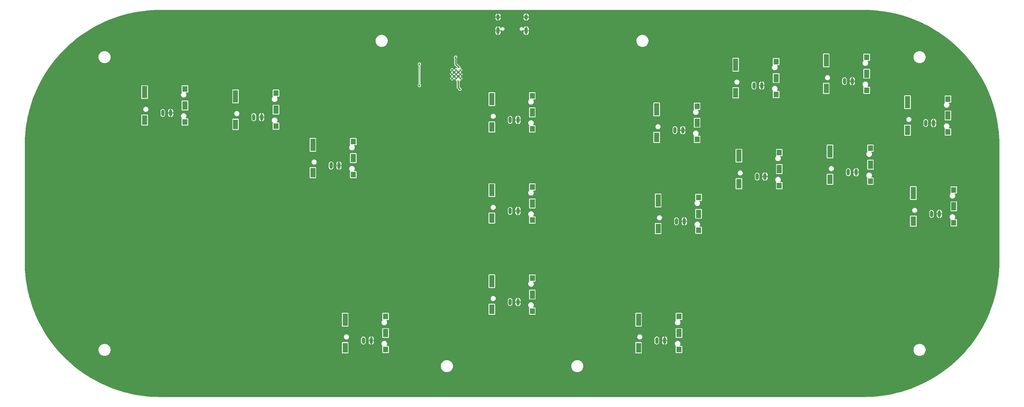
<source format=gbl>
%TF.GenerationSoftware,KiCad,Pcbnew,8.0.8*%
%TF.CreationDate,2025-07-12T18:43:26-05:00*%
%TF.ProjectId,nanosplit,6e616e6f-7370-46c6-9974-2e6b69636164,rev?*%
%TF.SameCoordinates,Original*%
%TF.FileFunction,Copper,L2,Bot*%
%TF.FilePolarity,Positive*%
%FSLAX46Y46*%
G04 Gerber Fmt 4.6, Leading zero omitted, Abs format (unit mm)*
G04 Created by KiCad (PCBNEW 8.0.8) date 2025-07-12 18:43:26*
%MOMM*%
%LPD*%
G01*
G04 APERTURE LIST*
G04 Aperture macros list*
%AMRoundRect*
0 Rectangle with rounded corners*
0 $1 Rounding radius*
0 $2 $3 $4 $5 $6 $7 $8 $9 X,Y pos of 4 corners*
0 Add a 4 corners polygon primitive as box body*
4,1,4,$2,$3,$4,$5,$6,$7,$8,$9,$2,$3,0*
0 Add four circle primitives for the rounded corners*
1,1,$1+$1,$2,$3*
1,1,$1+$1,$4,$5*
1,1,$1+$1,$6,$7*
1,1,$1+$1,$8,$9*
0 Add four rect primitives between the rounded corners*
20,1,$1+$1,$2,$3,$4,$5,0*
20,1,$1+$1,$4,$5,$6,$7,0*
20,1,$1+$1,$6,$7,$8,$9,0*
20,1,$1+$1,$8,$9,$2,$3,0*%
G04 Aperture macros list end*
%TA.AperFunction,ComponentPad*%
%ADD10RoundRect,0.500000X-0.000010X-0.500000X0.000010X-0.500000X0.000010X0.500000X-0.000010X0.500000X0*%
%TD*%
%TA.AperFunction,ComponentPad*%
%ADD11R,1.600000X3.800000*%
%TD*%
%TA.AperFunction,ComponentPad*%
%ADD12R,1.600000X3.000000*%
%TD*%
%TA.AperFunction,ComponentPad*%
%ADD13R,1.600000X1.800000*%
%TD*%
%TA.AperFunction,ComponentPad*%
%ADD14R,1.600000X2.600000*%
%TD*%
%TA.AperFunction,ComponentPad*%
%ADD15C,0.600000*%
%TD*%
%TA.AperFunction,ComponentPad*%
%ADD16O,1.000000X2.100000*%
%TD*%
%TA.AperFunction,ComponentPad*%
%ADD17O,1.000000X1.600000*%
%TD*%
%TA.AperFunction,ViaPad*%
%ADD18C,0.600000*%
%TD*%
%TA.AperFunction,Conductor*%
%ADD19C,0.400000*%
%TD*%
%TA.AperFunction,Conductor*%
%ADD20C,0.200000*%
%TD*%
G04 APERTURE END LIST*
D10*
%TO.P,SW7,1,1*%
%TO.N,S1*%
X214400000Y-139300000D03*
%TO.P,SW7,2,2*%
%TO.N,GND*%
X216800000Y-139300000D03*
D11*
%TO.P,SW7,3*%
%TO.N,N/C*%
X208800000Y-132900000D03*
D12*
X208800000Y-141500000D03*
D13*
X221200000Y-131925000D03*
D14*
X221200000Y-137000000D03*
D13*
X221200000Y-142075000D03*
%TD*%
D10*
%TO.P,SW10,1,1*%
%TO.N,B4*%
X289190000Y-100750000D03*
%TO.P,SW10,2,2*%
%TO.N,GND*%
X291590000Y-100750000D03*
D11*
%TO.P,SW10,3*%
%TO.N,N/C*%
X283590000Y-94350000D03*
D12*
X283590000Y-102950000D03*
D13*
X295990000Y-93375000D03*
D14*
X295990000Y-98450000D03*
D13*
X295990000Y-103525000D03*
%TD*%
D10*
%TO.P,SW13,1,1*%
%TO.N,B1*%
X265420000Y-142490000D03*
%TO.P,SW13,2,2*%
%TO.N,GND*%
X267820000Y-142490000D03*
D11*
%TO.P,SW13,3*%
%TO.N,N/C*%
X259820000Y-136090000D03*
D12*
X259820000Y-144690000D03*
D13*
X272220000Y-135115000D03*
D14*
X272220000Y-140190000D03*
D13*
X272220000Y-145265000D03*
%TD*%
D10*
%TO.P,SW2,1,1*%
%TO.N,DOWN*%
X135770000Y-110470000D03*
%TO.P,SW2,2,2*%
%TO.N,GND*%
X138170000Y-110470000D03*
D11*
%TO.P,SW2,3*%
%TO.N,N/C*%
X130170000Y-104070000D03*
D12*
X130170000Y-112670000D03*
D13*
X142570000Y-103095000D03*
D14*
X142570000Y-108170000D03*
D13*
X142570000Y-113245000D03*
%TD*%
D10*
%TO.P,SW15,1,1*%
%TO.N,R2*%
X318130000Y-127390000D03*
%TO.P,SW15,2,2*%
%TO.N,GND*%
X320530000Y-127390000D03*
D11*
%TO.P,SW15,3*%
%TO.N,N/C*%
X312530000Y-120990000D03*
D12*
X312530000Y-129590000D03*
D13*
X324930000Y-120015000D03*
D14*
X324930000Y-125090000D03*
D13*
X324930000Y-130165000D03*
%TD*%
D10*
%TO.P,SW11,1,1*%
%TO.N,R1*%
X316970000Y-99410000D03*
%TO.P,SW11,2,2*%
%TO.N,GND*%
X319370000Y-99410000D03*
D11*
%TO.P,SW11,3*%
%TO.N,N/C*%
X311370000Y-93010000D03*
D12*
X311370000Y-101610000D03*
D13*
X323770000Y-92035000D03*
D14*
X323770000Y-97110000D03*
D13*
X323770000Y-102185000D03*
%TD*%
D10*
%TO.P,SW9,1,1*%
%TO.N,B3*%
X264960000Y-114480000D03*
%TO.P,SW9,2,2*%
%TO.N,GND*%
X267360000Y-114480000D03*
D11*
%TO.P,SW9,3*%
%TO.N,N/C*%
X259360000Y-108080000D03*
D12*
X259360000Y-116680000D03*
D13*
X271760000Y-107105000D03*
D14*
X271760000Y-112180000D03*
D13*
X271760000Y-117255000D03*
%TD*%
D15*
%TO.P,U3,57,GND*%
%TO.N,GND*%
X196595000Y-96002500D03*
X196595000Y-97277500D03*
X196595000Y-98552500D03*
X197870000Y-96002500D03*
X197870000Y-97277500D03*
X197870000Y-98552500D03*
X199145000Y-96002500D03*
X199145000Y-97277500D03*
X199145000Y-98552500D03*
%TD*%
D10*
%TO.P,SW3,1,1*%
%TO.N,RIGHT*%
X159490000Y-125360000D03*
%TO.P,SW3,2,2*%
%TO.N,GND*%
X161890000Y-125360000D03*
D11*
%TO.P,SW3,3*%
%TO.N,N/C*%
X153890000Y-118960000D03*
D12*
X153890000Y-127560000D03*
D13*
X166290000Y-117985000D03*
D14*
X166290000Y-123060000D03*
D13*
X166290000Y-128135000D03*
%TD*%
D10*
%TO.P,SW4,1,1*%
%TO.N,UP1*%
X169400000Y-179140000D03*
%TO.P,SW4,2,2*%
%TO.N,GND*%
X171800000Y-179140000D03*
D11*
%TO.P,SW4,3*%
%TO.N,N/C*%
X163800000Y-172740000D03*
D12*
X163800000Y-181340000D03*
D13*
X176200000Y-171765000D03*
D14*
X176200000Y-176840000D03*
D13*
X176200000Y-181915000D03*
%TD*%
D16*
%TO.P,USB1,13,SHIELD*%
%TO.N,GND*%
X219320000Y-83867500D03*
D17*
X219320000Y-79687500D03*
D16*
X210680000Y-83867500D03*
D17*
X210680000Y-79687500D03*
%TD*%
D10*
%TO.P,SW16,1,1*%
%TO.N,L2*%
X343680000Y-140200000D03*
%TO.P,SW16,2,2*%
%TO.N,GND*%
X346080000Y-140200000D03*
D11*
%TO.P,SW16,3*%
%TO.N,N/C*%
X338080000Y-133800000D03*
D12*
X338080000Y-142400000D03*
D13*
X350480000Y-132825000D03*
D14*
X350480000Y-137900000D03*
D13*
X350480000Y-142975000D03*
%TD*%
D10*
%TO.P,SW6,1,1*%
%TO.N,S2*%
X214400000Y-111300000D03*
%TO.P,SW6,2,2*%
%TO.N,GND*%
X216800000Y-111300000D03*
D11*
%TO.P,SW6,3*%
%TO.N,N/C*%
X208800000Y-104900000D03*
D12*
X208800000Y-113500000D03*
D13*
X221200000Y-103925000D03*
D14*
X221200000Y-109000000D03*
D13*
X221200000Y-114075000D03*
%TD*%
D10*
%TO.P,SW8,1,1*%
%TO.N,A1*%
X214400000Y-167300000D03*
%TO.P,SW8,2,2*%
%TO.N,GND*%
X216800000Y-167300000D03*
D11*
%TO.P,SW8,3*%
%TO.N,N/C*%
X208800000Y-160900000D03*
D12*
X208800000Y-169500000D03*
D13*
X221200000Y-159925000D03*
D14*
X221200000Y-165000000D03*
D13*
X221200000Y-170075000D03*
%TD*%
D10*
%TO.P,SW5,1,1*%
%TO.N,UP2*%
X259400000Y-179140000D03*
%TO.P,SW5,2,2*%
%TO.N,GND*%
X261800000Y-179140000D03*
D11*
%TO.P,SW5,3*%
%TO.N,N/C*%
X253800000Y-172740000D03*
D12*
X253800000Y-181340000D03*
D13*
X266200000Y-171765000D03*
D14*
X266200000Y-176840000D03*
D13*
X266200000Y-181915000D03*
%TD*%
D10*
%TO.P,SW1,1,1*%
%TO.N,LEFT*%
X107860000Y-109160000D03*
%TO.P,SW1,2,2*%
%TO.N,GND*%
X110260000Y-109160000D03*
D11*
%TO.P,SW1,3*%
%TO.N,N/C*%
X102260000Y-102760000D03*
D12*
X102260000Y-111360000D03*
D13*
X114660000Y-101785000D03*
D14*
X114660000Y-106860000D03*
D13*
X114660000Y-111935000D03*
%TD*%
D10*
%TO.P,SW12,1,1*%
%TO.N,L1*%
X341900000Y-112260000D03*
%TO.P,SW12,2,2*%
%TO.N,GND*%
X344300000Y-112260000D03*
D11*
%TO.P,SW12,3*%
%TO.N,N/C*%
X336300000Y-105860000D03*
D12*
X336300000Y-114460000D03*
D13*
X348700000Y-104885000D03*
D14*
X348700000Y-109960000D03*
D13*
X348700000Y-115035000D03*
%TD*%
D10*
%TO.P,SW14,1,1*%
%TO.N,B2*%
X290170000Y-128720000D03*
%TO.P,SW14,2,2*%
%TO.N,GND*%
X292570000Y-128720000D03*
D11*
%TO.P,SW14,3*%
%TO.N,N/C*%
X284570000Y-122320000D03*
D12*
X284570000Y-130920000D03*
D13*
X296970000Y-121345000D03*
D14*
X296970000Y-126420000D03*
D13*
X296970000Y-131495000D03*
%TD*%
D18*
%TO.N,GND*%
X204570000Y-94340000D03*
X193070000Y-105540000D03*
X202070000Y-90140000D03*
X200970000Y-89140000D03*
X194070000Y-103140000D03*
X216400000Y-88437500D03*
X199970000Y-109440000D03*
X200670000Y-106440000D03*
X193070000Y-109040000D03*
X191170000Y-98340000D03*
X196370000Y-102540000D03*
X198970000Y-104640000D03*
X184070000Y-106840000D03*
X204570000Y-93240000D03*
X197470000Y-109940000D03*
X191170000Y-94040000D03*
X181270000Y-106840000D03*
X197670000Y-89140000D03*
X188070000Y-90040000D03*
X196570000Y-88540000D03*
X200370000Y-103640000D03*
X195370000Y-84640000D03*
X218290000Y-86237500D03*
X213070000Y-92340000D03*
X194070000Y-107240000D03*
X204670000Y-98240000D03*
X206870000Y-91440000D03*
%TO.N,+1V1*%
X198970000Y-101840000D03*
X198670000Y-95140000D03*
X198470000Y-99377500D03*
X197670000Y-92040000D03*
%TO.N,Net-(R1-Pad2)*%
X186570000Y-94140000D03*
X186570000Y-100740000D03*
%TD*%
D19*
%TO.N,+1V1*%
X198470000Y-99377500D02*
X198470000Y-101340000D01*
X198470000Y-101340000D02*
X198970000Y-101840000D01*
X197670000Y-94140000D02*
X198670000Y-95140000D01*
X197670000Y-92040000D02*
X197670000Y-94140000D01*
D20*
%TO.N,Net-(R1-Pad2)*%
X186570000Y-100740000D02*
X186570000Y-94140000D01*
%TD*%
%TA.AperFunction,Conductor*%
%TO.N,GND*%
G36*
X323000728Y-77500511D02*
G01*
X324251986Y-77519411D01*
X324254877Y-77519499D01*
X325504190Y-77576146D01*
X325507124Y-77576323D01*
X326754185Y-77670679D01*
X326757151Y-77670949D01*
X328000733Y-77802921D01*
X328003652Y-77803275D01*
X329242768Y-77972758D01*
X329245635Y-77973195D01*
X330479066Y-78180026D01*
X330481904Y-78180546D01*
X331708515Y-78424534D01*
X331711417Y-78425157D01*
X332930059Y-78706072D01*
X332932918Y-78706777D01*
X334082299Y-79008559D01*
X334142487Y-79024362D01*
X334145366Y-79025164D01*
X335344829Y-79379148D01*
X335347575Y-79380003D01*
X336324547Y-79700706D01*
X336535845Y-79770068D01*
X336538672Y-79771044D01*
X336862264Y-79888206D01*
X337714542Y-80196791D01*
X337717272Y-80197827D01*
X338879808Y-80658920D01*
X338882545Y-80660054D01*
X338966792Y-80696451D01*
X340030544Y-81156015D01*
X340033271Y-81157242D01*
X341119572Y-81666014D01*
X341165792Y-81687661D01*
X341168480Y-81688970D01*
X342284450Y-82253346D01*
X342287098Y-82254736D01*
X343385501Y-82852553D01*
X343388106Y-82854022D01*
X344467970Y-83484751D01*
X344470529Y-83486298D01*
X345530831Y-84149344D01*
X345533342Y-84150967D01*
X345887271Y-84387454D01*
X346573185Y-84845767D01*
X346575578Y-84847418D01*
X347051651Y-85186757D01*
X347593992Y-85573331D01*
X347596400Y-85575104D01*
X347862630Y-85777268D01*
X348592362Y-86331396D01*
X348594650Y-86333188D01*
X348972098Y-86638211D01*
X349567343Y-87119240D01*
X349569640Y-87121154D01*
X350518113Y-87936193D01*
X350520352Y-87938176D01*
X351443803Y-88781517D01*
X351445980Y-88783567D01*
X352343504Y-89654380D01*
X352345619Y-89656495D01*
X353216432Y-90554019D01*
X353218482Y-90556196D01*
X354061823Y-91479647D01*
X354063806Y-91481886D01*
X354878845Y-92430359D01*
X354880759Y-92432656D01*
X355193944Y-92820204D01*
X355666804Y-93405340D01*
X355668610Y-93407646D01*
X355934546Y-93757857D01*
X356424895Y-94403599D01*
X356426668Y-94406007D01*
X356754993Y-94866628D01*
X357147964Y-95417944D01*
X357152557Y-95424387D01*
X357154242Y-95426828D01*
X357358259Y-95732162D01*
X357849032Y-96466657D01*
X357850655Y-96469168D01*
X358513701Y-97529470D01*
X358515248Y-97532029D01*
X359145977Y-98611893D01*
X359147446Y-98614498D01*
X359745263Y-99712901D01*
X359746653Y-99715549D01*
X360311029Y-100831519D01*
X360312338Y-100834207D01*
X360842757Y-101966728D01*
X360843984Y-101969455D01*
X361339939Y-103117441D01*
X361341084Y-103120204D01*
X361802160Y-104282695D01*
X361803220Y-104285491D01*
X362228955Y-105461327D01*
X362229931Y-105464154D01*
X362457980Y-106158867D01*
X362608116Y-106616233D01*
X362619979Y-106652370D01*
X362620864Y-106655213D01*
X362661165Y-106791772D01*
X362974834Y-107854631D01*
X362975637Y-107857512D01*
X363293216Y-109067059D01*
X363293932Y-109069962D01*
X363574839Y-110288571D01*
X363575467Y-110291495D01*
X363819443Y-111518043D01*
X363819982Y-111520985D01*
X364026797Y-112754320D01*
X364027247Y-112757276D01*
X364196721Y-113996322D01*
X364197081Y-113999291D01*
X364329049Y-115242842D01*
X364329320Y-115245820D01*
X364423674Y-116492850D01*
X364423854Y-116495835D01*
X364480498Y-117745072D01*
X364480589Y-117748061D01*
X364499489Y-118999271D01*
X364499500Y-119000766D01*
X364499500Y-154999233D01*
X364499489Y-155000728D01*
X364480589Y-156251938D01*
X364480498Y-156254927D01*
X364423854Y-157504164D01*
X364423674Y-157507149D01*
X364329320Y-158754179D01*
X364329049Y-158757157D01*
X364197081Y-160000708D01*
X364196721Y-160003677D01*
X364027247Y-161242723D01*
X364026797Y-161245679D01*
X363819982Y-162479014D01*
X363819443Y-162481956D01*
X363575467Y-163708504D01*
X363574839Y-163711428D01*
X363293932Y-164930037D01*
X363293216Y-164932940D01*
X362975637Y-166142487D01*
X362974834Y-166145368D01*
X362620868Y-167344774D01*
X362619979Y-167347629D01*
X362229931Y-168535845D01*
X362228955Y-168538672D01*
X361803220Y-169714508D01*
X361802160Y-169717304D01*
X361341084Y-170879795D01*
X361339939Y-170882558D01*
X360843984Y-172030544D01*
X360842757Y-172033271D01*
X360312338Y-173165792D01*
X360311029Y-173168480D01*
X359746653Y-174284450D01*
X359745263Y-174287098D01*
X359147446Y-175385501D01*
X359145977Y-175388106D01*
X358515248Y-176467970D01*
X358513701Y-176470529D01*
X357850655Y-177530831D01*
X357849032Y-177533342D01*
X357154256Y-178573150D01*
X357152557Y-178575612D01*
X356426668Y-179593992D01*
X356424895Y-179596400D01*
X355668629Y-180592329D01*
X355666785Y-180594683D01*
X354880759Y-181567343D01*
X354878845Y-181569640D01*
X354063806Y-182518113D01*
X354061823Y-182520352D01*
X353218482Y-183443803D01*
X353216432Y-183445980D01*
X352345619Y-184343504D01*
X352343504Y-184345619D01*
X351445980Y-185216432D01*
X351443803Y-185218482D01*
X350520352Y-186061823D01*
X350518113Y-186063806D01*
X349569640Y-186878845D01*
X349567343Y-186880759D01*
X348594683Y-187666785D01*
X348592329Y-187668629D01*
X347596400Y-188424895D01*
X347593992Y-188426668D01*
X346575612Y-189152557D01*
X346573150Y-189154256D01*
X345533342Y-189849032D01*
X345530831Y-189850655D01*
X344470529Y-190513701D01*
X344467970Y-190515248D01*
X343388106Y-191145977D01*
X343385501Y-191147446D01*
X342287098Y-191745263D01*
X342284450Y-191746653D01*
X341168480Y-192311029D01*
X341165792Y-192312338D01*
X340033271Y-192842757D01*
X340030544Y-192843984D01*
X338882558Y-193339939D01*
X338879795Y-193341084D01*
X337717304Y-193802160D01*
X337714508Y-193803220D01*
X336538672Y-194228955D01*
X336535845Y-194229931D01*
X335347629Y-194619979D01*
X335344774Y-194620868D01*
X334145368Y-194974834D01*
X334142487Y-194975637D01*
X332932940Y-195293216D01*
X332930037Y-195293932D01*
X331711428Y-195574839D01*
X331708504Y-195575467D01*
X330481956Y-195819443D01*
X330479014Y-195819982D01*
X329245679Y-196026797D01*
X329242723Y-196027247D01*
X328003677Y-196196721D01*
X328000708Y-196197081D01*
X326757157Y-196329049D01*
X326754179Y-196329320D01*
X325507149Y-196423674D01*
X325504164Y-196423854D01*
X324254927Y-196480498D01*
X324251938Y-196480589D01*
X323000728Y-196499489D01*
X322999233Y-196499500D01*
X107000767Y-196499500D01*
X106999272Y-196499489D01*
X105748061Y-196480589D01*
X105745072Y-196480498D01*
X104495835Y-196423854D01*
X104492850Y-196423674D01*
X103245820Y-196329320D01*
X103242842Y-196329049D01*
X101999291Y-196197081D01*
X101996322Y-196196721D01*
X100757276Y-196027247D01*
X100754320Y-196026797D01*
X99520985Y-195819982D01*
X99518043Y-195819443D01*
X98291495Y-195575467D01*
X98288571Y-195574839D01*
X97069962Y-195293932D01*
X97067059Y-195293216D01*
X95857512Y-194975637D01*
X95854631Y-194974834D01*
X94918575Y-194698587D01*
X94655213Y-194620864D01*
X94652383Y-194619983D01*
X94320423Y-194511013D01*
X93464154Y-194229931D01*
X93461327Y-194228955D01*
X92285491Y-193803220D01*
X92282695Y-193802160D01*
X91120204Y-193341084D01*
X91117441Y-193339939D01*
X89969455Y-192843984D01*
X89966728Y-192842757D01*
X88834207Y-192312338D01*
X88831519Y-192311029D01*
X87715549Y-191746653D01*
X87712901Y-191745263D01*
X86614498Y-191147446D01*
X86611893Y-191145977D01*
X85532029Y-190515248D01*
X85529470Y-190513701D01*
X84469168Y-189850655D01*
X84466657Y-189849032D01*
X83794911Y-189400187D01*
X83426828Y-189154242D01*
X83424407Y-189152571D01*
X82868112Y-188756051D01*
X82406007Y-188426668D01*
X82403599Y-188424895D01*
X81883194Y-188029722D01*
X81407646Y-187668610D01*
X81405340Y-187666804D01*
X80730295Y-187121287D01*
X80432656Y-186880759D01*
X80430359Y-186878845D01*
X80430202Y-186878710D01*
X193149500Y-186878710D01*
X193149500Y-187121289D01*
X193181161Y-187361781D01*
X193181161Y-187361786D01*
X193243944Y-187596092D01*
X193243948Y-187596105D01*
X193336772Y-187820204D01*
X193336774Y-187820208D01*
X193336776Y-187820212D01*
X193458064Y-188030289D01*
X193458066Y-188030292D01*
X193605729Y-188222731D01*
X193605731Y-188222733D01*
X193605735Y-188222738D01*
X193777262Y-188394265D01*
X193777266Y-188394268D01*
X193777268Y-188394270D01*
X193969707Y-188541933D01*
X193969711Y-188541936D01*
X194179788Y-188663224D01*
X194403900Y-188756054D01*
X194638211Y-188818838D01*
X194878712Y-188850500D01*
X194878713Y-188850500D01*
X195121287Y-188850500D01*
X195121288Y-188850500D01*
X195361789Y-188818838D01*
X195596100Y-188756054D01*
X195820212Y-188663224D01*
X196030289Y-188541936D01*
X196222738Y-188394265D01*
X196394265Y-188222738D01*
X196541936Y-188030289D01*
X196663224Y-187820212D01*
X196756054Y-187596100D01*
X196818838Y-187361789D01*
X196850500Y-187121288D01*
X196850500Y-186878712D01*
X196850500Y-186878710D01*
X233149500Y-186878710D01*
X233149500Y-187121289D01*
X233181161Y-187361781D01*
X233181161Y-187361786D01*
X233243944Y-187596092D01*
X233243948Y-187596105D01*
X233336772Y-187820204D01*
X233336774Y-187820208D01*
X233336776Y-187820212D01*
X233458064Y-188030289D01*
X233458066Y-188030292D01*
X233605729Y-188222731D01*
X233605731Y-188222733D01*
X233605735Y-188222738D01*
X233777262Y-188394265D01*
X233777266Y-188394268D01*
X233777268Y-188394270D01*
X233969707Y-188541933D01*
X233969711Y-188541936D01*
X234179788Y-188663224D01*
X234403900Y-188756054D01*
X234638211Y-188818838D01*
X234878712Y-188850500D01*
X234878713Y-188850500D01*
X235121287Y-188850500D01*
X235121288Y-188850500D01*
X235361789Y-188818838D01*
X235596100Y-188756054D01*
X235820212Y-188663224D01*
X236030289Y-188541936D01*
X236222738Y-188394265D01*
X236394265Y-188222738D01*
X236541936Y-188030289D01*
X236663224Y-187820212D01*
X236756054Y-187596100D01*
X236818838Y-187361789D01*
X236850500Y-187121288D01*
X236850500Y-186878712D01*
X236818838Y-186638211D01*
X236756054Y-186403900D01*
X236663224Y-186179788D01*
X236541936Y-185969711D01*
X236394265Y-185777262D01*
X236222738Y-185605735D01*
X236222733Y-185605731D01*
X236222731Y-185605729D01*
X236030292Y-185458066D01*
X236030289Y-185458064D01*
X235820212Y-185336776D01*
X235820208Y-185336774D01*
X235820204Y-185336772D01*
X235596105Y-185243948D01*
X235596104Y-185243947D01*
X235596100Y-185243946D01*
X235361789Y-185181162D01*
X235361786Y-185181161D01*
X235361784Y-185181161D01*
X235121289Y-185149500D01*
X235121288Y-185149500D01*
X234878712Y-185149500D01*
X234878710Y-185149500D01*
X234638218Y-185181161D01*
X234638213Y-185181161D01*
X234403907Y-185243944D01*
X234403894Y-185243948D01*
X234179795Y-185336772D01*
X233969707Y-185458066D01*
X233777268Y-185605729D01*
X233605729Y-185777268D01*
X233458066Y-185969707D01*
X233336772Y-186179795D01*
X233243948Y-186403894D01*
X233243944Y-186403907D01*
X233181161Y-186638213D01*
X233181161Y-186638218D01*
X233149500Y-186878710D01*
X196850500Y-186878710D01*
X196818838Y-186638211D01*
X196756054Y-186403900D01*
X196663224Y-186179788D01*
X196541936Y-185969711D01*
X196394265Y-185777262D01*
X196222738Y-185605735D01*
X196222733Y-185605731D01*
X196222731Y-185605729D01*
X196030292Y-185458066D01*
X196030289Y-185458064D01*
X195820212Y-185336776D01*
X195820208Y-185336774D01*
X195820204Y-185336772D01*
X195596105Y-185243948D01*
X195596104Y-185243947D01*
X195596100Y-185243946D01*
X195361789Y-185181162D01*
X195361786Y-185181161D01*
X195361784Y-185181161D01*
X195121289Y-185149500D01*
X195121288Y-185149500D01*
X194878712Y-185149500D01*
X194878710Y-185149500D01*
X194638218Y-185181161D01*
X194638213Y-185181161D01*
X194403907Y-185243944D01*
X194403894Y-185243948D01*
X194179795Y-185336772D01*
X193969707Y-185458066D01*
X193777268Y-185605729D01*
X193605729Y-185777268D01*
X193458066Y-185969707D01*
X193336772Y-186179795D01*
X193243948Y-186403894D01*
X193243944Y-186403907D01*
X193181161Y-186638213D01*
X193181161Y-186638218D01*
X193149500Y-186878710D01*
X80430202Y-186878710D01*
X79481886Y-186063806D01*
X79479647Y-186061823D01*
X78556196Y-185218482D01*
X78554019Y-185216432D01*
X77656495Y-184345619D01*
X77654380Y-184343504D01*
X76783567Y-183445980D01*
X76781517Y-183443803D01*
X76212016Y-182820204D01*
X75938170Y-182520345D01*
X75936193Y-182518113D01*
X75386743Y-181878710D01*
X88149500Y-181878710D01*
X88149500Y-182121289D01*
X88181161Y-182361781D01*
X88181161Y-182361786D01*
X88243944Y-182596092D01*
X88243948Y-182596105D01*
X88336772Y-182820204D01*
X88336774Y-182820208D01*
X88336776Y-182820212D01*
X88449526Y-183015500D01*
X88458066Y-183030292D01*
X88605729Y-183222731D01*
X88605731Y-183222733D01*
X88605735Y-183222738D01*
X88777262Y-183394265D01*
X88777266Y-183394268D01*
X88777268Y-183394270D01*
X88841821Y-183443803D01*
X88969711Y-183541936D01*
X89179788Y-183663224D01*
X89403900Y-183756054D01*
X89638211Y-183818838D01*
X89878712Y-183850500D01*
X89878713Y-183850500D01*
X90121287Y-183850500D01*
X90121288Y-183850500D01*
X90361789Y-183818838D01*
X90596100Y-183756054D01*
X90820212Y-183663224D01*
X91030289Y-183541936D01*
X91222738Y-183394265D01*
X91394265Y-183222738D01*
X91541936Y-183030289D01*
X91663224Y-182820212D01*
X91756054Y-182596100D01*
X91818838Y-182361789D01*
X91850500Y-182121288D01*
X91850500Y-181878712D01*
X91818838Y-181638211D01*
X91756054Y-181403900D01*
X91663224Y-181179788D01*
X91541936Y-180969711D01*
X91516657Y-180936767D01*
X91394270Y-180777268D01*
X91394268Y-180777266D01*
X91394265Y-180777262D01*
X91222738Y-180605735D01*
X91222733Y-180605731D01*
X91222731Y-180605729D01*
X91030292Y-180458066D01*
X91030289Y-180458064D01*
X90820212Y-180336776D01*
X90820208Y-180336774D01*
X90820204Y-180336772D01*
X90596105Y-180243948D01*
X90596104Y-180243947D01*
X90596100Y-180243946D01*
X90361789Y-180181162D01*
X90361786Y-180181161D01*
X90361784Y-180181161D01*
X90121289Y-180149500D01*
X90121288Y-180149500D01*
X89878712Y-180149500D01*
X89878710Y-180149500D01*
X89638218Y-180181161D01*
X89638213Y-180181161D01*
X89403907Y-180243944D01*
X89403894Y-180243948D01*
X89179795Y-180336772D01*
X88969707Y-180458066D01*
X88777268Y-180605729D01*
X88605729Y-180777268D01*
X88458066Y-180969707D01*
X88336772Y-181179795D01*
X88243948Y-181403894D01*
X88243944Y-181403907D01*
X88181161Y-181638213D01*
X88181161Y-181638218D01*
X88149500Y-181878710D01*
X75386743Y-181878710D01*
X75121154Y-181569640D01*
X75119240Y-181567343D01*
X74636282Y-180969711D01*
X74333188Y-180594650D01*
X74331396Y-180592362D01*
X73745089Y-179820253D01*
X162799500Y-179820253D01*
X162799500Y-182859746D01*
X162799501Y-182859758D01*
X162811132Y-182918227D01*
X162811134Y-182918233D01*
X162855445Y-182984548D01*
X162855448Y-182984552D01*
X162921769Y-183028867D01*
X162966231Y-183037711D01*
X162980241Y-183040498D01*
X162980246Y-183040498D01*
X162980252Y-183040500D01*
X162980253Y-183040500D01*
X164619747Y-183040500D01*
X164619748Y-183040500D01*
X164678231Y-183028867D01*
X164744552Y-182984552D01*
X164788867Y-182918231D01*
X164800500Y-182859748D01*
X164800500Y-179820252D01*
X164788867Y-179761769D01*
X164744552Y-179695448D01*
X164708510Y-179671365D01*
X164678233Y-179651134D01*
X164678231Y-179651133D01*
X164678228Y-179651132D01*
X164678227Y-179651132D01*
X164619758Y-179639501D01*
X164619748Y-179639500D01*
X162980252Y-179639500D01*
X162980251Y-179639500D01*
X162980241Y-179639501D01*
X162921772Y-179651132D01*
X162921766Y-179651134D01*
X162855451Y-179695445D01*
X162855445Y-179695451D01*
X162811134Y-179761766D01*
X162811132Y-179761772D01*
X162799501Y-179820241D01*
X162799500Y-179820253D01*
X73745089Y-179820253D01*
X73651207Y-179696620D01*
X73575104Y-179596400D01*
X73573331Y-179593992D01*
X73021582Y-178819920D01*
X72847418Y-178575578D01*
X72845767Y-178573185D01*
X72438467Y-177963617D01*
X163424500Y-177963617D01*
X163424500Y-178116382D01*
X163454302Y-178266204D01*
X163454302Y-178266206D01*
X163512759Y-178407334D01*
X163512759Y-178407335D01*
X163548517Y-178460850D01*
X163597630Y-178534352D01*
X163705648Y-178642370D01*
X163832663Y-178727239D01*
X163973795Y-178785698D01*
X164123620Y-178815500D01*
X164123621Y-178815500D01*
X164276379Y-178815500D01*
X164276380Y-178815500D01*
X164426205Y-178785698D01*
X164567337Y-178727239D01*
X164694352Y-178642370D01*
X164753343Y-178583379D01*
X168699500Y-178583379D01*
X168699500Y-179696620D01*
X168705913Y-179767194D01*
X168756521Y-179929605D01*
X168756522Y-179929607D01*
X168808888Y-180016230D01*
X168844528Y-180075185D01*
X168964815Y-180195472D01*
X169045004Y-180243948D01*
X169087147Y-180269425D01*
X169110394Y-180283478D01*
X169272804Y-180334086D01*
X169343384Y-180340500D01*
X169343389Y-180340500D01*
X169456611Y-180340500D01*
X169456616Y-180340500D01*
X169527196Y-180334086D01*
X169689606Y-180283478D01*
X169835185Y-180195472D01*
X169955472Y-180075185D01*
X170043478Y-179929606D01*
X170094086Y-179767196D01*
X170100500Y-179696616D01*
X170100500Y-178595081D01*
X171000000Y-178595081D01*
X171000000Y-178989999D01*
X171000001Y-178990000D01*
X171426082Y-178990000D01*
X171400000Y-179087339D01*
X171400000Y-179192661D01*
X171426082Y-179290000D01*
X171000001Y-179290000D01*
X171000000Y-179290001D01*
X171000000Y-179684918D01*
X171015123Y-179819145D01*
X171015124Y-179819149D01*
X171074663Y-179989302D01*
X171170574Y-180141944D01*
X171298055Y-180269425D01*
X171298054Y-180269425D01*
X171450697Y-180365336D01*
X171620850Y-180424875D01*
X171620855Y-180424876D01*
X171650000Y-180428159D01*
X171650000Y-179513918D01*
X171747339Y-179540000D01*
X171852661Y-179540000D01*
X171950000Y-179513918D01*
X171950000Y-180428159D01*
X171979144Y-180424876D01*
X171979149Y-180424875D01*
X172149302Y-180365336D01*
X172301944Y-180269425D01*
X172429425Y-180141944D01*
X172508416Y-180016230D01*
X174949500Y-180016230D01*
X174949500Y-180183769D01*
X174982183Y-180348079D01*
X174982185Y-180348085D01*
X175046296Y-180502862D01*
X175046297Y-180502863D01*
X175139374Y-180642162D01*
X175139377Y-180642165D01*
X175242943Y-180745731D01*
X175270720Y-180800248D01*
X175261149Y-180860680D01*
X175255255Y-180870736D01*
X175211134Y-180936767D01*
X175211132Y-180936772D01*
X175199501Y-180995241D01*
X175199500Y-180995253D01*
X175199500Y-182834746D01*
X175199501Y-182834758D01*
X175211132Y-182893227D01*
X175211134Y-182893233D01*
X175227839Y-182918233D01*
X175255448Y-182959552D01*
X175321769Y-183003867D01*
X175366231Y-183012711D01*
X175380241Y-183015498D01*
X175380246Y-183015498D01*
X175380252Y-183015500D01*
X175380253Y-183015500D01*
X177019747Y-183015500D01*
X177019748Y-183015500D01*
X177078231Y-183003867D01*
X177144552Y-182959552D01*
X177188867Y-182893231D01*
X177200500Y-182834748D01*
X177200500Y-180995252D01*
X177188867Y-180936769D01*
X177144552Y-180870448D01*
X177144548Y-180870445D01*
X177078233Y-180826134D01*
X177078231Y-180826133D01*
X177078228Y-180826132D01*
X177078227Y-180826132D01*
X177019758Y-180814501D01*
X177019748Y-180814500D01*
X177019747Y-180814500D01*
X176527296Y-180814500D01*
X176469105Y-180795593D01*
X176433141Y-180746093D01*
X176433141Y-180684907D01*
X176457292Y-180645496D01*
X176460626Y-180642162D01*
X176553703Y-180502863D01*
X176617816Y-180348082D01*
X176650500Y-180183767D01*
X176650500Y-180016233D01*
X176617816Y-179851918D01*
X176604700Y-179820253D01*
X252799500Y-179820253D01*
X252799500Y-182859746D01*
X252799501Y-182859758D01*
X252811132Y-182918227D01*
X252811134Y-182918233D01*
X252855445Y-182984548D01*
X252855448Y-182984552D01*
X252921769Y-183028867D01*
X252966231Y-183037711D01*
X252980241Y-183040498D01*
X252980246Y-183040498D01*
X252980252Y-183040500D01*
X252980253Y-183040500D01*
X254619747Y-183040500D01*
X254619748Y-183040500D01*
X254678231Y-183028867D01*
X254744552Y-182984552D01*
X254788867Y-182918231D01*
X254800500Y-182859748D01*
X254800500Y-179820252D01*
X254788867Y-179761769D01*
X254744552Y-179695448D01*
X254708510Y-179671365D01*
X254678233Y-179651134D01*
X254678231Y-179651133D01*
X254678228Y-179651132D01*
X254678227Y-179651132D01*
X254619758Y-179639501D01*
X254619748Y-179639500D01*
X252980252Y-179639500D01*
X252980251Y-179639500D01*
X252980241Y-179639501D01*
X252921772Y-179651132D01*
X252921766Y-179651134D01*
X252855451Y-179695445D01*
X252855445Y-179695451D01*
X252811134Y-179761766D01*
X252811132Y-179761772D01*
X252799501Y-179820241D01*
X252799500Y-179820253D01*
X176604700Y-179820253D01*
X176553703Y-179697137D01*
X176460626Y-179557838D01*
X176342162Y-179439374D01*
X176202863Y-179346297D01*
X176202864Y-179346297D01*
X176202862Y-179346296D01*
X176048085Y-179282185D01*
X176048079Y-179282183D01*
X175883769Y-179249500D01*
X175883767Y-179249500D01*
X175716233Y-179249500D01*
X175716230Y-179249500D01*
X175551920Y-179282183D01*
X175551914Y-179282185D01*
X175397137Y-179346296D01*
X175257838Y-179439374D01*
X175257834Y-179439377D01*
X175139377Y-179557834D01*
X175139374Y-179557838D01*
X175046296Y-179697137D01*
X174982185Y-179851914D01*
X174982183Y-179851920D01*
X174949500Y-180016230D01*
X172508416Y-180016230D01*
X172525336Y-179989302D01*
X172584875Y-179819149D01*
X172584876Y-179819145D01*
X172599999Y-179684918D01*
X172600000Y-179684916D01*
X172600000Y-179290001D01*
X172599999Y-179290000D01*
X172173918Y-179290000D01*
X172200000Y-179192661D01*
X172200000Y-179087339D01*
X172173918Y-178990000D01*
X172599999Y-178990000D01*
X172600000Y-178989999D01*
X172600000Y-178595084D01*
X172599999Y-178595081D01*
X172584876Y-178460854D01*
X172584875Y-178460850D01*
X172525336Y-178290697D01*
X172429425Y-178138055D01*
X172301944Y-178010574D01*
X172301945Y-178010574D01*
X172149302Y-177914663D01*
X171979143Y-177855122D01*
X171950000Y-177851838D01*
X171950000Y-178766081D01*
X171852661Y-178740000D01*
X171747339Y-178740000D01*
X171650000Y-178766081D01*
X171650000Y-177851839D01*
X171649999Y-177851838D01*
X171620857Y-177855122D01*
X171620855Y-177855122D01*
X171450697Y-177914663D01*
X171298055Y-178010574D01*
X171170574Y-178138055D01*
X171074663Y-178290697D01*
X171015124Y-178460850D01*
X171015123Y-178460854D01*
X171000000Y-178595081D01*
X170100500Y-178595081D01*
X170100500Y-178583384D01*
X170094086Y-178512804D01*
X170043478Y-178350394D01*
X170030464Y-178328867D01*
X170003675Y-178284552D01*
X169955472Y-178204815D01*
X169835185Y-178084528D01*
X169797777Y-178061914D01*
X169689607Y-177996522D01*
X169689605Y-177996521D01*
X169527194Y-177945913D01*
X169456620Y-177939500D01*
X169456616Y-177939500D01*
X169343384Y-177939500D01*
X169343379Y-177939500D01*
X169272805Y-177945913D01*
X169110394Y-177996521D01*
X169110392Y-177996522D01*
X168964816Y-178084527D01*
X168844527Y-178204816D01*
X168756522Y-178350392D01*
X168756521Y-178350394D01*
X168705913Y-178512805D01*
X168699500Y-178583379D01*
X164753343Y-178583379D01*
X164802370Y-178534352D01*
X164887239Y-178407337D01*
X164945698Y-178266205D01*
X164975500Y-178116380D01*
X164975500Y-177963620D01*
X164945698Y-177813795D01*
X164887240Y-177672665D01*
X164887240Y-177672664D01*
X164866094Y-177641018D01*
X164802370Y-177545648D01*
X164694352Y-177437630D01*
X164567337Y-177352761D01*
X164567336Y-177352760D01*
X164567334Y-177352759D01*
X164426205Y-177294302D01*
X164276382Y-177264500D01*
X164276380Y-177264500D01*
X164123620Y-177264500D01*
X164123617Y-177264500D01*
X163973795Y-177294302D01*
X163973793Y-177294302D01*
X163832665Y-177352759D01*
X163832664Y-177352759D01*
X163705648Y-177437630D01*
X163705644Y-177437633D01*
X163597633Y-177545644D01*
X163597630Y-177545648D01*
X163512759Y-177672664D01*
X163512759Y-177672665D01*
X163454302Y-177813793D01*
X163454302Y-177813795D01*
X163424500Y-177963617D01*
X72438467Y-177963617D01*
X72244059Y-177672665D01*
X72150967Y-177533342D01*
X72149344Y-177530831D01*
X71486298Y-176470529D01*
X71484751Y-176467970D01*
X70931207Y-175520253D01*
X175199500Y-175520253D01*
X175199500Y-178159746D01*
X175199501Y-178159758D01*
X175211132Y-178218227D01*
X175211134Y-178218233D01*
X175243189Y-178266206D01*
X175255448Y-178284552D01*
X175321769Y-178328867D01*
X175366231Y-178337711D01*
X175380241Y-178340498D01*
X175380246Y-178340498D01*
X175380252Y-178340500D01*
X175380253Y-178340500D01*
X177019747Y-178340500D01*
X177019748Y-178340500D01*
X177078231Y-178328867D01*
X177144552Y-178284552D01*
X177188867Y-178218231D01*
X177200500Y-178159748D01*
X177200500Y-177963617D01*
X253424500Y-177963617D01*
X253424500Y-178116382D01*
X253454302Y-178266204D01*
X253454302Y-178266206D01*
X253512759Y-178407334D01*
X253512759Y-178407335D01*
X253548517Y-178460850D01*
X253597630Y-178534352D01*
X253705648Y-178642370D01*
X253832663Y-178727239D01*
X253973795Y-178785698D01*
X254123620Y-178815500D01*
X254123621Y-178815500D01*
X254276379Y-178815500D01*
X254276380Y-178815500D01*
X254426205Y-178785698D01*
X254567337Y-178727239D01*
X254694352Y-178642370D01*
X254753343Y-178583379D01*
X258699500Y-178583379D01*
X258699500Y-179696620D01*
X258705913Y-179767194D01*
X258756521Y-179929605D01*
X258756522Y-179929607D01*
X258808888Y-180016230D01*
X258844528Y-180075185D01*
X258964815Y-180195472D01*
X259045004Y-180243948D01*
X259087147Y-180269425D01*
X259110394Y-180283478D01*
X259272804Y-180334086D01*
X259343384Y-180340500D01*
X259343389Y-180340500D01*
X259456611Y-180340500D01*
X259456616Y-180340500D01*
X259527196Y-180334086D01*
X259689606Y-180283478D01*
X259835185Y-180195472D01*
X259955472Y-180075185D01*
X260043478Y-179929606D01*
X260094086Y-179767196D01*
X260100500Y-179696616D01*
X260100500Y-178595081D01*
X261000000Y-178595081D01*
X261000000Y-178989999D01*
X261000001Y-178990000D01*
X261426082Y-178990000D01*
X261400000Y-179087339D01*
X261400000Y-179192661D01*
X261426082Y-179290000D01*
X261000001Y-179290000D01*
X261000000Y-179290001D01*
X261000000Y-179684918D01*
X261015123Y-179819145D01*
X261015124Y-179819149D01*
X261074663Y-179989302D01*
X261170574Y-180141944D01*
X261298055Y-180269425D01*
X261298054Y-180269425D01*
X261450697Y-180365336D01*
X261620850Y-180424875D01*
X261620855Y-180424876D01*
X261650000Y-180428159D01*
X261650000Y-179513918D01*
X261747339Y-179540000D01*
X261852661Y-179540000D01*
X261950000Y-179513918D01*
X261950000Y-180428159D01*
X261979144Y-180424876D01*
X261979149Y-180424875D01*
X262149302Y-180365336D01*
X262301944Y-180269425D01*
X262429425Y-180141944D01*
X262508416Y-180016230D01*
X264949500Y-180016230D01*
X264949500Y-180183769D01*
X264982183Y-180348079D01*
X264982185Y-180348085D01*
X265046296Y-180502862D01*
X265046297Y-180502863D01*
X265139374Y-180642162D01*
X265139377Y-180642165D01*
X265242943Y-180745731D01*
X265270720Y-180800248D01*
X265261149Y-180860680D01*
X265255255Y-180870736D01*
X265211134Y-180936767D01*
X265211132Y-180936772D01*
X265199501Y-180995241D01*
X265199500Y-180995253D01*
X265199500Y-182834746D01*
X265199501Y-182834758D01*
X265211132Y-182893227D01*
X265211134Y-182893233D01*
X265227839Y-182918233D01*
X265255448Y-182959552D01*
X265321769Y-183003867D01*
X265366231Y-183012711D01*
X265380241Y-183015498D01*
X265380246Y-183015498D01*
X265380252Y-183015500D01*
X265380253Y-183015500D01*
X267019747Y-183015500D01*
X267019748Y-183015500D01*
X267078231Y-183003867D01*
X267144552Y-182959552D01*
X267188867Y-182893231D01*
X267200500Y-182834748D01*
X267200500Y-181878710D01*
X338149500Y-181878710D01*
X338149500Y-182121289D01*
X338181161Y-182361781D01*
X338181161Y-182361786D01*
X338243944Y-182596092D01*
X338243948Y-182596105D01*
X338336772Y-182820204D01*
X338336774Y-182820208D01*
X338336776Y-182820212D01*
X338449526Y-183015500D01*
X338458066Y-183030292D01*
X338605729Y-183222731D01*
X338605731Y-183222733D01*
X338605735Y-183222738D01*
X338777262Y-183394265D01*
X338777266Y-183394268D01*
X338777268Y-183394270D01*
X338841821Y-183443803D01*
X338969711Y-183541936D01*
X339179788Y-183663224D01*
X339403900Y-183756054D01*
X339638211Y-183818838D01*
X339878712Y-183850500D01*
X339878713Y-183850500D01*
X340121287Y-183850500D01*
X340121288Y-183850500D01*
X340361789Y-183818838D01*
X340596100Y-183756054D01*
X340820212Y-183663224D01*
X341030289Y-183541936D01*
X341222738Y-183394265D01*
X341394265Y-183222738D01*
X341541936Y-183030289D01*
X341663224Y-182820212D01*
X341756054Y-182596100D01*
X341818838Y-182361789D01*
X341850500Y-182121288D01*
X341850500Y-181878712D01*
X341818838Y-181638211D01*
X341756054Y-181403900D01*
X341663224Y-181179788D01*
X341541936Y-180969711D01*
X341516657Y-180936767D01*
X341394270Y-180777268D01*
X341394268Y-180777266D01*
X341394265Y-180777262D01*
X341222738Y-180605735D01*
X341222733Y-180605731D01*
X341222731Y-180605729D01*
X341030292Y-180458066D01*
X341030289Y-180458064D01*
X340820212Y-180336776D01*
X340820208Y-180336774D01*
X340820204Y-180336772D01*
X340596105Y-180243948D01*
X340596104Y-180243947D01*
X340596100Y-180243946D01*
X340361789Y-180181162D01*
X340361786Y-180181161D01*
X340361784Y-180181161D01*
X340121289Y-180149500D01*
X340121288Y-180149500D01*
X339878712Y-180149500D01*
X339878710Y-180149500D01*
X339638218Y-180181161D01*
X339638213Y-180181161D01*
X339403907Y-180243944D01*
X339403894Y-180243948D01*
X339179795Y-180336772D01*
X338969707Y-180458066D01*
X338777268Y-180605729D01*
X338605729Y-180777268D01*
X338458066Y-180969707D01*
X338336772Y-181179795D01*
X338243948Y-181403894D01*
X338243944Y-181403907D01*
X338181161Y-181638213D01*
X338181161Y-181638218D01*
X338149500Y-181878710D01*
X267200500Y-181878710D01*
X267200500Y-180995252D01*
X267188867Y-180936769D01*
X267144552Y-180870448D01*
X267144548Y-180870445D01*
X267078233Y-180826134D01*
X267078231Y-180826133D01*
X267078228Y-180826132D01*
X267078227Y-180826132D01*
X267019758Y-180814501D01*
X267019748Y-180814500D01*
X267019747Y-180814500D01*
X266527296Y-180814500D01*
X266469105Y-180795593D01*
X266433141Y-180746093D01*
X266433141Y-180684907D01*
X266457292Y-180645496D01*
X266460626Y-180642162D01*
X266553703Y-180502863D01*
X266617816Y-180348082D01*
X266650500Y-180183767D01*
X266650500Y-180016233D01*
X266617816Y-179851918D01*
X266553703Y-179697137D01*
X266460626Y-179557838D01*
X266342162Y-179439374D01*
X266202863Y-179346297D01*
X266202864Y-179346297D01*
X266202862Y-179346296D01*
X266048085Y-179282185D01*
X266048079Y-179282183D01*
X265883769Y-179249500D01*
X265883767Y-179249500D01*
X265716233Y-179249500D01*
X265716230Y-179249500D01*
X265551920Y-179282183D01*
X265551914Y-179282185D01*
X265397137Y-179346296D01*
X265257838Y-179439374D01*
X265257834Y-179439377D01*
X265139377Y-179557834D01*
X265139374Y-179557838D01*
X265046296Y-179697137D01*
X264982185Y-179851914D01*
X264982183Y-179851920D01*
X264949500Y-180016230D01*
X262508416Y-180016230D01*
X262525336Y-179989302D01*
X262584875Y-179819149D01*
X262584876Y-179819145D01*
X262599999Y-179684918D01*
X262600000Y-179684916D01*
X262600000Y-179290001D01*
X262599999Y-179290000D01*
X262173918Y-179290000D01*
X262200000Y-179192661D01*
X262200000Y-179087339D01*
X262173918Y-178990000D01*
X262599999Y-178990000D01*
X262600000Y-178989999D01*
X262600000Y-178595084D01*
X262599999Y-178595081D01*
X262584876Y-178460854D01*
X262584875Y-178460850D01*
X262525336Y-178290697D01*
X262429425Y-178138055D01*
X262301944Y-178010574D01*
X262301945Y-178010574D01*
X262149302Y-177914663D01*
X261979143Y-177855122D01*
X261950000Y-177851838D01*
X261950000Y-178766081D01*
X261852661Y-178740000D01*
X261747339Y-178740000D01*
X261650000Y-178766081D01*
X261650000Y-177851839D01*
X261649999Y-177851838D01*
X261620857Y-177855122D01*
X261620855Y-177855122D01*
X261450697Y-177914663D01*
X261298055Y-178010574D01*
X261170574Y-178138055D01*
X261074663Y-178290697D01*
X261015124Y-178460850D01*
X261015123Y-178460854D01*
X261000000Y-178595081D01*
X260100500Y-178595081D01*
X260100500Y-178583384D01*
X260094086Y-178512804D01*
X260043478Y-178350394D01*
X260030464Y-178328867D01*
X260003675Y-178284552D01*
X259955472Y-178204815D01*
X259835185Y-178084528D01*
X259797777Y-178061914D01*
X259689607Y-177996522D01*
X259689605Y-177996521D01*
X259527194Y-177945913D01*
X259456620Y-177939500D01*
X259456616Y-177939500D01*
X259343384Y-177939500D01*
X259343379Y-177939500D01*
X259272805Y-177945913D01*
X259110394Y-177996521D01*
X259110392Y-177996522D01*
X258964816Y-178084527D01*
X258844527Y-178204816D01*
X258756522Y-178350392D01*
X258756521Y-178350394D01*
X258705913Y-178512805D01*
X258699500Y-178583379D01*
X254753343Y-178583379D01*
X254802370Y-178534352D01*
X254887239Y-178407337D01*
X254945698Y-178266205D01*
X254975500Y-178116380D01*
X254975500Y-177963620D01*
X254945698Y-177813795D01*
X254887240Y-177672665D01*
X254887240Y-177672664D01*
X254866094Y-177641018D01*
X254802370Y-177545648D01*
X254694352Y-177437630D01*
X254567337Y-177352761D01*
X254567336Y-177352760D01*
X254567334Y-177352759D01*
X254426205Y-177294302D01*
X254276382Y-177264500D01*
X254276380Y-177264500D01*
X254123620Y-177264500D01*
X254123617Y-177264500D01*
X253973795Y-177294302D01*
X253973793Y-177294302D01*
X253832665Y-177352759D01*
X253832664Y-177352759D01*
X253705648Y-177437630D01*
X253705644Y-177437633D01*
X253597633Y-177545644D01*
X253597630Y-177545648D01*
X253512759Y-177672664D01*
X253512759Y-177672665D01*
X253454302Y-177813793D01*
X253454302Y-177813795D01*
X253424500Y-177963617D01*
X177200500Y-177963617D01*
X177200500Y-175520253D01*
X265199500Y-175520253D01*
X265199500Y-178159746D01*
X265199501Y-178159758D01*
X265211132Y-178218227D01*
X265211134Y-178218233D01*
X265243189Y-178266206D01*
X265255448Y-178284552D01*
X265321769Y-178328867D01*
X265366231Y-178337711D01*
X265380241Y-178340498D01*
X265380246Y-178340498D01*
X265380252Y-178340500D01*
X265380253Y-178340500D01*
X267019747Y-178340500D01*
X267019748Y-178340500D01*
X267078231Y-178328867D01*
X267144552Y-178284552D01*
X267188867Y-178218231D01*
X267200500Y-178159748D01*
X267200500Y-175520252D01*
X267188867Y-175461769D01*
X267144552Y-175395448D01*
X267144548Y-175395445D01*
X267078233Y-175351134D01*
X267078231Y-175351133D01*
X267078228Y-175351132D01*
X267078227Y-175351132D01*
X267019758Y-175339501D01*
X267019748Y-175339500D01*
X265380252Y-175339500D01*
X265380251Y-175339500D01*
X265380241Y-175339501D01*
X265321772Y-175351132D01*
X265321766Y-175351134D01*
X265255451Y-175395445D01*
X265255445Y-175395451D01*
X265211134Y-175461766D01*
X265211132Y-175461772D01*
X265199501Y-175520241D01*
X265199500Y-175520253D01*
X177200500Y-175520253D01*
X177200500Y-175520252D01*
X177188867Y-175461769D01*
X177144552Y-175395448D01*
X177144548Y-175395445D01*
X177078233Y-175351134D01*
X177078231Y-175351133D01*
X177078228Y-175351132D01*
X177078227Y-175351132D01*
X177019758Y-175339501D01*
X177019748Y-175339500D01*
X175380252Y-175339500D01*
X175380251Y-175339500D01*
X175380241Y-175339501D01*
X175321772Y-175351132D01*
X175321766Y-175351134D01*
X175255451Y-175395445D01*
X175255445Y-175395451D01*
X175211134Y-175461766D01*
X175211132Y-175461772D01*
X175199501Y-175520241D01*
X175199500Y-175520253D01*
X70931207Y-175520253D01*
X70854022Y-175388106D01*
X70852553Y-175385501D01*
X70254736Y-174287098D01*
X70253346Y-174284450D01*
X69854724Y-173496234D01*
X69688965Y-173168471D01*
X69687661Y-173165792D01*
X69627733Y-173037838D01*
X69157242Y-172033271D01*
X69156015Y-172030544D01*
X68786617Y-171175500D01*
X68660054Y-170882545D01*
X68658915Y-170879795D01*
X68645215Y-170845253D01*
X68635299Y-170820253D01*
X162799500Y-170820253D01*
X162799500Y-174659746D01*
X162799501Y-174659758D01*
X162811132Y-174718227D01*
X162811133Y-174718231D01*
X162855448Y-174784552D01*
X162921769Y-174828867D01*
X162966231Y-174837711D01*
X162980241Y-174840498D01*
X162980246Y-174840498D01*
X162980252Y-174840500D01*
X162980253Y-174840500D01*
X164619747Y-174840500D01*
X164619748Y-174840500D01*
X164678231Y-174828867D01*
X164744552Y-174784552D01*
X164788867Y-174718231D01*
X164800500Y-174659748D01*
X164800500Y-173496230D01*
X174949500Y-173496230D01*
X174949500Y-173663769D01*
X174982183Y-173828079D01*
X174982185Y-173828085D01*
X175046296Y-173982862D01*
X175046297Y-173982863D01*
X175139374Y-174122162D01*
X175257838Y-174240626D01*
X175397137Y-174333703D01*
X175551918Y-174397816D01*
X175716233Y-174430500D01*
X175716234Y-174430500D01*
X175883766Y-174430500D01*
X175883767Y-174430500D01*
X176048082Y-174397816D01*
X176202863Y-174333703D01*
X176342162Y-174240626D01*
X176460626Y-174122162D01*
X176553703Y-173982863D01*
X176617816Y-173828082D01*
X176650500Y-173663767D01*
X176650500Y-173496233D01*
X176617816Y-173331918D01*
X176553703Y-173177137D01*
X176460626Y-173037838D01*
X176457292Y-173034504D01*
X176429515Y-172979987D01*
X176439086Y-172919555D01*
X176482351Y-172876290D01*
X176527296Y-172865500D01*
X177019747Y-172865500D01*
X177019748Y-172865500D01*
X177078231Y-172853867D01*
X177144552Y-172809552D01*
X177188867Y-172743231D01*
X177200500Y-172684748D01*
X177200500Y-170845252D01*
X177188867Y-170786769D01*
X177144552Y-170720448D01*
X177107142Y-170695451D01*
X177078233Y-170676134D01*
X177078231Y-170676133D01*
X177078228Y-170676132D01*
X177078227Y-170676132D01*
X177019758Y-170664501D01*
X177019748Y-170664500D01*
X175380252Y-170664500D01*
X175380251Y-170664500D01*
X175380241Y-170664501D01*
X175321772Y-170676132D01*
X175321766Y-170676134D01*
X175255451Y-170720445D01*
X175255445Y-170720451D01*
X175211134Y-170786766D01*
X175211132Y-170786772D01*
X175199501Y-170845241D01*
X175199500Y-170845253D01*
X175199500Y-172684746D01*
X175199501Y-172684758D01*
X175211132Y-172743227D01*
X175211134Y-172743233D01*
X175255254Y-172809262D01*
X175271863Y-172868150D01*
X175250686Y-172925554D01*
X175242943Y-172934267D01*
X175139382Y-173037828D01*
X175139374Y-173037838D01*
X175046296Y-173177137D01*
X174982185Y-173331914D01*
X174982183Y-173331920D01*
X174949500Y-173496230D01*
X164800500Y-173496230D01*
X164800500Y-170820252D01*
X164788867Y-170761769D01*
X164744552Y-170695448D01*
X164744548Y-170695445D01*
X164678233Y-170651134D01*
X164678231Y-170651133D01*
X164678228Y-170651132D01*
X164678227Y-170651132D01*
X164619758Y-170639501D01*
X164619748Y-170639500D01*
X162980252Y-170639500D01*
X162980251Y-170639500D01*
X162980241Y-170639501D01*
X162921772Y-170651132D01*
X162921766Y-170651134D01*
X162855451Y-170695445D01*
X162855445Y-170695451D01*
X162811134Y-170761766D01*
X162811132Y-170761772D01*
X162799501Y-170820241D01*
X162799500Y-170820253D01*
X68635299Y-170820253D01*
X68197827Y-169717272D01*
X68196791Y-169714542D01*
X67771044Y-168538672D01*
X67770068Y-168535845D01*
X67652021Y-168176234D01*
X67587688Y-167980253D01*
X207799500Y-167980253D01*
X207799500Y-171019746D01*
X207799501Y-171019758D01*
X207811132Y-171078227D01*
X207811134Y-171078233D01*
X207855445Y-171144548D01*
X207855448Y-171144552D01*
X207921769Y-171188867D01*
X207966231Y-171197711D01*
X207980241Y-171200498D01*
X207980246Y-171200498D01*
X207980252Y-171200500D01*
X207980253Y-171200500D01*
X209619747Y-171200500D01*
X209619748Y-171200500D01*
X209678231Y-171188867D01*
X209744552Y-171144552D01*
X209788867Y-171078231D01*
X209800500Y-171019748D01*
X209800500Y-167980252D01*
X209788867Y-167921769D01*
X209744552Y-167855448D01*
X209728790Y-167844916D01*
X209678233Y-167811134D01*
X209678231Y-167811133D01*
X209678228Y-167811132D01*
X209678227Y-167811132D01*
X209619758Y-167799501D01*
X209619748Y-167799500D01*
X207980252Y-167799500D01*
X207980251Y-167799500D01*
X207980241Y-167799501D01*
X207921772Y-167811132D01*
X207921766Y-167811134D01*
X207855451Y-167855445D01*
X207855445Y-167855451D01*
X207811134Y-167921766D01*
X207811132Y-167921772D01*
X207799501Y-167980241D01*
X207799500Y-167980253D01*
X67587688Y-167980253D01*
X67380003Y-167347575D01*
X67379148Y-167344829D01*
X67025164Y-166145366D01*
X67024362Y-166142487D01*
X67019408Y-166123620D01*
X67019407Y-166123617D01*
X208424500Y-166123617D01*
X208424500Y-166276382D01*
X208454302Y-166426204D01*
X208454302Y-166426206D01*
X208512759Y-166567334D01*
X208512759Y-166567335D01*
X208548517Y-166620850D01*
X208597630Y-166694352D01*
X208705648Y-166802370D01*
X208832663Y-166887239D01*
X208973795Y-166945698D01*
X209123620Y-166975500D01*
X209123621Y-166975500D01*
X209276379Y-166975500D01*
X209276380Y-166975500D01*
X209426205Y-166945698D01*
X209567337Y-166887239D01*
X209694352Y-166802370D01*
X209753343Y-166743379D01*
X213699500Y-166743379D01*
X213699500Y-167856620D01*
X213705913Y-167927194D01*
X213756521Y-168089605D01*
X213756522Y-168089607D01*
X213808888Y-168176230D01*
X213844528Y-168235185D01*
X213964815Y-168355472D01*
X214072986Y-168420864D01*
X214087147Y-168429425D01*
X214110394Y-168443478D01*
X214272804Y-168494086D01*
X214343384Y-168500500D01*
X214343389Y-168500500D01*
X214456611Y-168500500D01*
X214456616Y-168500500D01*
X214527196Y-168494086D01*
X214689606Y-168443478D01*
X214835185Y-168355472D01*
X214955472Y-168235185D01*
X215043478Y-168089606D01*
X215094086Y-167927196D01*
X215100500Y-167856616D01*
X215100500Y-166755081D01*
X216000000Y-166755081D01*
X216000000Y-167149999D01*
X216000001Y-167150000D01*
X216426082Y-167150000D01*
X216400000Y-167247339D01*
X216400000Y-167352661D01*
X216426082Y-167450000D01*
X216000001Y-167450000D01*
X216000000Y-167450001D01*
X216000000Y-167844918D01*
X216015123Y-167979145D01*
X216015124Y-167979149D01*
X216074663Y-168149302D01*
X216170574Y-168301944D01*
X216298055Y-168429425D01*
X216298054Y-168429425D01*
X216450697Y-168525336D01*
X216620850Y-168584875D01*
X216620855Y-168584876D01*
X216650000Y-168588159D01*
X216650000Y-167673918D01*
X216747339Y-167700000D01*
X216852661Y-167700000D01*
X216950000Y-167673918D01*
X216950000Y-168588159D01*
X216979144Y-168584876D01*
X216979149Y-168584875D01*
X217149302Y-168525336D01*
X217301944Y-168429425D01*
X217429425Y-168301944D01*
X217508416Y-168176230D01*
X219949500Y-168176230D01*
X219949500Y-168343769D01*
X219982183Y-168508079D01*
X219982185Y-168508085D01*
X220046296Y-168662862D01*
X220046297Y-168662863D01*
X220139374Y-168802162D01*
X220139377Y-168802165D01*
X220242943Y-168905731D01*
X220270720Y-168960248D01*
X220261149Y-169020680D01*
X220255255Y-169030736D01*
X220211134Y-169096767D01*
X220211132Y-169096772D01*
X220199501Y-169155241D01*
X220199500Y-169155253D01*
X220199500Y-170994746D01*
X220199501Y-170994758D01*
X220211132Y-171053227D01*
X220211134Y-171053233D01*
X220227839Y-171078233D01*
X220255448Y-171119552D01*
X220321769Y-171163867D01*
X220366231Y-171172711D01*
X220380241Y-171175498D01*
X220380246Y-171175498D01*
X220380252Y-171175500D01*
X220380253Y-171175500D01*
X222019747Y-171175500D01*
X222019748Y-171175500D01*
X222078231Y-171163867D01*
X222144552Y-171119552D01*
X222188867Y-171053231D01*
X222200500Y-170994748D01*
X222200500Y-170820253D01*
X252799500Y-170820253D01*
X252799500Y-174659746D01*
X252799501Y-174659758D01*
X252811132Y-174718227D01*
X252811133Y-174718231D01*
X252855448Y-174784552D01*
X252921769Y-174828867D01*
X252966231Y-174837711D01*
X252980241Y-174840498D01*
X252980246Y-174840498D01*
X252980252Y-174840500D01*
X252980253Y-174840500D01*
X254619747Y-174840500D01*
X254619748Y-174840500D01*
X254678231Y-174828867D01*
X254744552Y-174784552D01*
X254788867Y-174718231D01*
X254800500Y-174659748D01*
X254800500Y-173496230D01*
X264949500Y-173496230D01*
X264949500Y-173663769D01*
X264982183Y-173828079D01*
X264982185Y-173828085D01*
X265046296Y-173982862D01*
X265046297Y-173982863D01*
X265139374Y-174122162D01*
X265257838Y-174240626D01*
X265397137Y-174333703D01*
X265551918Y-174397816D01*
X265716233Y-174430500D01*
X265716234Y-174430500D01*
X265883766Y-174430500D01*
X265883767Y-174430500D01*
X266048082Y-174397816D01*
X266202863Y-174333703D01*
X266342162Y-174240626D01*
X266460626Y-174122162D01*
X266553703Y-173982863D01*
X266617816Y-173828082D01*
X266650500Y-173663767D01*
X266650500Y-173496233D01*
X266617816Y-173331918D01*
X266553703Y-173177137D01*
X266460626Y-173037838D01*
X266457292Y-173034504D01*
X266429515Y-172979987D01*
X266439086Y-172919555D01*
X266482351Y-172876290D01*
X266527296Y-172865500D01*
X267019747Y-172865500D01*
X267019748Y-172865500D01*
X267078231Y-172853867D01*
X267144552Y-172809552D01*
X267188867Y-172743231D01*
X267200500Y-172684748D01*
X267200500Y-170845252D01*
X267188867Y-170786769D01*
X267144552Y-170720448D01*
X267107142Y-170695451D01*
X267078233Y-170676134D01*
X267078231Y-170676133D01*
X267078228Y-170676132D01*
X267078227Y-170676132D01*
X267019758Y-170664501D01*
X267019748Y-170664500D01*
X265380252Y-170664500D01*
X265380251Y-170664500D01*
X265380241Y-170664501D01*
X265321772Y-170676132D01*
X265321766Y-170676134D01*
X265255451Y-170720445D01*
X265255445Y-170720451D01*
X265211134Y-170786766D01*
X265211132Y-170786772D01*
X265199501Y-170845241D01*
X265199500Y-170845253D01*
X265199500Y-172684746D01*
X265199501Y-172684758D01*
X265211132Y-172743227D01*
X265211134Y-172743233D01*
X265255254Y-172809262D01*
X265271863Y-172868150D01*
X265250686Y-172925554D01*
X265242943Y-172934267D01*
X265139382Y-173037828D01*
X265139374Y-173037838D01*
X265046296Y-173177137D01*
X264982185Y-173331914D01*
X264982183Y-173331920D01*
X264949500Y-173496230D01*
X254800500Y-173496230D01*
X254800500Y-170820252D01*
X254788867Y-170761769D01*
X254744552Y-170695448D01*
X254744548Y-170695445D01*
X254678233Y-170651134D01*
X254678231Y-170651133D01*
X254678228Y-170651132D01*
X254678227Y-170651132D01*
X254619758Y-170639501D01*
X254619748Y-170639500D01*
X252980252Y-170639500D01*
X252980251Y-170639500D01*
X252980241Y-170639501D01*
X252921772Y-170651132D01*
X252921766Y-170651134D01*
X252855451Y-170695445D01*
X252855445Y-170695451D01*
X252811134Y-170761766D01*
X252811132Y-170761772D01*
X252799501Y-170820241D01*
X252799500Y-170820253D01*
X222200500Y-170820253D01*
X222200500Y-169155252D01*
X222188867Y-169096769D01*
X222144552Y-169030448D01*
X222144548Y-169030445D01*
X222078233Y-168986134D01*
X222078231Y-168986133D01*
X222078228Y-168986132D01*
X222078227Y-168986132D01*
X222019758Y-168974501D01*
X222019748Y-168974500D01*
X222019747Y-168974500D01*
X221527296Y-168974500D01*
X221469105Y-168955593D01*
X221433141Y-168906093D01*
X221433141Y-168844907D01*
X221457292Y-168805496D01*
X221460626Y-168802162D01*
X221553703Y-168662863D01*
X221617816Y-168508082D01*
X221650500Y-168343767D01*
X221650500Y-168176233D01*
X221617816Y-168011918D01*
X221553703Y-167857137D01*
X221460626Y-167717838D01*
X221342162Y-167599374D01*
X221202863Y-167506297D01*
X221202864Y-167506297D01*
X221202862Y-167506296D01*
X221048085Y-167442185D01*
X221048079Y-167442183D01*
X220883769Y-167409500D01*
X220883767Y-167409500D01*
X220716233Y-167409500D01*
X220716230Y-167409500D01*
X220551920Y-167442183D01*
X220551914Y-167442185D01*
X220397137Y-167506296D01*
X220257838Y-167599374D01*
X220257834Y-167599377D01*
X220139377Y-167717834D01*
X220139374Y-167717838D01*
X220046296Y-167857137D01*
X219982185Y-168011914D01*
X219982183Y-168011920D01*
X219949500Y-168176230D01*
X217508416Y-168176230D01*
X217525336Y-168149302D01*
X217584875Y-167979149D01*
X217584876Y-167979145D01*
X217599999Y-167844918D01*
X217600000Y-167844916D01*
X217600000Y-167450001D01*
X217599999Y-167450000D01*
X217173918Y-167450000D01*
X217200000Y-167352661D01*
X217200000Y-167247339D01*
X217173918Y-167150000D01*
X217599999Y-167150000D01*
X217600000Y-167149999D01*
X217600000Y-166755084D01*
X217599999Y-166755081D01*
X217584876Y-166620854D01*
X217584875Y-166620850D01*
X217525336Y-166450697D01*
X217429425Y-166298055D01*
X217301944Y-166170574D01*
X217301945Y-166170574D01*
X217149302Y-166074663D01*
X216979143Y-166015122D01*
X216950000Y-166011838D01*
X216950000Y-166926081D01*
X216852661Y-166900000D01*
X216747339Y-166900000D01*
X216650000Y-166926081D01*
X216650000Y-166011839D01*
X216649999Y-166011838D01*
X216620857Y-166015122D01*
X216620855Y-166015122D01*
X216450697Y-166074663D01*
X216298055Y-166170574D01*
X216170574Y-166298055D01*
X216074663Y-166450697D01*
X216015124Y-166620850D01*
X216015123Y-166620854D01*
X216000000Y-166755081D01*
X215100500Y-166755081D01*
X215100500Y-166743384D01*
X215094086Y-166672804D01*
X215043478Y-166510394D01*
X215030464Y-166488867D01*
X215003675Y-166444552D01*
X214955472Y-166364815D01*
X214835185Y-166244528D01*
X214797777Y-166221914D01*
X214689607Y-166156522D01*
X214689605Y-166156521D01*
X214527194Y-166105913D01*
X214456620Y-166099500D01*
X214456616Y-166099500D01*
X214343384Y-166099500D01*
X214343379Y-166099500D01*
X214272805Y-166105913D01*
X214110394Y-166156521D01*
X214110392Y-166156522D01*
X213964816Y-166244527D01*
X213844527Y-166364816D01*
X213756522Y-166510392D01*
X213756521Y-166510394D01*
X213705913Y-166672805D01*
X213699500Y-166743379D01*
X209753343Y-166743379D01*
X209802370Y-166694352D01*
X209887239Y-166567337D01*
X209945698Y-166426205D01*
X209975500Y-166276380D01*
X209975500Y-166123620D01*
X209945698Y-165973795D01*
X209887240Y-165832665D01*
X209887240Y-165832664D01*
X209861638Y-165794349D01*
X209802370Y-165705648D01*
X209694352Y-165597630D01*
X209567337Y-165512761D01*
X209567336Y-165512760D01*
X209567334Y-165512759D01*
X209426205Y-165454302D01*
X209276382Y-165424500D01*
X209276380Y-165424500D01*
X209123620Y-165424500D01*
X209123617Y-165424500D01*
X208973795Y-165454302D01*
X208973793Y-165454302D01*
X208832665Y-165512759D01*
X208832664Y-165512759D01*
X208705648Y-165597630D01*
X208705644Y-165597633D01*
X208597633Y-165705644D01*
X208597630Y-165705648D01*
X208512759Y-165832664D01*
X208512759Y-165832665D01*
X208454302Y-165973793D01*
X208454302Y-165973795D01*
X208424500Y-166123617D01*
X67019407Y-166123617D01*
X66706777Y-164932918D01*
X66706067Y-164930037D01*
X66425160Y-163711428D01*
X66424532Y-163708504D01*
X66418913Y-163680253D01*
X220199500Y-163680253D01*
X220199500Y-166319746D01*
X220199501Y-166319758D01*
X220211132Y-166378227D01*
X220211134Y-166378233D01*
X220243189Y-166426206D01*
X220255448Y-166444552D01*
X220321769Y-166488867D01*
X220366231Y-166497711D01*
X220380241Y-166500498D01*
X220380246Y-166500498D01*
X220380252Y-166500500D01*
X220380253Y-166500500D01*
X222019747Y-166500500D01*
X222019748Y-166500500D01*
X222078231Y-166488867D01*
X222144552Y-166444552D01*
X222188867Y-166378231D01*
X222200500Y-166319748D01*
X222200500Y-163680252D01*
X222188867Y-163621769D01*
X222144552Y-163555448D01*
X222144548Y-163555445D01*
X222078233Y-163511134D01*
X222078231Y-163511133D01*
X222078228Y-163511132D01*
X222078227Y-163511132D01*
X222019758Y-163499501D01*
X222019748Y-163499500D01*
X220380252Y-163499500D01*
X220380251Y-163499500D01*
X220380241Y-163499501D01*
X220321772Y-163511132D01*
X220321766Y-163511134D01*
X220255451Y-163555445D01*
X220255445Y-163555451D01*
X220211134Y-163621766D01*
X220211132Y-163621772D01*
X220199501Y-163680241D01*
X220199500Y-163680253D01*
X66418913Y-163680253D01*
X66180546Y-162481904D01*
X66180026Y-162479066D01*
X65973195Y-161245635D01*
X65972758Y-161242768D01*
X65803275Y-160003652D01*
X65802918Y-160000708D01*
X65697278Y-159005253D01*
X65694625Y-158980253D01*
X207799500Y-158980253D01*
X207799500Y-162819746D01*
X207799501Y-162819758D01*
X207811132Y-162878227D01*
X207811133Y-162878231D01*
X207855448Y-162944552D01*
X207921769Y-162988867D01*
X207966231Y-162997711D01*
X207980241Y-163000498D01*
X207980246Y-163000498D01*
X207980252Y-163000500D01*
X207980253Y-163000500D01*
X209619747Y-163000500D01*
X209619748Y-163000500D01*
X209678231Y-162988867D01*
X209744552Y-162944552D01*
X209788867Y-162878231D01*
X209800500Y-162819748D01*
X209800500Y-161656230D01*
X219949500Y-161656230D01*
X219949500Y-161823769D01*
X219982183Y-161988079D01*
X219982185Y-161988085D01*
X220046296Y-162142862D01*
X220046297Y-162142863D01*
X220139374Y-162282162D01*
X220257838Y-162400626D01*
X220397137Y-162493703D01*
X220551918Y-162557816D01*
X220716233Y-162590500D01*
X220716234Y-162590500D01*
X220883766Y-162590500D01*
X220883767Y-162590500D01*
X221048082Y-162557816D01*
X221202863Y-162493703D01*
X221342162Y-162400626D01*
X221460626Y-162282162D01*
X221553703Y-162142863D01*
X221617816Y-161988082D01*
X221650500Y-161823767D01*
X221650500Y-161656233D01*
X221617816Y-161491918D01*
X221553703Y-161337137D01*
X221460626Y-161197838D01*
X221457292Y-161194504D01*
X221429515Y-161139987D01*
X221439086Y-161079555D01*
X221482351Y-161036290D01*
X221527296Y-161025500D01*
X222019747Y-161025500D01*
X222019748Y-161025500D01*
X222078231Y-161013867D01*
X222144552Y-160969552D01*
X222188867Y-160903231D01*
X222200500Y-160844748D01*
X222200500Y-159005252D01*
X222188867Y-158946769D01*
X222144552Y-158880448D01*
X222107142Y-158855451D01*
X222078233Y-158836134D01*
X222078231Y-158836133D01*
X222078228Y-158836132D01*
X222078227Y-158836132D01*
X222019758Y-158824501D01*
X222019748Y-158824500D01*
X220380252Y-158824500D01*
X220380251Y-158824500D01*
X220380241Y-158824501D01*
X220321772Y-158836132D01*
X220321766Y-158836134D01*
X220255451Y-158880445D01*
X220255445Y-158880451D01*
X220211134Y-158946766D01*
X220211132Y-158946772D01*
X220199501Y-159005241D01*
X220199500Y-159005253D01*
X220199500Y-160844746D01*
X220199501Y-160844758D01*
X220211132Y-160903227D01*
X220211134Y-160903233D01*
X220255254Y-160969262D01*
X220271863Y-161028150D01*
X220250686Y-161085554D01*
X220242943Y-161094267D01*
X220139382Y-161197828D01*
X220139374Y-161197838D01*
X220046296Y-161337137D01*
X219982185Y-161491914D01*
X219982183Y-161491920D01*
X219949500Y-161656230D01*
X209800500Y-161656230D01*
X209800500Y-158980252D01*
X209788867Y-158921769D01*
X209744552Y-158855448D01*
X209744548Y-158855445D01*
X209678233Y-158811134D01*
X209678231Y-158811133D01*
X209678228Y-158811132D01*
X209678227Y-158811132D01*
X209619758Y-158799501D01*
X209619748Y-158799500D01*
X207980252Y-158799500D01*
X207980251Y-158799500D01*
X207980241Y-158799501D01*
X207921772Y-158811132D01*
X207921766Y-158811134D01*
X207855451Y-158855445D01*
X207855445Y-158855451D01*
X207811134Y-158921766D01*
X207811132Y-158921772D01*
X207799501Y-158980241D01*
X207799500Y-158980253D01*
X65694625Y-158980253D01*
X65670949Y-158757151D01*
X65670679Y-158754179D01*
X65576325Y-157507149D01*
X65576145Y-157504164D01*
X65549899Y-156925319D01*
X65519499Y-156254877D01*
X65519411Y-156251986D01*
X65500511Y-155000728D01*
X65500500Y-154999233D01*
X65500500Y-139980253D01*
X207799500Y-139980253D01*
X207799500Y-143019746D01*
X207799501Y-143019758D01*
X207811132Y-143078227D01*
X207811134Y-143078233D01*
X207855445Y-143144548D01*
X207855448Y-143144552D01*
X207921769Y-143188867D01*
X207966231Y-143197711D01*
X207980241Y-143200498D01*
X207980246Y-143200498D01*
X207980252Y-143200500D01*
X207980253Y-143200500D01*
X209619747Y-143200500D01*
X209619748Y-143200500D01*
X209678231Y-143188867D01*
X209744552Y-143144552D01*
X209788867Y-143078231D01*
X209800500Y-143019748D01*
X209800500Y-139980252D01*
X209788867Y-139921769D01*
X209744552Y-139855448D01*
X209744548Y-139855445D01*
X209678233Y-139811134D01*
X209678231Y-139811133D01*
X209678228Y-139811132D01*
X209678227Y-139811132D01*
X209619758Y-139799501D01*
X209619748Y-139799500D01*
X207980252Y-139799500D01*
X207980251Y-139799500D01*
X207980241Y-139799501D01*
X207921772Y-139811132D01*
X207921766Y-139811134D01*
X207855451Y-139855445D01*
X207855445Y-139855451D01*
X207811134Y-139921766D01*
X207811132Y-139921772D01*
X207799501Y-139980241D01*
X207799500Y-139980253D01*
X65500500Y-139980253D01*
X65500500Y-138123617D01*
X208424500Y-138123617D01*
X208424500Y-138276382D01*
X208440000Y-138354302D01*
X208451627Y-138412759D01*
X208454302Y-138426204D01*
X208454302Y-138426206D01*
X208512759Y-138567334D01*
X208512759Y-138567335D01*
X208548517Y-138620850D01*
X208597630Y-138694352D01*
X208705648Y-138802370D01*
X208832663Y-138887239D01*
X208973795Y-138945698D01*
X209123620Y-138975500D01*
X209123621Y-138975500D01*
X209276379Y-138975500D01*
X209276380Y-138975500D01*
X209426205Y-138945698D01*
X209567337Y-138887239D01*
X209694352Y-138802370D01*
X209753343Y-138743379D01*
X213699500Y-138743379D01*
X213699500Y-139856620D01*
X213705913Y-139927194D01*
X213756521Y-140089605D01*
X213756522Y-140089607D01*
X213808888Y-140176230D01*
X213844528Y-140235185D01*
X213964815Y-140355472D01*
X214072986Y-140420864D01*
X214087147Y-140429425D01*
X214110394Y-140443478D01*
X214272804Y-140494086D01*
X214343384Y-140500500D01*
X214343389Y-140500500D01*
X214456611Y-140500500D01*
X214456616Y-140500500D01*
X214527196Y-140494086D01*
X214689606Y-140443478D01*
X214835185Y-140355472D01*
X214955472Y-140235185D01*
X215043478Y-140089606D01*
X215094086Y-139927196D01*
X215100500Y-139856616D01*
X215100500Y-138755081D01*
X216000000Y-138755081D01*
X216000000Y-139149999D01*
X216000001Y-139150000D01*
X216426082Y-139150000D01*
X216400000Y-139247339D01*
X216400000Y-139352661D01*
X216426082Y-139450000D01*
X216000001Y-139450000D01*
X216000000Y-139450001D01*
X216000000Y-139844918D01*
X216015123Y-139979145D01*
X216015124Y-139979149D01*
X216074663Y-140149302D01*
X216170574Y-140301944D01*
X216298055Y-140429425D01*
X216298054Y-140429425D01*
X216450697Y-140525336D01*
X216620850Y-140584875D01*
X216620855Y-140584876D01*
X216650000Y-140588159D01*
X216650000Y-139673918D01*
X216747339Y-139700000D01*
X216852661Y-139700000D01*
X216950000Y-139673918D01*
X216950000Y-140588159D01*
X216979144Y-140584876D01*
X216979149Y-140584875D01*
X217149302Y-140525336D01*
X217301944Y-140429425D01*
X217429425Y-140301944D01*
X217508416Y-140176230D01*
X219949500Y-140176230D01*
X219949500Y-140343769D01*
X219982183Y-140508079D01*
X219982185Y-140508085D01*
X220046296Y-140662862D01*
X220046297Y-140662863D01*
X220139374Y-140802162D01*
X220139377Y-140802165D01*
X220242943Y-140905731D01*
X220270720Y-140960248D01*
X220261149Y-141020680D01*
X220255255Y-141030736D01*
X220211134Y-141096767D01*
X220211132Y-141096772D01*
X220199501Y-141155241D01*
X220199500Y-141155253D01*
X220199500Y-142994746D01*
X220199501Y-142994758D01*
X220211132Y-143053227D01*
X220211134Y-143053233D01*
X220255445Y-143119548D01*
X220255448Y-143119552D01*
X220321769Y-143163867D01*
X220353869Y-143170252D01*
X220380241Y-143175498D01*
X220380246Y-143175498D01*
X220380252Y-143175500D01*
X220380253Y-143175500D01*
X222019747Y-143175500D01*
X222019748Y-143175500D01*
X222046126Y-143170253D01*
X258819500Y-143170253D01*
X258819500Y-146209746D01*
X258819501Y-146209758D01*
X258831132Y-146268227D01*
X258831134Y-146268233D01*
X258875445Y-146334548D01*
X258875448Y-146334552D01*
X258941769Y-146378867D01*
X258986231Y-146387711D01*
X259000241Y-146390498D01*
X259000246Y-146390498D01*
X259000252Y-146390500D01*
X259000253Y-146390500D01*
X260639747Y-146390500D01*
X260639748Y-146390500D01*
X260698231Y-146378867D01*
X260764552Y-146334552D01*
X260808867Y-146268231D01*
X260820500Y-146209748D01*
X260820500Y-143170252D01*
X260808867Y-143111769D01*
X260764552Y-143045448D01*
X260726087Y-143019746D01*
X260698233Y-143001134D01*
X260698231Y-143001133D01*
X260698228Y-143001132D01*
X260698227Y-143001132D01*
X260639758Y-142989501D01*
X260639748Y-142989500D01*
X259000252Y-142989500D01*
X259000251Y-142989500D01*
X259000241Y-142989501D01*
X258941772Y-143001132D01*
X258941766Y-143001134D01*
X258875451Y-143045445D01*
X258875445Y-143045451D01*
X258831134Y-143111766D01*
X258831132Y-143111772D01*
X258819501Y-143170241D01*
X258819500Y-143170253D01*
X222046126Y-143170253D01*
X222078231Y-143163867D01*
X222144552Y-143119552D01*
X222188867Y-143053231D01*
X222200500Y-142994748D01*
X222200500Y-141313617D01*
X259444500Y-141313617D01*
X259444500Y-141466382D01*
X259474302Y-141616204D01*
X259474302Y-141616206D01*
X259532759Y-141757334D01*
X259532759Y-141757335D01*
X259565097Y-141805731D01*
X259617630Y-141884352D01*
X259725648Y-141992370D01*
X259852663Y-142077239D01*
X259993795Y-142135698D01*
X260143620Y-142165500D01*
X260143621Y-142165500D01*
X260296379Y-142165500D01*
X260296380Y-142165500D01*
X260446205Y-142135698D01*
X260587337Y-142077239D01*
X260714352Y-141992370D01*
X260773343Y-141933379D01*
X264719500Y-141933379D01*
X264719500Y-143046620D01*
X264725913Y-143117194D01*
X264776521Y-143279605D01*
X264776522Y-143279607D01*
X264828888Y-143366230D01*
X264864528Y-143425185D01*
X264984815Y-143545472D01*
X265092986Y-143610864D01*
X265107147Y-143619425D01*
X265130394Y-143633478D01*
X265292804Y-143684086D01*
X265363384Y-143690500D01*
X265363389Y-143690500D01*
X265476611Y-143690500D01*
X265476616Y-143690500D01*
X265547196Y-143684086D01*
X265709606Y-143633478D01*
X265855185Y-143545472D01*
X265975472Y-143425185D01*
X266063478Y-143279606D01*
X266114086Y-143117196D01*
X266120500Y-143046616D01*
X266120500Y-141945081D01*
X267020000Y-141945081D01*
X267020000Y-142339999D01*
X267020001Y-142340000D01*
X267446082Y-142340000D01*
X267420000Y-142437339D01*
X267420000Y-142542661D01*
X267446082Y-142640000D01*
X267020001Y-142640000D01*
X267020000Y-142640001D01*
X267020000Y-143034918D01*
X267035123Y-143169145D01*
X267035124Y-143169149D01*
X267094663Y-143339302D01*
X267190574Y-143491944D01*
X267318055Y-143619425D01*
X267318054Y-143619425D01*
X267470697Y-143715336D01*
X267640850Y-143774875D01*
X267640855Y-143774876D01*
X267670000Y-143778159D01*
X267670000Y-142863918D01*
X267767339Y-142890000D01*
X267872661Y-142890000D01*
X267970000Y-142863918D01*
X267970000Y-143778159D01*
X267999144Y-143774876D01*
X267999149Y-143774875D01*
X268169302Y-143715336D01*
X268321944Y-143619425D01*
X268449425Y-143491944D01*
X268528416Y-143366230D01*
X270969500Y-143366230D01*
X270969500Y-143533769D01*
X271002183Y-143698079D01*
X271002185Y-143698085D01*
X271066296Y-143852862D01*
X271066297Y-143852863D01*
X271159374Y-143992162D01*
X271159377Y-143992165D01*
X271262943Y-144095731D01*
X271290720Y-144150248D01*
X271281149Y-144210680D01*
X271275255Y-144220736D01*
X271231134Y-144286767D01*
X271231132Y-144286772D01*
X271219501Y-144345241D01*
X271219500Y-144345253D01*
X271219500Y-146184746D01*
X271219501Y-146184758D01*
X271231132Y-146243227D01*
X271231134Y-146243233D01*
X271247839Y-146268233D01*
X271275448Y-146309552D01*
X271341769Y-146353867D01*
X271386231Y-146362711D01*
X271400241Y-146365498D01*
X271400246Y-146365498D01*
X271400252Y-146365500D01*
X271400253Y-146365500D01*
X273039747Y-146365500D01*
X273039748Y-146365500D01*
X273098231Y-146353867D01*
X273164552Y-146309552D01*
X273208867Y-146243231D01*
X273220500Y-146184748D01*
X273220500Y-144345252D01*
X273208867Y-144286769D01*
X273164552Y-144220448D01*
X273164548Y-144220445D01*
X273098233Y-144176134D01*
X273098231Y-144176133D01*
X273098228Y-144176132D01*
X273098227Y-144176132D01*
X273039758Y-144164501D01*
X273039748Y-144164500D01*
X273039747Y-144164500D01*
X272547296Y-144164500D01*
X272489105Y-144145593D01*
X272453141Y-144096093D01*
X272453141Y-144034907D01*
X272477292Y-143995496D01*
X272480626Y-143992162D01*
X272573703Y-143852863D01*
X272637816Y-143698082D01*
X272670500Y-143533767D01*
X272670500Y-143366233D01*
X272637816Y-143201918D01*
X272573703Y-143047137D01*
X272480626Y-142907838D01*
X272362162Y-142789374D01*
X272222863Y-142696297D01*
X272222864Y-142696297D01*
X272222862Y-142696296D01*
X272068085Y-142632185D01*
X272068079Y-142632183D01*
X271903769Y-142599500D01*
X271903767Y-142599500D01*
X271736233Y-142599500D01*
X271736230Y-142599500D01*
X271571920Y-142632183D01*
X271571914Y-142632185D01*
X271417137Y-142696296D01*
X271277838Y-142789374D01*
X271277834Y-142789377D01*
X271159377Y-142907834D01*
X271159374Y-142907838D01*
X271066296Y-143047137D01*
X271002185Y-143201914D01*
X271002183Y-143201920D01*
X270969500Y-143366230D01*
X268528416Y-143366230D01*
X268545336Y-143339302D01*
X268604875Y-143169149D01*
X268604876Y-143169145D01*
X268619999Y-143034918D01*
X268620000Y-143034916D01*
X268620000Y-142640001D01*
X268619999Y-142640000D01*
X268193918Y-142640000D01*
X268220000Y-142542661D01*
X268220000Y-142437339D01*
X268193918Y-142340000D01*
X268619999Y-142340000D01*
X268620000Y-142339999D01*
X268620000Y-141945084D01*
X268619999Y-141945081D01*
X268604876Y-141810854D01*
X268604875Y-141810850D01*
X268545336Y-141640697D01*
X268449425Y-141488055D01*
X268321944Y-141360574D01*
X268321945Y-141360574D01*
X268169302Y-141264663D01*
X267999143Y-141205122D01*
X267970000Y-141201838D01*
X267970000Y-142116081D01*
X267872661Y-142090000D01*
X267767339Y-142090000D01*
X267670000Y-142116081D01*
X267670000Y-141201839D01*
X267669999Y-141201838D01*
X267640857Y-141205122D01*
X267640855Y-141205122D01*
X267470697Y-141264663D01*
X267318055Y-141360574D01*
X267190574Y-141488055D01*
X267094663Y-141640697D01*
X267035124Y-141810850D01*
X267035123Y-141810854D01*
X267020000Y-141945081D01*
X266120500Y-141945081D01*
X266120500Y-141933384D01*
X266114086Y-141862804D01*
X266063478Y-141700394D01*
X266050464Y-141678867D01*
X266023675Y-141634552D01*
X265975472Y-141554815D01*
X265855185Y-141434528D01*
X265798896Y-141400500D01*
X265709607Y-141346522D01*
X265709605Y-141346521D01*
X265547194Y-141295913D01*
X265476620Y-141289500D01*
X265476616Y-141289500D01*
X265363384Y-141289500D01*
X265363379Y-141289500D01*
X265292805Y-141295913D01*
X265130394Y-141346521D01*
X265130392Y-141346522D01*
X264984816Y-141434527D01*
X264864527Y-141554816D01*
X264776522Y-141700392D01*
X264776521Y-141700394D01*
X264725913Y-141862805D01*
X264719500Y-141933379D01*
X260773343Y-141933379D01*
X260822370Y-141884352D01*
X260907239Y-141757337D01*
X260965698Y-141616205D01*
X260995500Y-141466380D01*
X260995500Y-141313620D01*
X260965698Y-141163795D01*
X260910464Y-141030448D01*
X260907240Y-141022665D01*
X260907240Y-141022664D01*
X260862424Y-140955593D01*
X260822370Y-140895648D01*
X260714352Y-140787630D01*
X260587337Y-140702761D01*
X260587336Y-140702760D01*
X260587334Y-140702759D01*
X260446205Y-140644302D01*
X260296382Y-140614500D01*
X260296380Y-140614500D01*
X260143620Y-140614500D01*
X260143617Y-140614500D01*
X259993795Y-140644302D01*
X259993793Y-140644302D01*
X259852665Y-140702759D01*
X259852664Y-140702759D01*
X259725648Y-140787630D01*
X259725644Y-140787633D01*
X259617633Y-140895644D01*
X259617630Y-140895648D01*
X259532759Y-141022664D01*
X259532759Y-141022665D01*
X259474302Y-141163793D01*
X259474302Y-141163795D01*
X259444500Y-141313617D01*
X222200500Y-141313617D01*
X222200500Y-141155252D01*
X222188867Y-141096769D01*
X222144552Y-141030448D01*
X222144548Y-141030445D01*
X222078233Y-140986134D01*
X222078231Y-140986133D01*
X222078228Y-140986132D01*
X222078227Y-140986132D01*
X222019758Y-140974501D01*
X222019748Y-140974500D01*
X222019747Y-140974500D01*
X221527296Y-140974500D01*
X221469105Y-140955593D01*
X221433141Y-140906093D01*
X221433141Y-140844907D01*
X221457292Y-140805496D01*
X221460626Y-140802162D01*
X221553703Y-140662863D01*
X221617816Y-140508082D01*
X221650500Y-140343767D01*
X221650500Y-140176233D01*
X221617816Y-140011918D01*
X221553703Y-139857137D01*
X221460626Y-139717838D01*
X221342162Y-139599374D01*
X221202863Y-139506297D01*
X221202864Y-139506297D01*
X221202862Y-139506296D01*
X221048085Y-139442185D01*
X221048079Y-139442183D01*
X220883769Y-139409500D01*
X220883767Y-139409500D01*
X220716233Y-139409500D01*
X220716230Y-139409500D01*
X220551920Y-139442183D01*
X220551914Y-139442185D01*
X220397137Y-139506296D01*
X220257838Y-139599374D01*
X220257834Y-139599377D01*
X220139377Y-139717834D01*
X220139374Y-139717838D01*
X220046296Y-139857137D01*
X219982185Y-140011914D01*
X219982183Y-140011920D01*
X219949500Y-140176230D01*
X217508416Y-140176230D01*
X217525336Y-140149302D01*
X217584875Y-139979149D01*
X217584876Y-139979145D01*
X217599999Y-139844918D01*
X217600000Y-139844916D01*
X217600000Y-139450001D01*
X217599999Y-139450000D01*
X217173918Y-139450000D01*
X217200000Y-139352661D01*
X217200000Y-139247339D01*
X217173918Y-139150000D01*
X217599999Y-139150000D01*
X217600000Y-139149999D01*
X217600000Y-138870253D01*
X271219500Y-138870253D01*
X271219500Y-141509746D01*
X271219501Y-141509758D01*
X271231132Y-141568227D01*
X271231134Y-141568233D01*
X271263189Y-141616206D01*
X271275448Y-141634552D01*
X271341769Y-141678867D01*
X271386231Y-141687711D01*
X271400241Y-141690498D01*
X271400246Y-141690498D01*
X271400252Y-141690500D01*
X271400253Y-141690500D01*
X273039747Y-141690500D01*
X273039748Y-141690500D01*
X273098231Y-141678867D01*
X273164552Y-141634552D01*
X273208867Y-141568231D01*
X273220500Y-141509748D01*
X273220500Y-140880253D01*
X337079500Y-140880253D01*
X337079500Y-143919746D01*
X337079501Y-143919758D01*
X337091132Y-143978227D01*
X337091134Y-143978233D01*
X337129003Y-144034907D01*
X337135448Y-144044552D01*
X337201769Y-144088867D01*
X337236277Y-144095731D01*
X337260241Y-144100498D01*
X337260246Y-144100498D01*
X337260252Y-144100500D01*
X337260253Y-144100500D01*
X338899747Y-144100500D01*
X338899748Y-144100500D01*
X338958231Y-144088867D01*
X339024552Y-144044552D01*
X339068867Y-143978231D01*
X339080500Y-143919748D01*
X339080500Y-140880252D01*
X339068867Y-140821769D01*
X339024552Y-140755448D01*
X339008790Y-140744916D01*
X338958233Y-140711134D01*
X338958231Y-140711133D01*
X338958228Y-140711132D01*
X338958227Y-140711132D01*
X338899758Y-140699501D01*
X338899748Y-140699500D01*
X337260252Y-140699500D01*
X337260251Y-140699500D01*
X337260241Y-140699501D01*
X337201772Y-140711132D01*
X337201766Y-140711134D01*
X337135451Y-140755445D01*
X337135445Y-140755451D01*
X337091134Y-140821766D01*
X337091132Y-140821772D01*
X337079501Y-140880241D01*
X337079500Y-140880253D01*
X273220500Y-140880253D01*
X273220500Y-139023617D01*
X337704500Y-139023617D01*
X337704500Y-139176382D01*
X337734302Y-139326204D01*
X337734302Y-139326206D01*
X337792759Y-139467334D01*
X337792759Y-139467335D01*
X337818793Y-139506297D01*
X337877630Y-139594352D01*
X337985648Y-139702370D01*
X338112663Y-139787239D01*
X338253795Y-139845698D01*
X338403620Y-139875500D01*
X338403621Y-139875500D01*
X338556379Y-139875500D01*
X338556380Y-139875500D01*
X338706205Y-139845698D01*
X338847337Y-139787239D01*
X338974352Y-139702370D01*
X339033343Y-139643379D01*
X342979500Y-139643379D01*
X342979500Y-140756620D01*
X342985913Y-140827194D01*
X343036521Y-140989605D01*
X343036522Y-140989607D01*
X343088888Y-141076230D01*
X343124528Y-141135185D01*
X343244815Y-141255472D01*
X343311714Y-141295914D01*
X343367147Y-141329425D01*
X343390394Y-141343478D01*
X343552804Y-141394086D01*
X343623384Y-141400500D01*
X343623389Y-141400500D01*
X343736611Y-141400500D01*
X343736616Y-141400500D01*
X343807196Y-141394086D01*
X343969606Y-141343478D01*
X344115185Y-141255472D01*
X344235472Y-141135185D01*
X344323478Y-140989606D01*
X344374086Y-140827196D01*
X344380500Y-140756616D01*
X344380500Y-139655081D01*
X345280000Y-139655081D01*
X345280000Y-140049999D01*
X345280001Y-140050000D01*
X345706082Y-140050000D01*
X345680000Y-140147339D01*
X345680000Y-140252661D01*
X345706082Y-140350000D01*
X345280001Y-140350000D01*
X345280000Y-140350001D01*
X345280000Y-140744918D01*
X345295123Y-140879145D01*
X345295124Y-140879149D01*
X345354663Y-141049302D01*
X345450574Y-141201944D01*
X345578055Y-141329425D01*
X345578054Y-141329425D01*
X345730697Y-141425336D01*
X345900850Y-141484875D01*
X345900855Y-141484876D01*
X345930000Y-141488159D01*
X345930000Y-140573918D01*
X346027339Y-140600000D01*
X346132661Y-140600000D01*
X346230000Y-140573918D01*
X346230000Y-141488159D01*
X346259144Y-141484876D01*
X346259149Y-141484875D01*
X346429302Y-141425336D01*
X346581944Y-141329425D01*
X346709425Y-141201944D01*
X346788416Y-141076230D01*
X349229500Y-141076230D01*
X349229500Y-141243769D01*
X349262183Y-141408079D01*
X349262185Y-141408085D01*
X349326296Y-141562862D01*
X349326297Y-141562863D01*
X349419374Y-141702162D01*
X349419377Y-141702165D01*
X349522943Y-141805731D01*
X349550720Y-141860248D01*
X349541149Y-141920680D01*
X349535255Y-141930736D01*
X349491134Y-141996767D01*
X349491132Y-141996772D01*
X349479501Y-142055241D01*
X349479500Y-142055253D01*
X349479500Y-143894746D01*
X349479501Y-143894758D01*
X349491132Y-143953227D01*
X349491134Y-143953233D01*
X349517146Y-143992162D01*
X349535448Y-144019552D01*
X349601769Y-144063867D01*
X349646231Y-144072711D01*
X349660241Y-144075498D01*
X349660246Y-144075498D01*
X349660252Y-144075500D01*
X349660253Y-144075500D01*
X351299747Y-144075500D01*
X351299748Y-144075500D01*
X351358231Y-144063867D01*
X351424552Y-144019552D01*
X351468867Y-143953231D01*
X351480500Y-143894748D01*
X351480500Y-142055252D01*
X351468867Y-141996769D01*
X351424552Y-141930448D01*
X351424548Y-141930445D01*
X351358233Y-141886134D01*
X351358231Y-141886133D01*
X351358228Y-141886132D01*
X351358227Y-141886132D01*
X351299758Y-141874501D01*
X351299748Y-141874500D01*
X351299747Y-141874500D01*
X350807296Y-141874500D01*
X350749105Y-141855593D01*
X350713141Y-141806093D01*
X350713141Y-141744907D01*
X350737292Y-141705496D01*
X350740626Y-141702162D01*
X350833703Y-141562863D01*
X350897816Y-141408082D01*
X350930500Y-141243767D01*
X350930500Y-141076233D01*
X350897816Y-140911918D01*
X350833703Y-140757137D01*
X350740626Y-140617838D01*
X350622162Y-140499374D01*
X350482863Y-140406297D01*
X350482864Y-140406297D01*
X350482862Y-140406296D01*
X350328085Y-140342185D01*
X350328079Y-140342183D01*
X350163769Y-140309500D01*
X350163767Y-140309500D01*
X349996233Y-140309500D01*
X349996230Y-140309500D01*
X349831920Y-140342183D01*
X349831914Y-140342185D01*
X349677137Y-140406296D01*
X349537838Y-140499374D01*
X349537834Y-140499377D01*
X349419377Y-140617834D01*
X349419374Y-140617838D01*
X349326296Y-140757137D01*
X349262185Y-140911914D01*
X349262183Y-140911920D01*
X349229500Y-141076230D01*
X346788416Y-141076230D01*
X346805336Y-141049302D01*
X346864875Y-140879149D01*
X346864876Y-140879145D01*
X346879999Y-140744918D01*
X346880000Y-140744916D01*
X346880000Y-140350001D01*
X346879999Y-140350000D01*
X346453918Y-140350000D01*
X346480000Y-140252661D01*
X346480000Y-140147339D01*
X346453918Y-140050000D01*
X346879999Y-140050000D01*
X346880000Y-140049999D01*
X346880000Y-139655084D01*
X346879999Y-139655081D01*
X346864876Y-139520854D01*
X346864875Y-139520850D01*
X346805336Y-139350697D01*
X346709425Y-139198055D01*
X346581944Y-139070574D01*
X346581945Y-139070574D01*
X346429302Y-138974663D01*
X346259143Y-138915122D01*
X346230000Y-138911838D01*
X346230000Y-139826081D01*
X346132661Y-139800000D01*
X346027339Y-139800000D01*
X345930000Y-139826081D01*
X345930000Y-138911839D01*
X345929999Y-138911838D01*
X345900857Y-138915122D01*
X345900855Y-138915122D01*
X345730697Y-138974663D01*
X345578055Y-139070574D01*
X345450574Y-139198055D01*
X345354663Y-139350697D01*
X345295124Y-139520850D01*
X345295123Y-139520854D01*
X345280000Y-139655081D01*
X344380500Y-139655081D01*
X344380500Y-139643384D01*
X344374086Y-139572804D01*
X344323478Y-139410394D01*
X344310464Y-139388867D01*
X344283675Y-139344552D01*
X344235472Y-139264815D01*
X344115185Y-139144528D01*
X344077777Y-139121914D01*
X343969607Y-139056522D01*
X343969605Y-139056521D01*
X343807194Y-139005913D01*
X343736620Y-138999500D01*
X343736616Y-138999500D01*
X343623384Y-138999500D01*
X343623379Y-138999500D01*
X343552805Y-139005913D01*
X343390394Y-139056521D01*
X343390392Y-139056522D01*
X343244816Y-139144527D01*
X343124527Y-139264816D01*
X343036522Y-139410392D01*
X343036521Y-139410394D01*
X342985913Y-139572805D01*
X342979500Y-139643379D01*
X339033343Y-139643379D01*
X339082370Y-139594352D01*
X339167239Y-139467337D01*
X339225698Y-139326205D01*
X339255500Y-139176380D01*
X339255500Y-139023620D01*
X339225698Y-138873795D01*
X339172535Y-138745448D01*
X339167240Y-138732665D01*
X339167240Y-138732664D01*
X339092530Y-138620854D01*
X339082370Y-138605648D01*
X338974352Y-138497630D01*
X338847337Y-138412761D01*
X338847336Y-138412760D01*
X338847334Y-138412759D01*
X338706205Y-138354302D01*
X338556382Y-138324500D01*
X338556380Y-138324500D01*
X338403620Y-138324500D01*
X338403617Y-138324500D01*
X338253795Y-138354302D01*
X338253793Y-138354302D01*
X338112665Y-138412759D01*
X338112664Y-138412759D01*
X337985648Y-138497630D01*
X337985644Y-138497633D01*
X337877633Y-138605644D01*
X337877630Y-138605648D01*
X337792759Y-138732664D01*
X337792759Y-138732665D01*
X337734302Y-138873793D01*
X337734302Y-138873795D01*
X337704500Y-139023617D01*
X273220500Y-139023617D01*
X273220500Y-138870252D01*
X273208867Y-138811769D01*
X273164552Y-138745448D01*
X273164548Y-138745445D01*
X273098233Y-138701134D01*
X273098231Y-138701133D01*
X273098228Y-138701132D01*
X273098227Y-138701132D01*
X273039758Y-138689501D01*
X273039748Y-138689500D01*
X271400252Y-138689500D01*
X271400251Y-138689500D01*
X271400241Y-138689501D01*
X271341772Y-138701132D01*
X271341766Y-138701134D01*
X271275451Y-138745445D01*
X271275445Y-138745451D01*
X271231134Y-138811766D01*
X271231132Y-138811772D01*
X271219501Y-138870241D01*
X271219500Y-138870253D01*
X217600000Y-138870253D01*
X217600000Y-138755084D01*
X217599999Y-138755081D01*
X217584876Y-138620854D01*
X217584875Y-138620850D01*
X217525336Y-138450697D01*
X217429425Y-138298055D01*
X217301944Y-138170574D01*
X217301945Y-138170574D01*
X217149302Y-138074663D01*
X216979143Y-138015122D01*
X216950000Y-138011838D01*
X216950000Y-138926081D01*
X216852661Y-138900000D01*
X216747339Y-138900000D01*
X216650000Y-138926081D01*
X216650000Y-138011839D01*
X216649999Y-138011838D01*
X216620857Y-138015122D01*
X216620855Y-138015122D01*
X216450697Y-138074663D01*
X216298055Y-138170574D01*
X216170574Y-138298055D01*
X216074663Y-138450697D01*
X216015124Y-138620850D01*
X216015123Y-138620854D01*
X216000000Y-138755081D01*
X215100500Y-138755081D01*
X215100500Y-138743384D01*
X215094086Y-138672804D01*
X215043478Y-138510394D01*
X215030464Y-138488867D01*
X215003675Y-138444552D01*
X214955472Y-138364815D01*
X214835185Y-138244528D01*
X214797777Y-138221914D01*
X214689607Y-138156522D01*
X214689605Y-138156521D01*
X214527194Y-138105913D01*
X214456620Y-138099500D01*
X214456616Y-138099500D01*
X214343384Y-138099500D01*
X214343379Y-138099500D01*
X214272805Y-138105913D01*
X214110394Y-138156521D01*
X214110392Y-138156522D01*
X213964816Y-138244527D01*
X213844527Y-138364816D01*
X213756522Y-138510392D01*
X213756521Y-138510394D01*
X213705913Y-138672805D01*
X213699500Y-138743379D01*
X209753343Y-138743379D01*
X209802370Y-138694352D01*
X209887239Y-138567337D01*
X209945698Y-138426205D01*
X209975500Y-138276380D01*
X209975500Y-138123620D01*
X209945698Y-137973795D01*
X209887240Y-137832665D01*
X209887240Y-137832664D01*
X209866094Y-137801018D01*
X209802370Y-137705648D01*
X209694352Y-137597630D01*
X209567337Y-137512761D01*
X209567336Y-137512760D01*
X209567334Y-137512759D01*
X209426205Y-137454302D01*
X209276382Y-137424500D01*
X209276380Y-137424500D01*
X209123620Y-137424500D01*
X209123617Y-137424500D01*
X208973795Y-137454302D01*
X208973793Y-137454302D01*
X208832665Y-137512759D01*
X208832664Y-137512759D01*
X208705648Y-137597630D01*
X208705644Y-137597633D01*
X208597633Y-137705644D01*
X208597630Y-137705648D01*
X208512759Y-137832664D01*
X208512759Y-137832665D01*
X208454302Y-137973793D01*
X208454302Y-137973795D01*
X208424500Y-138123617D01*
X65500500Y-138123617D01*
X65500500Y-135680253D01*
X220199500Y-135680253D01*
X220199500Y-138319746D01*
X220199501Y-138319758D01*
X220211132Y-138378227D01*
X220211134Y-138378233D01*
X220243189Y-138426206D01*
X220255448Y-138444552D01*
X220321769Y-138488867D01*
X220365824Y-138497630D01*
X220380241Y-138500498D01*
X220380246Y-138500498D01*
X220380252Y-138500500D01*
X220380253Y-138500500D01*
X222019747Y-138500500D01*
X222019748Y-138500500D01*
X222078231Y-138488867D01*
X222144552Y-138444552D01*
X222188867Y-138378231D01*
X222200500Y-138319748D01*
X222200500Y-135680252D01*
X222188867Y-135621769D01*
X222144552Y-135555448D01*
X222144548Y-135555445D01*
X222078233Y-135511134D01*
X222078231Y-135511133D01*
X222078228Y-135511132D01*
X222078227Y-135511132D01*
X222019758Y-135499501D01*
X222019748Y-135499500D01*
X220380252Y-135499500D01*
X220380251Y-135499500D01*
X220380241Y-135499501D01*
X220321772Y-135511132D01*
X220321766Y-135511134D01*
X220255451Y-135555445D01*
X220255445Y-135555451D01*
X220211134Y-135621766D01*
X220211132Y-135621772D01*
X220199501Y-135680241D01*
X220199500Y-135680253D01*
X65500500Y-135680253D01*
X65500500Y-130980253D01*
X207799500Y-130980253D01*
X207799500Y-134819746D01*
X207799501Y-134819758D01*
X207811132Y-134878227D01*
X207811133Y-134878231D01*
X207855448Y-134944552D01*
X207921769Y-134988867D01*
X207966231Y-134997711D01*
X207980241Y-135000498D01*
X207980246Y-135000498D01*
X207980252Y-135000500D01*
X207980253Y-135000500D01*
X209619747Y-135000500D01*
X209619748Y-135000500D01*
X209678231Y-134988867D01*
X209744552Y-134944552D01*
X209788867Y-134878231D01*
X209800500Y-134819748D01*
X209800500Y-133656230D01*
X219949500Y-133656230D01*
X219949500Y-133823769D01*
X219982183Y-133988079D01*
X219982185Y-133988085D01*
X220046296Y-134142862D01*
X220046297Y-134142863D01*
X220139374Y-134282162D01*
X220257838Y-134400626D01*
X220397137Y-134493703D01*
X220551918Y-134557816D01*
X220716233Y-134590500D01*
X220716234Y-134590500D01*
X220883766Y-134590500D01*
X220883767Y-134590500D01*
X221048082Y-134557816D01*
X221202863Y-134493703D01*
X221342162Y-134400626D01*
X221460626Y-134282162D01*
X221535402Y-134170253D01*
X258819500Y-134170253D01*
X258819500Y-138009746D01*
X258819501Y-138009758D01*
X258831132Y-138068227D01*
X258831134Y-138068233D01*
X258856312Y-138105914D01*
X258875448Y-138134552D01*
X258941769Y-138178867D01*
X258986231Y-138187711D01*
X259000241Y-138190498D01*
X259000246Y-138190498D01*
X259000252Y-138190500D01*
X259000253Y-138190500D01*
X260639747Y-138190500D01*
X260639748Y-138190500D01*
X260698231Y-138178867D01*
X260764552Y-138134552D01*
X260808867Y-138068231D01*
X260820500Y-138009748D01*
X260820500Y-136846230D01*
X270969500Y-136846230D01*
X270969500Y-137013769D01*
X271002183Y-137178079D01*
X271002185Y-137178085D01*
X271066296Y-137332862D01*
X271066297Y-137332863D01*
X271159374Y-137472162D01*
X271277838Y-137590626D01*
X271417137Y-137683703D01*
X271571918Y-137747816D01*
X271736233Y-137780500D01*
X271736234Y-137780500D01*
X271903766Y-137780500D01*
X271903767Y-137780500D01*
X272068082Y-137747816D01*
X272222863Y-137683703D01*
X272362162Y-137590626D01*
X272480626Y-137472162D01*
X272573703Y-137332863D01*
X272637816Y-137178082D01*
X272670500Y-137013767D01*
X272670500Y-136846233D01*
X272637816Y-136681918D01*
X272595705Y-136580253D01*
X349479500Y-136580253D01*
X349479500Y-139219746D01*
X349479501Y-139219758D01*
X349491132Y-139278227D01*
X349491134Y-139278233D01*
X349523189Y-139326206D01*
X349535448Y-139344552D01*
X349601769Y-139388867D01*
X349646231Y-139397711D01*
X349660241Y-139400498D01*
X349660246Y-139400498D01*
X349660252Y-139400500D01*
X349660253Y-139400500D01*
X351299747Y-139400500D01*
X351299748Y-139400500D01*
X351358231Y-139388867D01*
X351424552Y-139344552D01*
X351468867Y-139278231D01*
X351480500Y-139219748D01*
X351480500Y-136580252D01*
X351468867Y-136521769D01*
X351424552Y-136455448D01*
X351424548Y-136455445D01*
X351358233Y-136411134D01*
X351358231Y-136411133D01*
X351358228Y-136411132D01*
X351358227Y-136411132D01*
X351299758Y-136399501D01*
X351299748Y-136399500D01*
X349660252Y-136399500D01*
X349660251Y-136399500D01*
X349660241Y-136399501D01*
X349601772Y-136411132D01*
X349601766Y-136411134D01*
X349535451Y-136455445D01*
X349535445Y-136455451D01*
X349491134Y-136521766D01*
X349491132Y-136521772D01*
X349479501Y-136580241D01*
X349479500Y-136580253D01*
X272595705Y-136580253D01*
X272573703Y-136527137D01*
X272480626Y-136387838D01*
X272477292Y-136384504D01*
X272449515Y-136329987D01*
X272459086Y-136269555D01*
X272502351Y-136226290D01*
X272547296Y-136215500D01*
X273039747Y-136215500D01*
X273039748Y-136215500D01*
X273098231Y-136203867D01*
X273164552Y-136159552D01*
X273208867Y-136093231D01*
X273220500Y-136034748D01*
X273220500Y-134195252D01*
X273208867Y-134136769D01*
X273164552Y-134070448D01*
X273127142Y-134045451D01*
X273098233Y-134026134D01*
X273098231Y-134026133D01*
X273098228Y-134026132D01*
X273098227Y-134026132D01*
X273039758Y-134014501D01*
X273039748Y-134014500D01*
X271400252Y-134014500D01*
X271400251Y-134014500D01*
X271400241Y-134014501D01*
X271341772Y-134026132D01*
X271341766Y-134026134D01*
X271275451Y-134070445D01*
X271275445Y-134070451D01*
X271231134Y-134136766D01*
X271231132Y-134136772D01*
X271219501Y-134195241D01*
X271219500Y-134195253D01*
X271219500Y-136034746D01*
X271219501Y-136034758D01*
X271231132Y-136093227D01*
X271231134Y-136093233D01*
X271275254Y-136159262D01*
X271291863Y-136218150D01*
X271270686Y-136275554D01*
X271262943Y-136284267D01*
X271159382Y-136387828D01*
X271159374Y-136387838D01*
X271066296Y-136527137D01*
X271002185Y-136681914D01*
X271002183Y-136681920D01*
X270969500Y-136846230D01*
X260820500Y-136846230D01*
X260820500Y-134170252D01*
X260808867Y-134111769D01*
X260764552Y-134045448D01*
X260764548Y-134045445D01*
X260698233Y-134001134D01*
X260698231Y-134001133D01*
X260698228Y-134001132D01*
X260698227Y-134001132D01*
X260639758Y-133989501D01*
X260639748Y-133989500D01*
X259000252Y-133989500D01*
X259000251Y-133989500D01*
X259000241Y-133989501D01*
X258941772Y-134001132D01*
X258941766Y-134001134D01*
X258875451Y-134045445D01*
X258875445Y-134045451D01*
X258831134Y-134111766D01*
X258831132Y-134111772D01*
X258819501Y-134170241D01*
X258819500Y-134170253D01*
X221535402Y-134170253D01*
X221553703Y-134142863D01*
X221617816Y-133988082D01*
X221650500Y-133823767D01*
X221650500Y-133656233D01*
X221617816Y-133491918D01*
X221553703Y-133337137D01*
X221460626Y-133197838D01*
X221457292Y-133194504D01*
X221429515Y-133139987D01*
X221439086Y-133079555D01*
X221482351Y-133036290D01*
X221527296Y-133025500D01*
X222019747Y-133025500D01*
X222019748Y-133025500D01*
X222078231Y-133013867D01*
X222144552Y-132969552D01*
X222188867Y-132903231D01*
X222200500Y-132844748D01*
X222200500Y-131005252D01*
X222188867Y-130946769D01*
X222144552Y-130880448D01*
X222107142Y-130855451D01*
X222078233Y-130836134D01*
X222078231Y-130836133D01*
X222078228Y-130836132D01*
X222078227Y-130836132D01*
X222019758Y-130824501D01*
X222019748Y-130824500D01*
X220380252Y-130824500D01*
X220380251Y-130824500D01*
X220380241Y-130824501D01*
X220321772Y-130836132D01*
X220321766Y-130836134D01*
X220255451Y-130880445D01*
X220255445Y-130880451D01*
X220211134Y-130946766D01*
X220211132Y-130946772D01*
X220199501Y-131005241D01*
X220199500Y-131005253D01*
X220199500Y-132844746D01*
X220199501Y-132844758D01*
X220211132Y-132903227D01*
X220211134Y-132903233D01*
X220255254Y-132969262D01*
X220271863Y-133028150D01*
X220250686Y-133085554D01*
X220242943Y-133094267D01*
X220139382Y-133197828D01*
X220139374Y-133197838D01*
X220046296Y-133337137D01*
X219982185Y-133491914D01*
X219982183Y-133491920D01*
X219949500Y-133656230D01*
X209800500Y-133656230D01*
X209800500Y-130980252D01*
X209788867Y-130921769D01*
X209744552Y-130855448D01*
X209744548Y-130855445D01*
X209678233Y-130811134D01*
X209678231Y-130811133D01*
X209678228Y-130811132D01*
X209678227Y-130811132D01*
X209619758Y-130799501D01*
X209619748Y-130799500D01*
X207980252Y-130799500D01*
X207980251Y-130799500D01*
X207980241Y-130799501D01*
X207921772Y-130811132D01*
X207921766Y-130811134D01*
X207855451Y-130855445D01*
X207855445Y-130855451D01*
X207811134Y-130921766D01*
X207811132Y-130921772D01*
X207799501Y-130980241D01*
X207799500Y-130980253D01*
X65500500Y-130980253D01*
X65500500Y-129400253D01*
X283569500Y-129400253D01*
X283569500Y-132439746D01*
X283569501Y-132439758D01*
X283581132Y-132498227D01*
X283581134Y-132498233D01*
X283625445Y-132564548D01*
X283625448Y-132564552D01*
X283691769Y-132608867D01*
X283736231Y-132617711D01*
X283750241Y-132620498D01*
X283750246Y-132620498D01*
X283750252Y-132620500D01*
X283750253Y-132620500D01*
X285389747Y-132620500D01*
X285389748Y-132620500D01*
X285448231Y-132608867D01*
X285514552Y-132564552D01*
X285558867Y-132498231D01*
X285570500Y-132439748D01*
X285570500Y-129400252D01*
X285558867Y-129341769D01*
X285514552Y-129275448D01*
X285498790Y-129264916D01*
X285448233Y-129231134D01*
X285448231Y-129231133D01*
X285448228Y-129231132D01*
X285448227Y-129231132D01*
X285389758Y-129219501D01*
X285389748Y-129219500D01*
X283750252Y-129219500D01*
X283750251Y-129219500D01*
X283750241Y-129219501D01*
X283691772Y-129231132D01*
X283691766Y-129231134D01*
X283625451Y-129275445D01*
X283625445Y-129275451D01*
X283581134Y-129341766D01*
X283581132Y-129341772D01*
X283569501Y-129400241D01*
X283569500Y-129400253D01*
X65500500Y-129400253D01*
X65500500Y-126040253D01*
X152889500Y-126040253D01*
X152889500Y-129079746D01*
X152889501Y-129079758D01*
X152901132Y-129138227D01*
X152901134Y-129138233D01*
X152945445Y-129204548D01*
X152945448Y-129204552D01*
X153011769Y-129248867D01*
X153056231Y-129257711D01*
X153070241Y-129260498D01*
X153070246Y-129260498D01*
X153070252Y-129260500D01*
X153070253Y-129260500D01*
X154709747Y-129260500D01*
X154709748Y-129260500D01*
X154768231Y-129248867D01*
X154834552Y-129204552D01*
X154878867Y-129138231D01*
X154890500Y-129079748D01*
X154890500Y-126040252D01*
X154878867Y-125981769D01*
X154834552Y-125915448D01*
X154818790Y-125904916D01*
X154768233Y-125871134D01*
X154768231Y-125871133D01*
X154768228Y-125871132D01*
X154768227Y-125871132D01*
X154709758Y-125859501D01*
X154709748Y-125859500D01*
X153070252Y-125859500D01*
X153070251Y-125859500D01*
X153070241Y-125859501D01*
X153011772Y-125871132D01*
X153011766Y-125871134D01*
X152945451Y-125915445D01*
X152945445Y-125915451D01*
X152901134Y-125981766D01*
X152901132Y-125981772D01*
X152889501Y-126040241D01*
X152889500Y-126040253D01*
X65500500Y-126040253D01*
X65500500Y-124183617D01*
X153514500Y-124183617D01*
X153514500Y-124336382D01*
X153544302Y-124486204D01*
X153544302Y-124486206D01*
X153602759Y-124627334D01*
X153602759Y-124627335D01*
X153638517Y-124680850D01*
X153687630Y-124754352D01*
X153795648Y-124862370D01*
X153922663Y-124947239D01*
X154063795Y-125005698D01*
X154213620Y-125035500D01*
X154213621Y-125035500D01*
X154366379Y-125035500D01*
X154366380Y-125035500D01*
X154516205Y-125005698D01*
X154657337Y-124947239D01*
X154784352Y-124862370D01*
X154843343Y-124803379D01*
X158789500Y-124803379D01*
X158789500Y-125916620D01*
X158795913Y-125987194D01*
X158846521Y-126149605D01*
X158846522Y-126149607D01*
X158898888Y-126236230D01*
X158934528Y-126295185D01*
X159054815Y-126415472D01*
X159119896Y-126454815D01*
X159177147Y-126489425D01*
X159200394Y-126503478D01*
X159362804Y-126554086D01*
X159433384Y-126560500D01*
X159433389Y-126560500D01*
X159546611Y-126560500D01*
X159546616Y-126560500D01*
X159617196Y-126554086D01*
X159779606Y-126503478D01*
X159925185Y-126415472D01*
X160045472Y-126295185D01*
X160133478Y-126149606D01*
X160184086Y-125987196D01*
X160190500Y-125916616D01*
X160190500Y-124815081D01*
X161090000Y-124815081D01*
X161090000Y-125209999D01*
X161090001Y-125210000D01*
X161516082Y-125210000D01*
X161490000Y-125307339D01*
X161490000Y-125412661D01*
X161516082Y-125510000D01*
X161090001Y-125510000D01*
X161090000Y-125510001D01*
X161090000Y-125904918D01*
X161105123Y-126039145D01*
X161105124Y-126039149D01*
X161164663Y-126209302D01*
X161260574Y-126361944D01*
X161388055Y-126489425D01*
X161388054Y-126489425D01*
X161540697Y-126585336D01*
X161710850Y-126644875D01*
X161710855Y-126644876D01*
X161740000Y-126648159D01*
X161740000Y-125733918D01*
X161837339Y-125760000D01*
X161942661Y-125760000D01*
X162040000Y-125733918D01*
X162040000Y-126648159D01*
X162069144Y-126644876D01*
X162069149Y-126644875D01*
X162239302Y-126585336D01*
X162391944Y-126489425D01*
X162519425Y-126361944D01*
X162598416Y-126236230D01*
X165039500Y-126236230D01*
X165039500Y-126403769D01*
X165072183Y-126568079D01*
X165072185Y-126568085D01*
X165136296Y-126722862D01*
X165167181Y-126769084D01*
X165229374Y-126862162D01*
X165229377Y-126862165D01*
X165332943Y-126965731D01*
X165360720Y-127020248D01*
X165351149Y-127080680D01*
X165345255Y-127090736D01*
X165301134Y-127156767D01*
X165301132Y-127156772D01*
X165289501Y-127215241D01*
X165289500Y-127215253D01*
X165289500Y-129054746D01*
X165289501Y-129054758D01*
X165301132Y-129113227D01*
X165301134Y-129113233D01*
X165317839Y-129138233D01*
X165345448Y-129179552D01*
X165411769Y-129223867D01*
X165448293Y-129231132D01*
X165470241Y-129235498D01*
X165470246Y-129235498D01*
X165470252Y-129235500D01*
X165470253Y-129235500D01*
X167109747Y-129235500D01*
X167109748Y-129235500D01*
X167168231Y-129223867D01*
X167234552Y-129179552D01*
X167278867Y-129113231D01*
X167290500Y-129054748D01*
X167290500Y-127543617D01*
X284194500Y-127543617D01*
X284194500Y-127696382D01*
X284224302Y-127846204D01*
X284224302Y-127846206D01*
X284282759Y-127987334D01*
X284282759Y-127987335D01*
X284299084Y-128011766D01*
X284367630Y-128114352D01*
X284475648Y-128222370D01*
X284602663Y-128307239D01*
X284743795Y-128365698D01*
X284893620Y-128395500D01*
X284893621Y-128395500D01*
X285046379Y-128395500D01*
X285046380Y-128395500D01*
X285196205Y-128365698D01*
X285337337Y-128307239D01*
X285464352Y-128222370D01*
X285523343Y-128163379D01*
X289469500Y-128163379D01*
X289469500Y-129276620D01*
X289475913Y-129347194D01*
X289526521Y-129509605D01*
X289526522Y-129509607D01*
X289578888Y-129596230D01*
X289614528Y-129655185D01*
X289734815Y-129775472D01*
X289842986Y-129840864D01*
X289857147Y-129849425D01*
X289880394Y-129863478D01*
X290042804Y-129914086D01*
X290113384Y-129920500D01*
X290113389Y-129920500D01*
X290226611Y-129920500D01*
X290226616Y-129920500D01*
X290297196Y-129914086D01*
X290459606Y-129863478D01*
X290605185Y-129775472D01*
X290725472Y-129655185D01*
X290813478Y-129509606D01*
X290864086Y-129347196D01*
X290870500Y-129276616D01*
X290870500Y-128175081D01*
X291770000Y-128175081D01*
X291770000Y-128569999D01*
X291770001Y-128570000D01*
X292196082Y-128570000D01*
X292170000Y-128667339D01*
X292170000Y-128772661D01*
X292196082Y-128870000D01*
X291770001Y-128870000D01*
X291770000Y-128870001D01*
X291770000Y-129264918D01*
X291785123Y-129399145D01*
X291785124Y-129399149D01*
X291844663Y-129569302D01*
X291940574Y-129721944D01*
X292068055Y-129849425D01*
X292068054Y-129849425D01*
X292220697Y-129945336D01*
X292390850Y-130004875D01*
X292390855Y-130004876D01*
X292420000Y-130008159D01*
X292420000Y-129093918D01*
X292517339Y-129120000D01*
X292622661Y-129120000D01*
X292720000Y-129093918D01*
X292720000Y-130008159D01*
X292749144Y-130004876D01*
X292749149Y-130004875D01*
X292919302Y-129945336D01*
X293071944Y-129849425D01*
X293199425Y-129721944D01*
X293278416Y-129596230D01*
X295719500Y-129596230D01*
X295719500Y-129763769D01*
X295752183Y-129928079D01*
X295752185Y-129928085D01*
X295816296Y-130082862D01*
X295816297Y-130082863D01*
X295909374Y-130222162D01*
X295909377Y-130222165D01*
X296012943Y-130325731D01*
X296040720Y-130380248D01*
X296031149Y-130440680D01*
X296025255Y-130450736D01*
X295981134Y-130516767D01*
X295981132Y-130516772D01*
X295969501Y-130575241D01*
X295969500Y-130575253D01*
X295969500Y-132414746D01*
X295969501Y-132414758D01*
X295981132Y-132473227D01*
X295981134Y-132473233D01*
X295997839Y-132498233D01*
X296025448Y-132539552D01*
X296091769Y-132583867D01*
X296136231Y-132592711D01*
X296150241Y-132595498D01*
X296150246Y-132595498D01*
X296150252Y-132595500D01*
X296150253Y-132595500D01*
X297789747Y-132595500D01*
X297789748Y-132595500D01*
X297848231Y-132583867D01*
X297914552Y-132539552D01*
X297958867Y-132473231D01*
X297970500Y-132414748D01*
X297970500Y-131880253D01*
X337079500Y-131880253D01*
X337079500Y-135719746D01*
X337079501Y-135719758D01*
X337091132Y-135778227D01*
X337091133Y-135778231D01*
X337135448Y-135844552D01*
X337201769Y-135888867D01*
X337246231Y-135897711D01*
X337260241Y-135900498D01*
X337260246Y-135900498D01*
X337260252Y-135900500D01*
X337260253Y-135900500D01*
X338899747Y-135900500D01*
X338899748Y-135900500D01*
X338958231Y-135888867D01*
X339024552Y-135844552D01*
X339068867Y-135778231D01*
X339080500Y-135719748D01*
X339080500Y-134556230D01*
X349229500Y-134556230D01*
X349229500Y-134723769D01*
X349262183Y-134888079D01*
X349262185Y-134888085D01*
X349326296Y-135042862D01*
X349326297Y-135042863D01*
X349419374Y-135182162D01*
X349537838Y-135300626D01*
X349677137Y-135393703D01*
X349831918Y-135457816D01*
X349996233Y-135490500D01*
X349996234Y-135490500D01*
X350163766Y-135490500D01*
X350163767Y-135490500D01*
X350328082Y-135457816D01*
X350482863Y-135393703D01*
X350622162Y-135300626D01*
X350740626Y-135182162D01*
X350833703Y-135042863D01*
X350897816Y-134888082D01*
X350930500Y-134723767D01*
X350930500Y-134556233D01*
X350897816Y-134391918D01*
X350833703Y-134237137D01*
X350740626Y-134097838D01*
X350737292Y-134094504D01*
X350709515Y-134039987D01*
X350719086Y-133979555D01*
X350762351Y-133936290D01*
X350807296Y-133925500D01*
X351299747Y-133925500D01*
X351299748Y-133925500D01*
X351358231Y-133913867D01*
X351424552Y-133869552D01*
X351468867Y-133803231D01*
X351480500Y-133744748D01*
X351480500Y-131905252D01*
X351468867Y-131846769D01*
X351424552Y-131780448D01*
X351387142Y-131755451D01*
X351358233Y-131736134D01*
X351358231Y-131736133D01*
X351358228Y-131736132D01*
X351358227Y-131736132D01*
X351299758Y-131724501D01*
X351299748Y-131724500D01*
X349660252Y-131724500D01*
X349660251Y-131724500D01*
X349660241Y-131724501D01*
X349601772Y-131736132D01*
X349601766Y-131736134D01*
X349535451Y-131780445D01*
X349535445Y-131780451D01*
X349491134Y-131846766D01*
X349491132Y-131846772D01*
X349479501Y-131905241D01*
X349479500Y-131905253D01*
X349479500Y-133744746D01*
X349479501Y-133744758D01*
X349491132Y-133803227D01*
X349491134Y-133803233D01*
X349535254Y-133869262D01*
X349551863Y-133928150D01*
X349530686Y-133985554D01*
X349522943Y-133994267D01*
X349419382Y-134097828D01*
X349419374Y-134097838D01*
X349326296Y-134237137D01*
X349262185Y-134391914D01*
X349262183Y-134391920D01*
X349229500Y-134556230D01*
X339080500Y-134556230D01*
X339080500Y-131880252D01*
X339068867Y-131821769D01*
X339024552Y-131755448D01*
X339024548Y-131755445D01*
X338958233Y-131711134D01*
X338958231Y-131711133D01*
X338958228Y-131711132D01*
X338958227Y-131711132D01*
X338899758Y-131699501D01*
X338899748Y-131699500D01*
X337260252Y-131699500D01*
X337260251Y-131699500D01*
X337260241Y-131699501D01*
X337201772Y-131711132D01*
X337201766Y-131711134D01*
X337135451Y-131755445D01*
X337135445Y-131755451D01*
X337091134Y-131821766D01*
X337091132Y-131821772D01*
X337079501Y-131880241D01*
X337079500Y-131880253D01*
X297970500Y-131880253D01*
X297970500Y-130575252D01*
X297958867Y-130516769D01*
X297914552Y-130450448D01*
X297914548Y-130450445D01*
X297848233Y-130406134D01*
X297848231Y-130406133D01*
X297848228Y-130406132D01*
X297848227Y-130406132D01*
X297789758Y-130394501D01*
X297789748Y-130394500D01*
X297789747Y-130394500D01*
X297297296Y-130394500D01*
X297239105Y-130375593D01*
X297203141Y-130326093D01*
X297203141Y-130264907D01*
X297227292Y-130225496D01*
X297230626Y-130222162D01*
X297323703Y-130082863D01*
X297387816Y-129928082D01*
X297420500Y-129763767D01*
X297420500Y-129596233D01*
X297387816Y-129431918D01*
X297323703Y-129277137D01*
X297230626Y-129137838D01*
X297112162Y-129019374D01*
X296972863Y-128926297D01*
X296972864Y-128926297D01*
X296972862Y-128926296D01*
X296818085Y-128862185D01*
X296818079Y-128862183D01*
X296653769Y-128829500D01*
X296653767Y-128829500D01*
X296486233Y-128829500D01*
X296486230Y-128829500D01*
X296321920Y-128862183D01*
X296321914Y-128862185D01*
X296167137Y-128926296D01*
X296027838Y-129019374D01*
X296027834Y-129019377D01*
X295909377Y-129137834D01*
X295909374Y-129137838D01*
X295816296Y-129277137D01*
X295752185Y-129431914D01*
X295752183Y-129431920D01*
X295719500Y-129596230D01*
X293278416Y-129596230D01*
X293295336Y-129569302D01*
X293354875Y-129399149D01*
X293354876Y-129399145D01*
X293369999Y-129264918D01*
X293370000Y-129264916D01*
X293370000Y-128870001D01*
X293369999Y-128870000D01*
X292943918Y-128870000D01*
X292970000Y-128772661D01*
X292970000Y-128667339D01*
X292943918Y-128570000D01*
X293369999Y-128570000D01*
X293370000Y-128569999D01*
X293370000Y-128175084D01*
X293369999Y-128175081D01*
X293358188Y-128070253D01*
X311529500Y-128070253D01*
X311529500Y-131109746D01*
X311529501Y-131109758D01*
X311541132Y-131168227D01*
X311541134Y-131168233D01*
X311585445Y-131234548D01*
X311585448Y-131234552D01*
X311651769Y-131278867D01*
X311696231Y-131287711D01*
X311710241Y-131290498D01*
X311710246Y-131290498D01*
X311710252Y-131290500D01*
X311710253Y-131290500D01*
X313349747Y-131290500D01*
X313349748Y-131290500D01*
X313408231Y-131278867D01*
X313474552Y-131234552D01*
X313518867Y-131168231D01*
X313530500Y-131109748D01*
X313530500Y-128070252D01*
X313518867Y-128011769D01*
X313474552Y-127945448D01*
X313458790Y-127934916D01*
X313408233Y-127901134D01*
X313408231Y-127901133D01*
X313408228Y-127901132D01*
X313408227Y-127901132D01*
X313349758Y-127889501D01*
X313349748Y-127889500D01*
X311710252Y-127889500D01*
X311710251Y-127889500D01*
X311710241Y-127889501D01*
X311651772Y-127901132D01*
X311651766Y-127901134D01*
X311585451Y-127945445D01*
X311585445Y-127945451D01*
X311541134Y-128011766D01*
X311541132Y-128011772D01*
X311529501Y-128070241D01*
X311529500Y-128070253D01*
X293358188Y-128070253D01*
X293354876Y-128040854D01*
X293354875Y-128040850D01*
X293295336Y-127870697D01*
X293199425Y-127718055D01*
X293071944Y-127590574D01*
X293071945Y-127590574D01*
X292919302Y-127494663D01*
X292749143Y-127435122D01*
X292720000Y-127431838D01*
X292720000Y-128346081D01*
X292622661Y-128320000D01*
X292517339Y-128320000D01*
X292420000Y-128346081D01*
X292420000Y-127431839D01*
X292419999Y-127431838D01*
X292390857Y-127435122D01*
X292390855Y-127435122D01*
X292220697Y-127494663D01*
X292068055Y-127590574D01*
X291940574Y-127718055D01*
X291844663Y-127870697D01*
X291785124Y-128040850D01*
X291785123Y-128040854D01*
X291770000Y-128175081D01*
X290870500Y-128175081D01*
X290870500Y-128163384D01*
X290864086Y-128092804D01*
X290813478Y-127930394D01*
X290800464Y-127908867D01*
X290773675Y-127864552D01*
X290725472Y-127784815D01*
X290605185Y-127664528D01*
X290492318Y-127596297D01*
X290459607Y-127576522D01*
X290459605Y-127576521D01*
X290297194Y-127525913D01*
X290226620Y-127519500D01*
X290226616Y-127519500D01*
X290113384Y-127519500D01*
X290113379Y-127519500D01*
X290042805Y-127525913D01*
X289880394Y-127576521D01*
X289880392Y-127576522D01*
X289734816Y-127664527D01*
X289614527Y-127784816D01*
X289526522Y-127930392D01*
X289526521Y-127930394D01*
X289475913Y-128092805D01*
X289469500Y-128163379D01*
X285523343Y-128163379D01*
X285572370Y-128114352D01*
X285657239Y-127987337D01*
X285715698Y-127846205D01*
X285745500Y-127696380D01*
X285745500Y-127543620D01*
X285715698Y-127393795D01*
X285657240Y-127252665D01*
X285657240Y-127252664D01*
X285593164Y-127156769D01*
X285572370Y-127125648D01*
X285464352Y-127017630D01*
X285337337Y-126932761D01*
X285337336Y-126932760D01*
X285337334Y-126932759D01*
X285196205Y-126874302D01*
X285046382Y-126844500D01*
X285046380Y-126844500D01*
X284893620Y-126844500D01*
X284893617Y-126844500D01*
X284743795Y-126874302D01*
X284743793Y-126874302D01*
X284602665Y-126932759D01*
X284602664Y-126932759D01*
X284475648Y-127017630D01*
X284475644Y-127017633D01*
X284367633Y-127125644D01*
X284367630Y-127125648D01*
X284282759Y-127252664D01*
X284282759Y-127252665D01*
X284224302Y-127393793D01*
X284224302Y-127393795D01*
X284194500Y-127543617D01*
X167290500Y-127543617D01*
X167290500Y-127215252D01*
X167278867Y-127156769D01*
X167234552Y-127090448D01*
X167234548Y-127090445D01*
X167168233Y-127046134D01*
X167168231Y-127046133D01*
X167168228Y-127046132D01*
X167168227Y-127046132D01*
X167109758Y-127034501D01*
X167109748Y-127034500D01*
X167109747Y-127034500D01*
X166617296Y-127034500D01*
X166559105Y-127015593D01*
X166523141Y-126966093D01*
X166523141Y-126904907D01*
X166547292Y-126865496D01*
X166550626Y-126862162D01*
X166643703Y-126722863D01*
X166707816Y-126568082D01*
X166740500Y-126403767D01*
X166740500Y-126236233D01*
X166707816Y-126071918D01*
X166643703Y-125917137D01*
X166550626Y-125777838D01*
X166432162Y-125659374D01*
X166292863Y-125566297D01*
X166292864Y-125566297D01*
X166292862Y-125566296D01*
X166138085Y-125502185D01*
X166138079Y-125502183D01*
X165973769Y-125469500D01*
X165973767Y-125469500D01*
X165806233Y-125469500D01*
X165806230Y-125469500D01*
X165641920Y-125502183D01*
X165641914Y-125502185D01*
X165487137Y-125566296D01*
X165347838Y-125659374D01*
X165347834Y-125659377D01*
X165229377Y-125777834D01*
X165229374Y-125777838D01*
X165136296Y-125917137D01*
X165072185Y-126071914D01*
X165072183Y-126071920D01*
X165039500Y-126236230D01*
X162598416Y-126236230D01*
X162615336Y-126209302D01*
X162674875Y-126039149D01*
X162674876Y-126039145D01*
X162689999Y-125904918D01*
X162690000Y-125904916D01*
X162690000Y-125510001D01*
X162689999Y-125510000D01*
X162263918Y-125510000D01*
X162290000Y-125412661D01*
X162290000Y-125307339D01*
X162263918Y-125210000D01*
X162689999Y-125210000D01*
X162690000Y-125209999D01*
X162690000Y-125100253D01*
X295969500Y-125100253D01*
X295969500Y-127739746D01*
X295969501Y-127739758D01*
X295981132Y-127798227D01*
X295981134Y-127798233D01*
X296013189Y-127846206D01*
X296025448Y-127864552D01*
X296091769Y-127908867D01*
X296136231Y-127917711D01*
X296150241Y-127920498D01*
X296150246Y-127920498D01*
X296150252Y-127920500D01*
X296150253Y-127920500D01*
X297789747Y-127920500D01*
X297789748Y-127920500D01*
X297848231Y-127908867D01*
X297914552Y-127864552D01*
X297958867Y-127798231D01*
X297970500Y-127739748D01*
X297970500Y-126213617D01*
X312154500Y-126213617D01*
X312154500Y-126366382D01*
X312161937Y-126403769D01*
X312181770Y-126503478D01*
X312184302Y-126516204D01*
X312184302Y-126516206D01*
X312242759Y-126657334D01*
X312242759Y-126657335D01*
X312278517Y-126710850D01*
X312327630Y-126784352D01*
X312435648Y-126892370D01*
X312562663Y-126977239D01*
X312703795Y-127035698D01*
X312853620Y-127065500D01*
X312853621Y-127065500D01*
X313006379Y-127065500D01*
X313006380Y-127065500D01*
X313156205Y-127035698D01*
X313297337Y-126977239D01*
X313424352Y-126892370D01*
X313483343Y-126833379D01*
X317429500Y-126833379D01*
X317429500Y-127946620D01*
X317435913Y-128017194D01*
X317486521Y-128179605D01*
X317486522Y-128179607D01*
X317538888Y-128266230D01*
X317574528Y-128325185D01*
X317694815Y-128445472D01*
X317742658Y-128474394D01*
X317817147Y-128519425D01*
X317840394Y-128533478D01*
X318002804Y-128584086D01*
X318073384Y-128590500D01*
X318073389Y-128590500D01*
X318186611Y-128590500D01*
X318186616Y-128590500D01*
X318257196Y-128584086D01*
X318419606Y-128533478D01*
X318565185Y-128445472D01*
X318685472Y-128325185D01*
X318773478Y-128179606D01*
X318824086Y-128017196D01*
X318830500Y-127946616D01*
X318830500Y-126845081D01*
X319730000Y-126845081D01*
X319730000Y-127239999D01*
X319730001Y-127240000D01*
X320156082Y-127240000D01*
X320130000Y-127337339D01*
X320130000Y-127442661D01*
X320156082Y-127540000D01*
X319730001Y-127540000D01*
X319730000Y-127540001D01*
X319730000Y-127934918D01*
X319745123Y-128069145D01*
X319745124Y-128069149D01*
X319804663Y-128239302D01*
X319900574Y-128391944D01*
X320028055Y-128519425D01*
X320028054Y-128519425D01*
X320180697Y-128615336D01*
X320350850Y-128674875D01*
X320350855Y-128674876D01*
X320380000Y-128678159D01*
X320380000Y-127763918D01*
X320477339Y-127790000D01*
X320582661Y-127790000D01*
X320680000Y-127763918D01*
X320680000Y-128678159D01*
X320709144Y-128674876D01*
X320709149Y-128674875D01*
X320879302Y-128615336D01*
X321031944Y-128519425D01*
X321159425Y-128391944D01*
X321238416Y-128266230D01*
X323679500Y-128266230D01*
X323679500Y-128433769D01*
X323712183Y-128598079D01*
X323712185Y-128598085D01*
X323776296Y-128752862D01*
X323807181Y-128799084D01*
X323869374Y-128892162D01*
X323869377Y-128892165D01*
X323972943Y-128995731D01*
X324000720Y-129050248D01*
X323991149Y-129110680D01*
X323985255Y-129120736D01*
X323941134Y-129186767D01*
X323941132Y-129186772D01*
X323929501Y-129245241D01*
X323929500Y-129245253D01*
X323929500Y-131084746D01*
X323929501Y-131084758D01*
X323941132Y-131143227D01*
X323941134Y-131143233D01*
X323957839Y-131168233D01*
X323985448Y-131209552D01*
X324051769Y-131253867D01*
X324096231Y-131262711D01*
X324110241Y-131265498D01*
X324110246Y-131265498D01*
X324110252Y-131265500D01*
X324110253Y-131265500D01*
X325749747Y-131265500D01*
X325749748Y-131265500D01*
X325808231Y-131253867D01*
X325874552Y-131209552D01*
X325918867Y-131143231D01*
X325930500Y-131084748D01*
X325930500Y-129245252D01*
X325918867Y-129186769D01*
X325874552Y-129120448D01*
X325873882Y-129120000D01*
X325808233Y-129076134D01*
X325808231Y-129076133D01*
X325808228Y-129076132D01*
X325808227Y-129076132D01*
X325749758Y-129064501D01*
X325749748Y-129064500D01*
X325749747Y-129064500D01*
X325257296Y-129064500D01*
X325199105Y-129045593D01*
X325163141Y-128996093D01*
X325163141Y-128934907D01*
X325187292Y-128895496D01*
X325190626Y-128892162D01*
X325283703Y-128752863D01*
X325347816Y-128598082D01*
X325380500Y-128433767D01*
X325380500Y-128266233D01*
X325347816Y-128101918D01*
X325283703Y-127947137D01*
X325190626Y-127807838D01*
X325072162Y-127689374D01*
X324932863Y-127596297D01*
X324932864Y-127596297D01*
X324932862Y-127596296D01*
X324778085Y-127532185D01*
X324778079Y-127532183D01*
X324613769Y-127499500D01*
X324613767Y-127499500D01*
X324446233Y-127499500D01*
X324446230Y-127499500D01*
X324281920Y-127532183D01*
X324281914Y-127532185D01*
X324127137Y-127596296D01*
X323987838Y-127689374D01*
X323987834Y-127689377D01*
X323869377Y-127807834D01*
X323869374Y-127807838D01*
X323776296Y-127947137D01*
X323712185Y-128101914D01*
X323712183Y-128101920D01*
X323679500Y-128266230D01*
X321238416Y-128266230D01*
X321255336Y-128239302D01*
X321314875Y-128069149D01*
X321314876Y-128069145D01*
X321329999Y-127934918D01*
X321330000Y-127934916D01*
X321330000Y-127540001D01*
X321329999Y-127540000D01*
X320903918Y-127540000D01*
X320930000Y-127442661D01*
X320930000Y-127337339D01*
X320903918Y-127240000D01*
X321329999Y-127240000D01*
X321330000Y-127239999D01*
X321330000Y-126845084D01*
X321329999Y-126845081D01*
X321314876Y-126710854D01*
X321314875Y-126710850D01*
X321255336Y-126540697D01*
X321159425Y-126388055D01*
X321031944Y-126260574D01*
X321031945Y-126260574D01*
X320879302Y-126164663D01*
X320709143Y-126105122D01*
X320680000Y-126101838D01*
X320680000Y-127016081D01*
X320582661Y-126990000D01*
X320477339Y-126990000D01*
X320380000Y-127016081D01*
X320380000Y-126101839D01*
X320379999Y-126101838D01*
X320350857Y-126105122D01*
X320350855Y-126105122D01*
X320180697Y-126164663D01*
X320028055Y-126260574D01*
X319900574Y-126388055D01*
X319804663Y-126540697D01*
X319745124Y-126710850D01*
X319745123Y-126710854D01*
X319730000Y-126845081D01*
X318830500Y-126845081D01*
X318830500Y-126833384D01*
X318824086Y-126762804D01*
X318773478Y-126600394D01*
X318760464Y-126578867D01*
X318733675Y-126534552D01*
X318685472Y-126454815D01*
X318565185Y-126334528D01*
X318500101Y-126295183D01*
X318419607Y-126246522D01*
X318419605Y-126246521D01*
X318257194Y-126195913D01*
X318186620Y-126189500D01*
X318186616Y-126189500D01*
X318073384Y-126189500D01*
X318073379Y-126189500D01*
X318002805Y-126195913D01*
X317840394Y-126246521D01*
X317840392Y-126246522D01*
X317694816Y-126334527D01*
X317574527Y-126454816D01*
X317486522Y-126600392D01*
X317486521Y-126600394D01*
X317435913Y-126762805D01*
X317429500Y-126833379D01*
X313483343Y-126833379D01*
X313532370Y-126784352D01*
X313617239Y-126657337D01*
X313675698Y-126516205D01*
X313705500Y-126366380D01*
X313705500Y-126213620D01*
X313675698Y-126063795D01*
X313617240Y-125922665D01*
X313617240Y-125922664D01*
X313582808Y-125871134D01*
X313532370Y-125795648D01*
X313424352Y-125687630D01*
X313297337Y-125602761D01*
X313297336Y-125602760D01*
X313297334Y-125602759D01*
X313156205Y-125544302D01*
X313006382Y-125514500D01*
X313006380Y-125514500D01*
X312853620Y-125514500D01*
X312853617Y-125514500D01*
X312703795Y-125544302D01*
X312703793Y-125544302D01*
X312562665Y-125602759D01*
X312562664Y-125602759D01*
X312435648Y-125687630D01*
X312435644Y-125687633D01*
X312327633Y-125795644D01*
X312327630Y-125795648D01*
X312242759Y-125922664D01*
X312242759Y-125922665D01*
X312184302Y-126063793D01*
X312184302Y-126063795D01*
X312154500Y-126213617D01*
X297970500Y-126213617D01*
X297970500Y-125100252D01*
X297958867Y-125041769D01*
X297914552Y-124975448D01*
X297891433Y-124960000D01*
X297848233Y-124931134D01*
X297848231Y-124931133D01*
X297848228Y-124931132D01*
X297848227Y-124931132D01*
X297789758Y-124919501D01*
X297789748Y-124919500D01*
X296150252Y-124919500D01*
X296150251Y-124919500D01*
X296150241Y-124919501D01*
X296091772Y-124931132D01*
X296091766Y-124931134D01*
X296025451Y-124975445D01*
X296025445Y-124975451D01*
X295981134Y-125041766D01*
X295981132Y-125041772D01*
X295969501Y-125100241D01*
X295969500Y-125100253D01*
X162690000Y-125100253D01*
X162690000Y-124815084D01*
X162689999Y-124815081D01*
X162674876Y-124680854D01*
X162674875Y-124680850D01*
X162615336Y-124510697D01*
X162519425Y-124358055D01*
X162391944Y-124230574D01*
X162391945Y-124230574D01*
X162239302Y-124134663D01*
X162069143Y-124075122D01*
X162040000Y-124071838D01*
X162040000Y-124986081D01*
X161942661Y-124960000D01*
X161837339Y-124960000D01*
X161740000Y-124986081D01*
X161740000Y-124071839D01*
X161739999Y-124071838D01*
X161710857Y-124075122D01*
X161710855Y-124075122D01*
X161540697Y-124134663D01*
X161388055Y-124230574D01*
X161260574Y-124358055D01*
X161164663Y-124510697D01*
X161105124Y-124680850D01*
X161105123Y-124680854D01*
X161090000Y-124815081D01*
X160190500Y-124815081D01*
X160190500Y-124803384D01*
X160184086Y-124732804D01*
X160133478Y-124570394D01*
X160120464Y-124548867D01*
X160093675Y-124504552D01*
X160045472Y-124424815D01*
X159925185Y-124304528D01*
X159818043Y-124239758D01*
X159779607Y-124216522D01*
X159779605Y-124216521D01*
X159617194Y-124165913D01*
X159546620Y-124159500D01*
X159546616Y-124159500D01*
X159433384Y-124159500D01*
X159433379Y-124159500D01*
X159362805Y-124165913D01*
X159200394Y-124216521D01*
X159200392Y-124216522D01*
X159054816Y-124304527D01*
X158934527Y-124424816D01*
X158846522Y-124570392D01*
X158846521Y-124570394D01*
X158795913Y-124732805D01*
X158789500Y-124803379D01*
X154843343Y-124803379D01*
X154892370Y-124754352D01*
X154977239Y-124627337D01*
X155035698Y-124486205D01*
X155065500Y-124336380D01*
X155065500Y-124183620D01*
X155035698Y-124033795D01*
X154977240Y-123892665D01*
X154977240Y-123892664D01*
X154929105Y-123820626D01*
X154892370Y-123765648D01*
X154784352Y-123657630D01*
X154657337Y-123572761D01*
X154657336Y-123572760D01*
X154657334Y-123572759D01*
X154516205Y-123514302D01*
X154366382Y-123484500D01*
X154366380Y-123484500D01*
X154213620Y-123484500D01*
X154213617Y-123484500D01*
X154063795Y-123514302D01*
X154063793Y-123514302D01*
X153922665Y-123572759D01*
X153922664Y-123572759D01*
X153795648Y-123657630D01*
X153795644Y-123657633D01*
X153687633Y-123765644D01*
X153687630Y-123765648D01*
X153602759Y-123892664D01*
X153602759Y-123892665D01*
X153544302Y-124033793D01*
X153544302Y-124033795D01*
X153514500Y-124183617D01*
X65500500Y-124183617D01*
X65500500Y-121740253D01*
X165289500Y-121740253D01*
X165289500Y-124379746D01*
X165289501Y-124379758D01*
X165301132Y-124438227D01*
X165301134Y-124438233D01*
X165333189Y-124486206D01*
X165345448Y-124504552D01*
X165411769Y-124548867D01*
X165456231Y-124557711D01*
X165470241Y-124560498D01*
X165470246Y-124560498D01*
X165470252Y-124560500D01*
X165470253Y-124560500D01*
X167109747Y-124560500D01*
X167109748Y-124560500D01*
X167168231Y-124548867D01*
X167234552Y-124504552D01*
X167278867Y-124438231D01*
X167290500Y-124379748D01*
X167290500Y-121740252D01*
X167278867Y-121681769D01*
X167234552Y-121615448D01*
X167184366Y-121581914D01*
X167168233Y-121571134D01*
X167168231Y-121571133D01*
X167168228Y-121571132D01*
X167168227Y-121571132D01*
X167109758Y-121559501D01*
X167109748Y-121559500D01*
X165470252Y-121559500D01*
X165470251Y-121559500D01*
X165470241Y-121559501D01*
X165411772Y-121571132D01*
X165411766Y-121571134D01*
X165345451Y-121615445D01*
X165345445Y-121615451D01*
X165301134Y-121681766D01*
X165301132Y-121681772D01*
X165289501Y-121740241D01*
X165289500Y-121740253D01*
X65500500Y-121740253D01*
X65500500Y-119000766D01*
X65500511Y-118999271D01*
X65502169Y-118889500D01*
X65519411Y-117748011D01*
X65519499Y-117745124D01*
X65551459Y-117040253D01*
X152889500Y-117040253D01*
X152889500Y-120879746D01*
X152889501Y-120879758D01*
X152901132Y-120938227D01*
X152901134Y-120938233D01*
X152945445Y-121004548D01*
X152945448Y-121004552D01*
X153011769Y-121048867D01*
X153056231Y-121057711D01*
X153070241Y-121060498D01*
X153070246Y-121060498D01*
X153070252Y-121060500D01*
X153070253Y-121060500D01*
X154709747Y-121060500D01*
X154709748Y-121060500D01*
X154768231Y-121048867D01*
X154834552Y-121004552D01*
X154878867Y-120938231D01*
X154890500Y-120879748D01*
X154890500Y-119716230D01*
X165039500Y-119716230D01*
X165039500Y-119883769D01*
X165072183Y-120048079D01*
X165072185Y-120048085D01*
X165136296Y-120202862D01*
X165147414Y-120219501D01*
X165229374Y-120342162D01*
X165347838Y-120460626D01*
X165487137Y-120553703D01*
X165641918Y-120617816D01*
X165806233Y-120650500D01*
X165806234Y-120650500D01*
X165973766Y-120650500D01*
X165973767Y-120650500D01*
X166138082Y-120617816D01*
X166292863Y-120553703D01*
X166432162Y-120460626D01*
X166492535Y-120400253D01*
X283569500Y-120400253D01*
X283569500Y-124239746D01*
X283569501Y-124239758D01*
X283581132Y-124298227D01*
X283581134Y-124298233D01*
X283625445Y-124364548D01*
X283625448Y-124364552D01*
X283691769Y-124408867D01*
X283736231Y-124417711D01*
X283750241Y-124420498D01*
X283750246Y-124420498D01*
X283750252Y-124420500D01*
X283750253Y-124420500D01*
X285389747Y-124420500D01*
X285389748Y-124420500D01*
X285448231Y-124408867D01*
X285514552Y-124364552D01*
X285558867Y-124298231D01*
X285570500Y-124239748D01*
X285570500Y-123076230D01*
X295719500Y-123076230D01*
X295719500Y-123243769D01*
X295752183Y-123408079D01*
X295752185Y-123408085D01*
X295816296Y-123562862D01*
X295834095Y-123589500D01*
X295909374Y-123702162D01*
X296027838Y-123820626D01*
X296167137Y-123913703D01*
X296321918Y-123977816D01*
X296486233Y-124010500D01*
X296486234Y-124010500D01*
X296653766Y-124010500D01*
X296653767Y-124010500D01*
X296818082Y-123977816D01*
X296972863Y-123913703D01*
X297112162Y-123820626D01*
X297162535Y-123770253D01*
X323929500Y-123770253D01*
X323929500Y-126409746D01*
X323929501Y-126409758D01*
X323941132Y-126468227D01*
X323941134Y-126468233D01*
X323973189Y-126516206D01*
X323985448Y-126534552D01*
X324051769Y-126578867D01*
X324096231Y-126587711D01*
X324110241Y-126590498D01*
X324110246Y-126590498D01*
X324110252Y-126590500D01*
X324110253Y-126590500D01*
X325749747Y-126590500D01*
X325749748Y-126590500D01*
X325808231Y-126578867D01*
X325874552Y-126534552D01*
X325918867Y-126468231D01*
X325930500Y-126409748D01*
X325930500Y-123770252D01*
X325929583Y-123765644D01*
X325927711Y-123756231D01*
X325918867Y-123711769D01*
X325874552Y-123645448D01*
X325874548Y-123645445D01*
X325808233Y-123601134D01*
X325808231Y-123601133D01*
X325808228Y-123601132D01*
X325808227Y-123601132D01*
X325749758Y-123589501D01*
X325749748Y-123589500D01*
X324110252Y-123589500D01*
X324110251Y-123589500D01*
X324110241Y-123589501D01*
X324051772Y-123601132D01*
X324051766Y-123601134D01*
X323985451Y-123645445D01*
X323985445Y-123645451D01*
X323941134Y-123711766D01*
X323941132Y-123711772D01*
X323929501Y-123770241D01*
X323929500Y-123770253D01*
X297162535Y-123770253D01*
X297230626Y-123702162D01*
X297323703Y-123562863D01*
X297387816Y-123408082D01*
X297420500Y-123243767D01*
X297420500Y-123076233D01*
X297387816Y-122911918D01*
X297323703Y-122757137D01*
X297230626Y-122617838D01*
X297227292Y-122614504D01*
X297199515Y-122559987D01*
X297209086Y-122499555D01*
X297252351Y-122456290D01*
X297297296Y-122445500D01*
X297789747Y-122445500D01*
X297789748Y-122445500D01*
X297848231Y-122433867D01*
X297914552Y-122389552D01*
X297958867Y-122323231D01*
X297970500Y-122264748D01*
X297970500Y-120425252D01*
X297958867Y-120366769D01*
X297914552Y-120300448D01*
X297877142Y-120275451D01*
X297848233Y-120256134D01*
X297848231Y-120256133D01*
X297848228Y-120256132D01*
X297848227Y-120256132D01*
X297789758Y-120244501D01*
X297789748Y-120244500D01*
X296150252Y-120244500D01*
X296150251Y-120244500D01*
X296150241Y-120244501D01*
X296091772Y-120256132D01*
X296091766Y-120256134D01*
X296025451Y-120300445D01*
X296025445Y-120300451D01*
X295981134Y-120366766D01*
X295981132Y-120366772D01*
X295969501Y-120425241D01*
X295969500Y-120425253D01*
X295969500Y-122264746D01*
X295969501Y-122264758D01*
X295981132Y-122323227D01*
X295981134Y-122323233D01*
X296025254Y-122389262D01*
X296041863Y-122448150D01*
X296020686Y-122505554D01*
X296012943Y-122514267D01*
X295909382Y-122617828D01*
X295909374Y-122617838D01*
X295816296Y-122757137D01*
X295752185Y-122911914D01*
X295752183Y-122911920D01*
X295719500Y-123076230D01*
X285570500Y-123076230D01*
X285570500Y-120400252D01*
X285558867Y-120341769D01*
X285514552Y-120275448D01*
X285514548Y-120275445D01*
X285448233Y-120231134D01*
X285448231Y-120231133D01*
X285448228Y-120231132D01*
X285448227Y-120231132D01*
X285389758Y-120219501D01*
X285389748Y-120219500D01*
X283750252Y-120219500D01*
X283750251Y-120219500D01*
X283750241Y-120219501D01*
X283691772Y-120231132D01*
X283691766Y-120231134D01*
X283625451Y-120275445D01*
X283625445Y-120275451D01*
X283581134Y-120341766D01*
X283581132Y-120341772D01*
X283569501Y-120400241D01*
X283569500Y-120400253D01*
X166492535Y-120400253D01*
X166550626Y-120342162D01*
X166643703Y-120202863D01*
X166707816Y-120048082D01*
X166740500Y-119883767D01*
X166740500Y-119716233D01*
X166707816Y-119551918D01*
X166643703Y-119397137D01*
X166550626Y-119257838D01*
X166547292Y-119254504D01*
X166519515Y-119199987D01*
X166529086Y-119139555D01*
X166572351Y-119096290D01*
X166617296Y-119085500D01*
X167109747Y-119085500D01*
X167109748Y-119085500D01*
X167168231Y-119073867D01*
X167173640Y-119070253D01*
X311529500Y-119070253D01*
X311529500Y-122909746D01*
X311529501Y-122909758D01*
X311541132Y-122968227D01*
X311541133Y-122968231D01*
X311585448Y-123034552D01*
X311585451Y-123034554D01*
X311647828Y-123076234D01*
X311651769Y-123078867D01*
X311696231Y-123087711D01*
X311710241Y-123090498D01*
X311710246Y-123090498D01*
X311710252Y-123090500D01*
X311710253Y-123090500D01*
X313349747Y-123090500D01*
X313349748Y-123090500D01*
X313408231Y-123078867D01*
X313474552Y-123034552D01*
X313518867Y-122968231D01*
X313530500Y-122909748D01*
X313530500Y-121746230D01*
X323679500Y-121746230D01*
X323679500Y-121913769D01*
X323712183Y-122078079D01*
X323712185Y-122078085D01*
X323776296Y-122232862D01*
X323776297Y-122232863D01*
X323869374Y-122372162D01*
X323987838Y-122490626D01*
X324127137Y-122583703D01*
X324281918Y-122647816D01*
X324446233Y-122680500D01*
X324446234Y-122680500D01*
X324613766Y-122680500D01*
X324613767Y-122680500D01*
X324778082Y-122647816D01*
X324932863Y-122583703D01*
X325072162Y-122490626D01*
X325190626Y-122372162D01*
X325283703Y-122232863D01*
X325347816Y-122078082D01*
X325380500Y-121913767D01*
X325380500Y-121746233D01*
X325347816Y-121581918D01*
X325283703Y-121427137D01*
X325190626Y-121287838D01*
X325187292Y-121284504D01*
X325159515Y-121229987D01*
X325169086Y-121169555D01*
X325212351Y-121126290D01*
X325257296Y-121115500D01*
X325749747Y-121115500D01*
X325749748Y-121115500D01*
X325808231Y-121103867D01*
X325874552Y-121059552D01*
X325918867Y-120993231D01*
X325930500Y-120934748D01*
X325930500Y-119095252D01*
X325918867Y-119036769D01*
X325874552Y-118970448D01*
X325874548Y-118970445D01*
X325808233Y-118926134D01*
X325808231Y-118926133D01*
X325808228Y-118926132D01*
X325808227Y-118926132D01*
X325749758Y-118914501D01*
X325749748Y-118914500D01*
X324110252Y-118914500D01*
X324110251Y-118914500D01*
X324110241Y-118914501D01*
X324051772Y-118926132D01*
X324051766Y-118926134D01*
X323985451Y-118970445D01*
X323985445Y-118970451D01*
X323941134Y-119036766D01*
X323941132Y-119036772D01*
X323929501Y-119095241D01*
X323929500Y-119095253D01*
X323929500Y-120934746D01*
X323929501Y-120934758D01*
X323941132Y-120993227D01*
X323941134Y-120993233D01*
X323985254Y-121059262D01*
X324001863Y-121118150D01*
X323980686Y-121175554D01*
X323972943Y-121184267D01*
X323869382Y-121287828D01*
X323869374Y-121287838D01*
X323776296Y-121427137D01*
X323712185Y-121581914D01*
X323712183Y-121581920D01*
X323679500Y-121746230D01*
X313530500Y-121746230D01*
X313530500Y-119070252D01*
X313518867Y-119011769D01*
X313474552Y-118945448D01*
X313457581Y-118934108D01*
X313408233Y-118901134D01*
X313408231Y-118901133D01*
X313408228Y-118901132D01*
X313408227Y-118901132D01*
X313349758Y-118889501D01*
X313349748Y-118889500D01*
X311710252Y-118889500D01*
X311710251Y-118889500D01*
X311710241Y-118889501D01*
X311651772Y-118901132D01*
X311651766Y-118901134D01*
X311585451Y-118945445D01*
X311585445Y-118945451D01*
X311541134Y-119011766D01*
X311541132Y-119011772D01*
X311529501Y-119070241D01*
X311529500Y-119070253D01*
X167173640Y-119070253D01*
X167234552Y-119029552D01*
X167278867Y-118963231D01*
X167290500Y-118904748D01*
X167290500Y-117065252D01*
X167278867Y-117006769D01*
X167234552Y-116940448D01*
X167197142Y-116915451D01*
X167168233Y-116896134D01*
X167168231Y-116896133D01*
X167168228Y-116896132D01*
X167168227Y-116896132D01*
X167109758Y-116884501D01*
X167109748Y-116884500D01*
X165470252Y-116884500D01*
X165470251Y-116884500D01*
X165470241Y-116884501D01*
X165411772Y-116896132D01*
X165411766Y-116896134D01*
X165345451Y-116940445D01*
X165345445Y-116940451D01*
X165301134Y-117006766D01*
X165301132Y-117006772D01*
X165289501Y-117065241D01*
X165289500Y-117065253D01*
X165289500Y-118904746D01*
X165289501Y-118904758D01*
X165301132Y-118963227D01*
X165301134Y-118963233D01*
X165345254Y-119029262D01*
X165361863Y-119088150D01*
X165340686Y-119145554D01*
X165332943Y-119154267D01*
X165229382Y-119257828D01*
X165229374Y-119257838D01*
X165136296Y-119397137D01*
X165072185Y-119551914D01*
X165072183Y-119551920D01*
X165039500Y-119716230D01*
X154890500Y-119716230D01*
X154890500Y-117040252D01*
X154878867Y-116981769D01*
X154834552Y-116915448D01*
X154834548Y-116915445D01*
X154768233Y-116871134D01*
X154768231Y-116871133D01*
X154768228Y-116871132D01*
X154768227Y-116871132D01*
X154709758Y-116859501D01*
X154709748Y-116859500D01*
X153070252Y-116859500D01*
X153070251Y-116859500D01*
X153070241Y-116859501D01*
X153011772Y-116871132D01*
X153011766Y-116871134D01*
X152945451Y-116915445D01*
X152945445Y-116915451D01*
X152901134Y-116981766D01*
X152901132Y-116981772D01*
X152889501Y-117040241D01*
X152889500Y-117040253D01*
X65551459Y-117040253D01*
X65576146Y-116495805D01*
X65576325Y-116492850D01*
X65588250Y-116335253D01*
X65670680Y-115245808D01*
X65670950Y-115242842D01*
X65802921Y-113999258D01*
X65803273Y-113996355D01*
X65972760Y-112757221D01*
X65973193Y-112754374D01*
X66180028Y-111520921D01*
X66180544Y-111518107D01*
X66424537Y-110291470D01*
X66425160Y-110288571D01*
X66427970Y-110276382D01*
X66528504Y-109840253D01*
X101259500Y-109840253D01*
X101259500Y-112879746D01*
X101259501Y-112879758D01*
X101271132Y-112938227D01*
X101271134Y-112938233D01*
X101303141Y-112986134D01*
X101315448Y-113004552D01*
X101381769Y-113048867D01*
X101426231Y-113057711D01*
X101440241Y-113060498D01*
X101440246Y-113060498D01*
X101440252Y-113060500D01*
X101440253Y-113060500D01*
X103079747Y-113060500D01*
X103079748Y-113060500D01*
X103138231Y-113048867D01*
X103204552Y-113004552D01*
X103248867Y-112938231D01*
X103260500Y-112879748D01*
X103260500Y-109840252D01*
X103258990Y-109832663D01*
X103249946Y-109787194D01*
X103248867Y-109781769D01*
X103204552Y-109715448D01*
X103152088Y-109680392D01*
X103138233Y-109671134D01*
X103138231Y-109671133D01*
X103138228Y-109671132D01*
X103138227Y-109671132D01*
X103079758Y-109659501D01*
X103079748Y-109659500D01*
X101440252Y-109659500D01*
X101440251Y-109659500D01*
X101440241Y-109659501D01*
X101381772Y-109671132D01*
X101381766Y-109671134D01*
X101315451Y-109715445D01*
X101315445Y-109715451D01*
X101271134Y-109781766D01*
X101271132Y-109781772D01*
X101259501Y-109840241D01*
X101259500Y-109840253D01*
X66528504Y-109840253D01*
X66706076Y-109069924D01*
X66706773Y-109067096D01*
X66991251Y-107983617D01*
X101884500Y-107983617D01*
X101884500Y-108136382D01*
X101898248Y-108205498D01*
X101911927Y-108274267D01*
X101914302Y-108286204D01*
X101914302Y-108286206D01*
X101972759Y-108427334D01*
X101972759Y-108427335D01*
X102002025Y-108471134D01*
X102057630Y-108554352D01*
X102165648Y-108662370D01*
X102292663Y-108747239D01*
X102433795Y-108805698D01*
X102583620Y-108835500D01*
X102583621Y-108835500D01*
X102736379Y-108835500D01*
X102736380Y-108835500D01*
X102886205Y-108805698D01*
X103027337Y-108747239D01*
X103154352Y-108662370D01*
X103213343Y-108603379D01*
X107159500Y-108603379D01*
X107159500Y-109716620D01*
X107165913Y-109787194D01*
X107216521Y-109949605D01*
X107216522Y-109949607D01*
X107254143Y-110011839D01*
X107304528Y-110095185D01*
X107424815Y-110215472D01*
X107525565Y-110276378D01*
X107547147Y-110289425D01*
X107570394Y-110303478D01*
X107732804Y-110354086D01*
X107803384Y-110360500D01*
X107803389Y-110360500D01*
X107916611Y-110360500D01*
X107916616Y-110360500D01*
X107987196Y-110354086D01*
X108149606Y-110303478D01*
X108295185Y-110215472D01*
X108415472Y-110095185D01*
X108503478Y-109949606D01*
X108554086Y-109787196D01*
X108560500Y-109716616D01*
X108560500Y-108615081D01*
X109460000Y-108615081D01*
X109460000Y-109009999D01*
X109460001Y-109010000D01*
X109886082Y-109010000D01*
X109860000Y-109107339D01*
X109860000Y-109212661D01*
X109886082Y-109310000D01*
X109460001Y-109310000D01*
X109460000Y-109310001D01*
X109460000Y-109704918D01*
X109475123Y-109839145D01*
X109475124Y-109839149D01*
X109534663Y-110009302D01*
X109630574Y-110161944D01*
X109758055Y-110289425D01*
X109758054Y-110289425D01*
X109910697Y-110385336D01*
X110080850Y-110444875D01*
X110080855Y-110444876D01*
X110110000Y-110448159D01*
X110110000Y-109533918D01*
X110207339Y-109560000D01*
X110312661Y-109560000D01*
X110410000Y-109533918D01*
X110410000Y-110448159D01*
X110439144Y-110444876D01*
X110439149Y-110444875D01*
X110609302Y-110385336D01*
X110761944Y-110289425D01*
X110889425Y-110161944D01*
X110968416Y-110036230D01*
X113409500Y-110036230D01*
X113409500Y-110203769D01*
X113442183Y-110368079D01*
X113442185Y-110368085D01*
X113506296Y-110522862D01*
X113506297Y-110522863D01*
X113599374Y-110662162D01*
X113599377Y-110662165D01*
X113702943Y-110765731D01*
X113730720Y-110820248D01*
X113721149Y-110880680D01*
X113715255Y-110890736D01*
X113671134Y-110956767D01*
X113671132Y-110956772D01*
X113659501Y-111015241D01*
X113659500Y-111015253D01*
X113659500Y-112854746D01*
X113659501Y-112854758D01*
X113671132Y-112913227D01*
X113671134Y-112913233D01*
X113699439Y-112955593D01*
X113715448Y-112979552D01*
X113781769Y-113023867D01*
X113816302Y-113030736D01*
X113840241Y-113035498D01*
X113840246Y-113035498D01*
X113840252Y-113035500D01*
X113840253Y-113035500D01*
X115479747Y-113035500D01*
X115479748Y-113035500D01*
X115538231Y-113023867D01*
X115604552Y-112979552D01*
X115648867Y-112913231D01*
X115660500Y-112854748D01*
X115660500Y-111150253D01*
X129169500Y-111150253D01*
X129169500Y-114189746D01*
X129169501Y-114189758D01*
X129181132Y-114248227D01*
X129181134Y-114248233D01*
X129225445Y-114314548D01*
X129225448Y-114314552D01*
X129291769Y-114358867D01*
X129336231Y-114367711D01*
X129350241Y-114370498D01*
X129350246Y-114370498D01*
X129350252Y-114370500D01*
X129350253Y-114370500D01*
X130989747Y-114370500D01*
X130989748Y-114370500D01*
X131048231Y-114358867D01*
X131114552Y-114314552D01*
X131158867Y-114248231D01*
X131170500Y-114189748D01*
X131170500Y-111150252D01*
X131158867Y-111091769D01*
X131114552Y-111025448D01*
X131114548Y-111025445D01*
X131048233Y-110981134D01*
X131048231Y-110981133D01*
X131048228Y-110981132D01*
X131048227Y-110981132D01*
X130989758Y-110969501D01*
X130989748Y-110969500D01*
X129350252Y-110969500D01*
X129350251Y-110969500D01*
X129350241Y-110969501D01*
X129291772Y-110981132D01*
X129291766Y-110981134D01*
X129225451Y-111025445D01*
X129225445Y-111025451D01*
X129181134Y-111091766D01*
X129181132Y-111091772D01*
X129169501Y-111150241D01*
X129169500Y-111150253D01*
X115660500Y-111150253D01*
X115660500Y-111015252D01*
X115648867Y-110956769D01*
X115604552Y-110890448D01*
X115599751Y-110887240D01*
X115538233Y-110846134D01*
X115538231Y-110846133D01*
X115538228Y-110846132D01*
X115538227Y-110846132D01*
X115479758Y-110834501D01*
X115479748Y-110834500D01*
X115479747Y-110834500D01*
X114987296Y-110834500D01*
X114929105Y-110815593D01*
X114893141Y-110766093D01*
X114893141Y-110704907D01*
X114917292Y-110665496D01*
X114920626Y-110662162D01*
X115013703Y-110522863D01*
X115077816Y-110368082D01*
X115110500Y-110203767D01*
X115110500Y-110036233D01*
X115077816Y-109871918D01*
X115013703Y-109717137D01*
X114920626Y-109577838D01*
X114802162Y-109459374D01*
X114662863Y-109366297D01*
X114662864Y-109366297D01*
X114662862Y-109366296D01*
X114508085Y-109302185D01*
X114508079Y-109302183D01*
X114465014Y-109293617D01*
X129794500Y-109293617D01*
X129794500Y-109446382D01*
X129824302Y-109596204D01*
X129824302Y-109596206D01*
X129882759Y-109737334D01*
X129882759Y-109737335D01*
X129916074Y-109787194D01*
X129967630Y-109864352D01*
X130075648Y-109972370D01*
X130202663Y-110057239D01*
X130202664Y-110057239D01*
X130202665Y-110057240D01*
X130233471Y-110070000D01*
X130343795Y-110115698D01*
X130493620Y-110145500D01*
X130493621Y-110145500D01*
X130646379Y-110145500D01*
X130646380Y-110145500D01*
X130796205Y-110115698D01*
X130937337Y-110057239D01*
X131064352Y-109972370D01*
X131123343Y-109913379D01*
X135069500Y-109913379D01*
X135069500Y-111026620D01*
X135075913Y-111097194D01*
X135126521Y-111259605D01*
X135126522Y-111259607D01*
X135165942Y-111324815D01*
X135214528Y-111405185D01*
X135334815Y-111525472D01*
X135368121Y-111545606D01*
X135457147Y-111599425D01*
X135480394Y-111613478D01*
X135642804Y-111664086D01*
X135713384Y-111670500D01*
X135713389Y-111670500D01*
X135826611Y-111670500D01*
X135826616Y-111670500D01*
X135897196Y-111664086D01*
X136059606Y-111613478D01*
X136205185Y-111525472D01*
X136325472Y-111405185D01*
X136413478Y-111259606D01*
X136464086Y-111097196D01*
X136470500Y-111026616D01*
X136470500Y-109925081D01*
X137370000Y-109925081D01*
X137370000Y-110319999D01*
X137370001Y-110320000D01*
X137796082Y-110320000D01*
X137770000Y-110417339D01*
X137770000Y-110522661D01*
X137796082Y-110620000D01*
X137370001Y-110620000D01*
X137370000Y-110620001D01*
X137370000Y-111014918D01*
X137385123Y-111149145D01*
X137385124Y-111149149D01*
X137444663Y-111319302D01*
X137540574Y-111471944D01*
X137668055Y-111599425D01*
X137668054Y-111599425D01*
X137820697Y-111695336D01*
X137990850Y-111754875D01*
X137990855Y-111754876D01*
X138020000Y-111758159D01*
X138020000Y-110843918D01*
X138117339Y-110870000D01*
X138222661Y-110870000D01*
X138320000Y-110843918D01*
X138320000Y-111758159D01*
X138349144Y-111754876D01*
X138349149Y-111754875D01*
X138519302Y-111695336D01*
X138671944Y-111599425D01*
X138799425Y-111471944D01*
X138878416Y-111346230D01*
X141319500Y-111346230D01*
X141319500Y-111513769D01*
X141352183Y-111678079D01*
X141352185Y-111678085D01*
X141416296Y-111832862D01*
X141424352Y-111844918D01*
X141509374Y-111972162D01*
X141509377Y-111972165D01*
X141612943Y-112075731D01*
X141640720Y-112130248D01*
X141631149Y-112190680D01*
X141625255Y-112200736D01*
X141581134Y-112266767D01*
X141581132Y-112266772D01*
X141569501Y-112325241D01*
X141569500Y-112325253D01*
X141569500Y-114164746D01*
X141569501Y-114164758D01*
X141581132Y-114223227D01*
X141581134Y-114223233D01*
X141597839Y-114248233D01*
X141625448Y-114289552D01*
X141691769Y-114333867D01*
X141736231Y-114342711D01*
X141750241Y-114345498D01*
X141750246Y-114345498D01*
X141750252Y-114345500D01*
X141750253Y-114345500D01*
X143389747Y-114345500D01*
X143389748Y-114345500D01*
X143448231Y-114333867D01*
X143514552Y-114289552D01*
X143558867Y-114223231D01*
X143570500Y-114164748D01*
X143570500Y-112325252D01*
X143567995Y-112312661D01*
X143565864Y-112301944D01*
X143558867Y-112266769D01*
X143514552Y-112200448D01*
X143514548Y-112200445D01*
X143448233Y-112156134D01*
X143448231Y-112156133D01*
X143448228Y-112156132D01*
X143448227Y-112156132D01*
X143389758Y-112144501D01*
X143389748Y-112144500D01*
X143389747Y-112144500D01*
X142897296Y-112144500D01*
X142839105Y-112125593D01*
X142803141Y-112076093D01*
X142803141Y-112014907D01*
X142824377Y-111980253D01*
X207799500Y-111980253D01*
X207799500Y-115019746D01*
X207799501Y-115019758D01*
X207811132Y-115078227D01*
X207811134Y-115078233D01*
X207855445Y-115144548D01*
X207855448Y-115144552D01*
X207921769Y-115188867D01*
X207966231Y-115197711D01*
X207980241Y-115200498D01*
X207980246Y-115200498D01*
X207980252Y-115200500D01*
X207980253Y-115200500D01*
X209619747Y-115200500D01*
X209619748Y-115200500D01*
X209678231Y-115188867D01*
X209744552Y-115144552D01*
X209788867Y-115078231D01*
X209800500Y-115019748D01*
X209800500Y-111980252D01*
X209788867Y-111921769D01*
X209744552Y-111855448D01*
X209744548Y-111855445D01*
X209678233Y-111811134D01*
X209678231Y-111811133D01*
X209678228Y-111811132D01*
X209678227Y-111811132D01*
X209619758Y-111799501D01*
X209619748Y-111799500D01*
X207980252Y-111799500D01*
X207980251Y-111799500D01*
X207980241Y-111799501D01*
X207921772Y-111811132D01*
X207921766Y-111811134D01*
X207855451Y-111855445D01*
X207855445Y-111855451D01*
X207811134Y-111921766D01*
X207811132Y-111921772D01*
X207799501Y-111980241D01*
X207799500Y-111980253D01*
X142824377Y-111980253D01*
X142827292Y-111975496D01*
X142830626Y-111972162D01*
X142923703Y-111832863D01*
X142987816Y-111678082D01*
X143020500Y-111513767D01*
X143020500Y-111346233D01*
X142987816Y-111181918D01*
X142923703Y-111027137D01*
X142830626Y-110887838D01*
X142712162Y-110769374D01*
X142595065Y-110691132D01*
X142572862Y-110676296D01*
X142418085Y-110612185D01*
X142418079Y-110612183D01*
X142253769Y-110579500D01*
X142253767Y-110579500D01*
X142086233Y-110579500D01*
X142086230Y-110579500D01*
X141921920Y-110612183D01*
X141921914Y-110612185D01*
X141767137Y-110676296D01*
X141627838Y-110769374D01*
X141627834Y-110769377D01*
X141509377Y-110887834D01*
X141509374Y-110887838D01*
X141416296Y-111027137D01*
X141352185Y-111181914D01*
X141352183Y-111181920D01*
X141319500Y-111346230D01*
X138878416Y-111346230D01*
X138895336Y-111319302D01*
X138954875Y-111149149D01*
X138954876Y-111149145D01*
X138969999Y-111014918D01*
X138970000Y-111014916D01*
X138970000Y-110620001D01*
X138969999Y-110620000D01*
X138543918Y-110620000D01*
X138570000Y-110522661D01*
X138570000Y-110417339D01*
X138543918Y-110320000D01*
X138969999Y-110320000D01*
X138970000Y-110319999D01*
X138970000Y-110123617D01*
X208424500Y-110123617D01*
X208424500Y-110276382D01*
X208439957Y-110354086D01*
X208452538Y-110417339D01*
X208454302Y-110426204D01*
X208454302Y-110426206D01*
X208512759Y-110567334D01*
X208512759Y-110567335D01*
X208547949Y-110620000D01*
X208597630Y-110694352D01*
X208705648Y-110802370D01*
X208832663Y-110887239D01*
X208973795Y-110945698D01*
X209123620Y-110975500D01*
X209123621Y-110975500D01*
X209276379Y-110975500D01*
X209276380Y-110975500D01*
X209426205Y-110945698D01*
X209567337Y-110887239D01*
X209694352Y-110802370D01*
X209753343Y-110743379D01*
X213699500Y-110743379D01*
X213699500Y-111856620D01*
X213705913Y-111927194D01*
X213756521Y-112089605D01*
X213756522Y-112089607D01*
X213796739Y-112156133D01*
X213844528Y-112235185D01*
X213964815Y-112355472D01*
X214072986Y-112420864D01*
X214087147Y-112429425D01*
X214110394Y-112443478D01*
X214272804Y-112494086D01*
X214343384Y-112500500D01*
X214343389Y-112500500D01*
X214456611Y-112500500D01*
X214456616Y-112500500D01*
X214527196Y-112494086D01*
X214689606Y-112443478D01*
X214835185Y-112355472D01*
X214955472Y-112235185D01*
X215043478Y-112089606D01*
X215094086Y-111927196D01*
X215100500Y-111856616D01*
X215100500Y-110755081D01*
X216000000Y-110755081D01*
X216000000Y-111149999D01*
X216000001Y-111150000D01*
X216426082Y-111150000D01*
X216400000Y-111247339D01*
X216400000Y-111352661D01*
X216426082Y-111450000D01*
X216000001Y-111450000D01*
X216000000Y-111450001D01*
X216000000Y-111844918D01*
X216015123Y-111979145D01*
X216015124Y-111979149D01*
X216074663Y-112149302D01*
X216170574Y-112301944D01*
X216298055Y-112429425D01*
X216298054Y-112429425D01*
X216450697Y-112525336D01*
X216620850Y-112584875D01*
X216620855Y-112584876D01*
X216650000Y-112588159D01*
X216650000Y-111673918D01*
X216747339Y-111700000D01*
X216852661Y-111700000D01*
X216950000Y-111673918D01*
X216950000Y-112588159D01*
X216979144Y-112584876D01*
X216979149Y-112584875D01*
X217149302Y-112525336D01*
X217301944Y-112429425D01*
X217429425Y-112301944D01*
X217508416Y-112176230D01*
X219949500Y-112176230D01*
X219949500Y-112343769D01*
X219982183Y-112508079D01*
X219982185Y-112508085D01*
X220046296Y-112662862D01*
X220046297Y-112662863D01*
X220139374Y-112802162D01*
X220139377Y-112802165D01*
X220242943Y-112905731D01*
X220270720Y-112960248D01*
X220261149Y-113020680D01*
X220255255Y-113030736D01*
X220211134Y-113096767D01*
X220211132Y-113096772D01*
X220199501Y-113155241D01*
X220199500Y-113155253D01*
X220199500Y-114994746D01*
X220199501Y-114994758D01*
X220211132Y-115053227D01*
X220211134Y-115053233D01*
X220247192Y-115107196D01*
X220255448Y-115119552D01*
X220321769Y-115163867D01*
X220366231Y-115172711D01*
X220380241Y-115175498D01*
X220380246Y-115175498D01*
X220380252Y-115175500D01*
X220380253Y-115175500D01*
X222019747Y-115175500D01*
X222019748Y-115175500D01*
X222078231Y-115163867D01*
X222083640Y-115160253D01*
X258359500Y-115160253D01*
X258359500Y-118199746D01*
X258359501Y-118199758D01*
X258371132Y-118258227D01*
X258371134Y-118258233D01*
X258415445Y-118324548D01*
X258415448Y-118324552D01*
X258481769Y-118368867D01*
X258526231Y-118377711D01*
X258540241Y-118380498D01*
X258540246Y-118380498D01*
X258540252Y-118380500D01*
X258540253Y-118380500D01*
X260179747Y-118380500D01*
X260179748Y-118380500D01*
X260238231Y-118368867D01*
X260304552Y-118324552D01*
X260348867Y-118258231D01*
X260360500Y-118199748D01*
X260360500Y-115160252D01*
X260348867Y-115101769D01*
X260304552Y-115035448D01*
X260281053Y-115019746D01*
X260238233Y-114991134D01*
X260238231Y-114991133D01*
X260238228Y-114991132D01*
X260238227Y-114991132D01*
X260179758Y-114979501D01*
X260179748Y-114979500D01*
X258540252Y-114979500D01*
X258540251Y-114979500D01*
X258540241Y-114979501D01*
X258481772Y-114991132D01*
X258481766Y-114991134D01*
X258415451Y-115035445D01*
X258415445Y-115035451D01*
X258371134Y-115101766D01*
X258371132Y-115101772D01*
X258359501Y-115160241D01*
X258359500Y-115160253D01*
X222083640Y-115160253D01*
X222144552Y-115119552D01*
X222188867Y-115053231D01*
X222200500Y-114994748D01*
X222200500Y-113303617D01*
X258984500Y-113303617D01*
X258984500Y-113456382D01*
X259014302Y-113606204D01*
X259014302Y-113606206D01*
X259072759Y-113747334D01*
X259072759Y-113747335D01*
X259084894Y-113765496D01*
X259157630Y-113874352D01*
X259265648Y-113982370D01*
X259392663Y-114067239D01*
X259533795Y-114125698D01*
X259683620Y-114155500D01*
X259683621Y-114155500D01*
X259836379Y-114155500D01*
X259836380Y-114155500D01*
X259986205Y-114125698D01*
X260127337Y-114067239D01*
X260254352Y-113982370D01*
X260313343Y-113923379D01*
X264259500Y-113923379D01*
X264259500Y-115036620D01*
X264265913Y-115107194D01*
X264316521Y-115269605D01*
X264316522Y-115269607D01*
X264368888Y-115356230D01*
X264404528Y-115415185D01*
X264524815Y-115535472D01*
X264632986Y-115600864D01*
X264647147Y-115609425D01*
X264670394Y-115623478D01*
X264832804Y-115674086D01*
X264903384Y-115680500D01*
X264903389Y-115680500D01*
X265016611Y-115680500D01*
X265016616Y-115680500D01*
X265087196Y-115674086D01*
X265249606Y-115623478D01*
X265395185Y-115535472D01*
X265515472Y-115415185D01*
X265603478Y-115269606D01*
X265654086Y-115107196D01*
X265660500Y-115036616D01*
X265660500Y-113935081D01*
X266560000Y-113935081D01*
X266560000Y-114329999D01*
X266560001Y-114330000D01*
X266986082Y-114330000D01*
X266960000Y-114427339D01*
X266960000Y-114532661D01*
X266986082Y-114630000D01*
X266560001Y-114630000D01*
X266560000Y-114630001D01*
X266560000Y-115024918D01*
X266575123Y-115159145D01*
X266575124Y-115159149D01*
X266634663Y-115329302D01*
X266730574Y-115481944D01*
X266858055Y-115609425D01*
X266858054Y-115609425D01*
X267010697Y-115705336D01*
X267180850Y-115764875D01*
X267180855Y-115764876D01*
X267210000Y-115768159D01*
X267210000Y-114853918D01*
X267307339Y-114880000D01*
X267412661Y-114880000D01*
X267510000Y-114853918D01*
X267510000Y-115768159D01*
X267539144Y-115764876D01*
X267539149Y-115764875D01*
X267709302Y-115705336D01*
X267861944Y-115609425D01*
X267989425Y-115481944D01*
X268068416Y-115356230D01*
X270509500Y-115356230D01*
X270509500Y-115523769D01*
X270542183Y-115688079D01*
X270542185Y-115688085D01*
X270606296Y-115842862D01*
X270606297Y-115842863D01*
X270699374Y-115982162D01*
X270699377Y-115982165D01*
X270802943Y-116085731D01*
X270830720Y-116140248D01*
X270821149Y-116200680D01*
X270815255Y-116210736D01*
X270771134Y-116276767D01*
X270771132Y-116276772D01*
X270759501Y-116335241D01*
X270759500Y-116335253D01*
X270759500Y-118174746D01*
X270759501Y-118174758D01*
X270771132Y-118233227D01*
X270771134Y-118233233D01*
X270787839Y-118258233D01*
X270815448Y-118299552D01*
X270881769Y-118343867D01*
X270926231Y-118352711D01*
X270940241Y-118355498D01*
X270940246Y-118355498D01*
X270940252Y-118355500D01*
X270940253Y-118355500D01*
X272579747Y-118355500D01*
X272579748Y-118355500D01*
X272638231Y-118343867D01*
X272704552Y-118299552D01*
X272748867Y-118233231D01*
X272760500Y-118174748D01*
X272760500Y-116335252D01*
X272748867Y-116276769D01*
X272704552Y-116210448D01*
X272704548Y-116210445D01*
X272638233Y-116166134D01*
X272638231Y-116166133D01*
X272638228Y-116166132D01*
X272638227Y-116166132D01*
X272579758Y-116154501D01*
X272579748Y-116154500D01*
X272579747Y-116154500D01*
X272087296Y-116154500D01*
X272029105Y-116135593D01*
X271993141Y-116086093D01*
X271993141Y-116024907D01*
X272017292Y-115985496D01*
X272020626Y-115982162D01*
X272113703Y-115842863D01*
X272177816Y-115688082D01*
X272210500Y-115523767D01*
X272210500Y-115356233D01*
X272177816Y-115191918D01*
X272113703Y-115037137D01*
X272020626Y-114897838D01*
X271902162Y-114779374D01*
X271762863Y-114686297D01*
X271762864Y-114686297D01*
X271762862Y-114686296D01*
X271608085Y-114622185D01*
X271608079Y-114622183D01*
X271443769Y-114589500D01*
X271443767Y-114589500D01*
X271276233Y-114589500D01*
X271276230Y-114589500D01*
X271111920Y-114622183D01*
X271111914Y-114622185D01*
X270957137Y-114686296D01*
X270817838Y-114779374D01*
X270817834Y-114779377D01*
X270699377Y-114897834D01*
X270699374Y-114897838D01*
X270606296Y-115037137D01*
X270542185Y-115191914D01*
X270542183Y-115191920D01*
X270509500Y-115356230D01*
X268068416Y-115356230D01*
X268085336Y-115329302D01*
X268144875Y-115159149D01*
X268144876Y-115159145D01*
X268159999Y-115024918D01*
X268160000Y-115024916D01*
X268160000Y-114630001D01*
X268159999Y-114630000D01*
X267733918Y-114630000D01*
X267760000Y-114532661D01*
X267760000Y-114427339D01*
X267733918Y-114330000D01*
X268159999Y-114330000D01*
X268160000Y-114329999D01*
X268160000Y-113935084D01*
X268159999Y-113935081D01*
X268144876Y-113800854D01*
X268144875Y-113800850D01*
X268085336Y-113630697D01*
X267989425Y-113478055D01*
X267861944Y-113350574D01*
X267861945Y-113350574D01*
X267709302Y-113254663D01*
X267539143Y-113195122D01*
X267510000Y-113191838D01*
X267510000Y-114106081D01*
X267412661Y-114080000D01*
X267307339Y-114080000D01*
X267210000Y-114106081D01*
X267210000Y-113191839D01*
X267209999Y-113191838D01*
X267180857Y-113195122D01*
X267180855Y-113195122D01*
X267010697Y-113254663D01*
X266858055Y-113350574D01*
X266730574Y-113478055D01*
X266634663Y-113630697D01*
X266575124Y-113800850D01*
X266575123Y-113800854D01*
X266560000Y-113935081D01*
X265660500Y-113935081D01*
X265660500Y-113923384D01*
X265654086Y-113852804D01*
X265603478Y-113690394D01*
X265590464Y-113668867D01*
X265563675Y-113624552D01*
X265515472Y-113544815D01*
X265395185Y-113424528D01*
X265337118Y-113389425D01*
X265249607Y-113336522D01*
X265249605Y-113336521D01*
X265087194Y-113285913D01*
X265016620Y-113279500D01*
X265016616Y-113279500D01*
X264903384Y-113279500D01*
X264903379Y-113279500D01*
X264832805Y-113285913D01*
X264670394Y-113336521D01*
X264670392Y-113336522D01*
X264524816Y-113424527D01*
X264404527Y-113544816D01*
X264316522Y-113690392D01*
X264316521Y-113690394D01*
X264265913Y-113852805D01*
X264259500Y-113923379D01*
X260313343Y-113923379D01*
X260362370Y-113874352D01*
X260447239Y-113747337D01*
X260505698Y-113606205D01*
X260535500Y-113456380D01*
X260535500Y-113303620D01*
X260505698Y-113153795D01*
X260462234Y-113048865D01*
X260447240Y-113012665D01*
X260447240Y-113012664D01*
X260398118Y-112939149D01*
X260362370Y-112885648D01*
X260254352Y-112777630D01*
X260127337Y-112692761D01*
X260127336Y-112692760D01*
X260127334Y-112692759D01*
X259986205Y-112634302D01*
X259836382Y-112604500D01*
X259836380Y-112604500D01*
X259683620Y-112604500D01*
X259683617Y-112604500D01*
X259533795Y-112634302D01*
X259533793Y-112634302D01*
X259392665Y-112692759D01*
X259392664Y-112692759D01*
X259265648Y-112777630D01*
X259265644Y-112777633D01*
X259157633Y-112885644D01*
X259157630Y-112885648D01*
X259072759Y-113012664D01*
X259072759Y-113012665D01*
X259014302Y-113153793D01*
X259014302Y-113153795D01*
X258984500Y-113303617D01*
X222200500Y-113303617D01*
X222200500Y-113155252D01*
X222188867Y-113096769D01*
X222144552Y-113030448D01*
X222134700Y-113023865D01*
X222078233Y-112986134D01*
X222078231Y-112986133D01*
X222078228Y-112986132D01*
X222078227Y-112986132D01*
X222019758Y-112974501D01*
X222019748Y-112974500D01*
X222019747Y-112974500D01*
X221527296Y-112974500D01*
X221469105Y-112955593D01*
X221433141Y-112906093D01*
X221433141Y-112844907D01*
X221457292Y-112805496D01*
X221457872Y-112804916D01*
X221460626Y-112802162D01*
X221553703Y-112662863D01*
X221617816Y-112508082D01*
X221650500Y-112343767D01*
X221650500Y-112176233D01*
X221617816Y-112011918D01*
X221553703Y-111857137D01*
X221460626Y-111717838D01*
X221342162Y-111599374D01*
X221249084Y-111537181D01*
X221202862Y-111506296D01*
X221048085Y-111442185D01*
X221048079Y-111442183D01*
X220883769Y-111409500D01*
X220883767Y-111409500D01*
X220716233Y-111409500D01*
X220716230Y-111409500D01*
X220551920Y-111442183D01*
X220551914Y-111442185D01*
X220397137Y-111506296D01*
X220257838Y-111599374D01*
X220257834Y-111599377D01*
X220139377Y-111717834D01*
X220139374Y-111717838D01*
X220046296Y-111857137D01*
X219982185Y-112011914D01*
X219982183Y-112011920D01*
X219949500Y-112176230D01*
X217508416Y-112176230D01*
X217525336Y-112149302D01*
X217584875Y-111979149D01*
X217584876Y-111979145D01*
X217599999Y-111844918D01*
X217600000Y-111844916D01*
X217600000Y-111450001D01*
X217599999Y-111450000D01*
X217173918Y-111450000D01*
X217200000Y-111352661D01*
X217200000Y-111247339D01*
X217173918Y-111150000D01*
X217599999Y-111150000D01*
X217600000Y-111149999D01*
X217600000Y-110860253D01*
X270759500Y-110860253D01*
X270759500Y-113499746D01*
X270759501Y-113499758D01*
X270771132Y-113558227D01*
X270771134Y-113558233D01*
X270814319Y-113622863D01*
X270815448Y-113624552D01*
X270881769Y-113668867D01*
X270926231Y-113677711D01*
X270940241Y-113680498D01*
X270940246Y-113680498D01*
X270940252Y-113680500D01*
X270940253Y-113680500D01*
X272579747Y-113680500D01*
X272579748Y-113680500D01*
X272638231Y-113668867D01*
X272704552Y-113624552D01*
X272748867Y-113558231D01*
X272760500Y-113499748D01*
X272760500Y-112940253D01*
X335299500Y-112940253D01*
X335299500Y-115979746D01*
X335299501Y-115979758D01*
X335311132Y-116038227D01*
X335311134Y-116038233D01*
X335355445Y-116104548D01*
X335355448Y-116104552D01*
X335421769Y-116148867D01*
X335466231Y-116157711D01*
X335480241Y-116160498D01*
X335480246Y-116160498D01*
X335480252Y-116160500D01*
X335480253Y-116160500D01*
X337119747Y-116160500D01*
X337119748Y-116160500D01*
X337178231Y-116148867D01*
X337244552Y-116104552D01*
X337288867Y-116038231D01*
X337300500Y-115979748D01*
X337300500Y-112940252D01*
X337300098Y-112938233D01*
X337296596Y-112920626D01*
X337288867Y-112881769D01*
X337244552Y-112815448D01*
X337244548Y-112815445D01*
X337178233Y-112771134D01*
X337178231Y-112771133D01*
X337178228Y-112771132D01*
X337178227Y-112771132D01*
X337119758Y-112759501D01*
X337119748Y-112759500D01*
X335480252Y-112759500D01*
X335480251Y-112759500D01*
X335480241Y-112759501D01*
X335421772Y-112771132D01*
X335421766Y-112771134D01*
X335355451Y-112815445D01*
X335355445Y-112815451D01*
X335311134Y-112881766D01*
X335311132Y-112881772D01*
X335299501Y-112940241D01*
X335299500Y-112940253D01*
X272760500Y-112940253D01*
X272760500Y-111083617D01*
X335924500Y-111083617D01*
X335924500Y-111236382D01*
X335929120Y-111259606D01*
X335946350Y-111346230D01*
X335954302Y-111386204D01*
X335954302Y-111386206D01*
X336012759Y-111527334D01*
X336012759Y-111527335D01*
X336024968Y-111545606D01*
X336097630Y-111654352D01*
X336205648Y-111762370D01*
X336332663Y-111847239D01*
X336473795Y-111905698D01*
X336623620Y-111935500D01*
X336623621Y-111935500D01*
X336776379Y-111935500D01*
X336776380Y-111935500D01*
X336926205Y-111905698D01*
X337067337Y-111847239D01*
X337194352Y-111762370D01*
X337253343Y-111703379D01*
X341199500Y-111703379D01*
X341199500Y-112816620D01*
X341205913Y-112887194D01*
X341256521Y-113049605D01*
X341256522Y-113049607D01*
X341308888Y-113136230D01*
X341344528Y-113195185D01*
X341464815Y-113315472D01*
X341499636Y-113336522D01*
X341587147Y-113389425D01*
X341610394Y-113403478D01*
X341772804Y-113454086D01*
X341843384Y-113460500D01*
X341843389Y-113460500D01*
X341956611Y-113460500D01*
X341956616Y-113460500D01*
X342027196Y-113454086D01*
X342189606Y-113403478D01*
X342335185Y-113315472D01*
X342455472Y-113195185D01*
X342543478Y-113049606D01*
X342594086Y-112887196D01*
X342600500Y-112816616D01*
X342600500Y-111715081D01*
X343500000Y-111715081D01*
X343500000Y-112109999D01*
X343500001Y-112110000D01*
X343926082Y-112110000D01*
X343900000Y-112207339D01*
X343900000Y-112312661D01*
X343926082Y-112410000D01*
X343500001Y-112410000D01*
X343500000Y-112410001D01*
X343500000Y-112804918D01*
X343515123Y-112939145D01*
X343515124Y-112939149D01*
X343574663Y-113109302D01*
X343670574Y-113261944D01*
X343798055Y-113389425D01*
X343798054Y-113389425D01*
X343950697Y-113485336D01*
X344120850Y-113544875D01*
X344120855Y-113544876D01*
X344150000Y-113548159D01*
X344150000Y-112633918D01*
X344247339Y-112660000D01*
X344352661Y-112660000D01*
X344450000Y-112633918D01*
X344450000Y-113548159D01*
X344479144Y-113544876D01*
X344479149Y-113544875D01*
X344649302Y-113485336D01*
X344801944Y-113389425D01*
X344929425Y-113261944D01*
X345008416Y-113136230D01*
X347449500Y-113136230D01*
X347449500Y-113303769D01*
X347482183Y-113468079D01*
X347482185Y-113468085D01*
X347546296Y-113622862D01*
X347577035Y-113668865D01*
X347639374Y-113762162D01*
X347639377Y-113762165D01*
X347742943Y-113865731D01*
X347770720Y-113920248D01*
X347761149Y-113980680D01*
X347755255Y-113990736D01*
X347711134Y-114056767D01*
X347711132Y-114056772D01*
X347699501Y-114115241D01*
X347699500Y-114115253D01*
X347699500Y-115954746D01*
X347699501Y-115954758D01*
X347711132Y-116013227D01*
X347711134Y-116013233D01*
X347727839Y-116038233D01*
X347755448Y-116079552D01*
X347821769Y-116123867D01*
X347866231Y-116132711D01*
X347880241Y-116135498D01*
X347880246Y-116135498D01*
X347880252Y-116135500D01*
X347880253Y-116135500D01*
X349519747Y-116135500D01*
X349519748Y-116135500D01*
X349578231Y-116123867D01*
X349644552Y-116079552D01*
X349688867Y-116013231D01*
X349700500Y-115954748D01*
X349700500Y-114115252D01*
X349688867Y-114056769D01*
X349644552Y-113990448D01*
X349632463Y-113982370D01*
X349578233Y-113946134D01*
X349578231Y-113946133D01*
X349578228Y-113946132D01*
X349578227Y-113946132D01*
X349519758Y-113934501D01*
X349519748Y-113934500D01*
X349519747Y-113934500D01*
X349027296Y-113934500D01*
X348969105Y-113915593D01*
X348933141Y-113866093D01*
X348933141Y-113804907D01*
X348957292Y-113765496D01*
X348960626Y-113762162D01*
X349053703Y-113622863D01*
X349117816Y-113468082D01*
X349150500Y-113303767D01*
X349150500Y-113136233D01*
X349117816Y-112971918D01*
X349053703Y-112817137D01*
X348960626Y-112677838D01*
X348842162Y-112559374D01*
X348702863Y-112466297D01*
X348702864Y-112466297D01*
X348702862Y-112466296D01*
X348548085Y-112402185D01*
X348548079Y-112402183D01*
X348383769Y-112369500D01*
X348383767Y-112369500D01*
X348216233Y-112369500D01*
X348216230Y-112369500D01*
X348051920Y-112402183D01*
X348051914Y-112402185D01*
X347897137Y-112466296D01*
X347757838Y-112559374D01*
X347757834Y-112559377D01*
X347639377Y-112677834D01*
X347639374Y-112677838D01*
X347546296Y-112817137D01*
X347482185Y-112971914D01*
X347482183Y-112971920D01*
X347449500Y-113136230D01*
X345008416Y-113136230D01*
X345025336Y-113109302D01*
X345084875Y-112939149D01*
X345084876Y-112939145D01*
X345099999Y-112804918D01*
X345100000Y-112804916D01*
X345100000Y-112410001D01*
X345099999Y-112410000D01*
X344673918Y-112410000D01*
X344700000Y-112312661D01*
X344700000Y-112207339D01*
X344673918Y-112110000D01*
X345099999Y-112110000D01*
X345100000Y-112109999D01*
X345100000Y-111715084D01*
X345099999Y-111715081D01*
X345084876Y-111580854D01*
X345084875Y-111580850D01*
X345025336Y-111410697D01*
X344929425Y-111258055D01*
X344801944Y-111130574D01*
X344801945Y-111130574D01*
X344649302Y-111034663D01*
X344479143Y-110975122D01*
X344450000Y-110971838D01*
X344450000Y-111886081D01*
X344352661Y-111860000D01*
X344247339Y-111860000D01*
X344150000Y-111886081D01*
X344150000Y-110971839D01*
X344149999Y-110971838D01*
X344120857Y-110975122D01*
X344120855Y-110975122D01*
X343950697Y-111034663D01*
X343798055Y-111130574D01*
X343670574Y-111258055D01*
X343574663Y-111410697D01*
X343515124Y-111580850D01*
X343515123Y-111580854D01*
X343500000Y-111715081D01*
X342600500Y-111715081D01*
X342600500Y-111703384D01*
X342594086Y-111632804D01*
X342543478Y-111470394D01*
X342530464Y-111448867D01*
X342506666Y-111409500D01*
X342455472Y-111324815D01*
X342335185Y-111204528D01*
X342245384Y-111150241D01*
X342189607Y-111116522D01*
X342189605Y-111116521D01*
X342027194Y-111065913D01*
X341956620Y-111059500D01*
X341956616Y-111059500D01*
X341843384Y-111059500D01*
X341843379Y-111059500D01*
X341772805Y-111065913D01*
X341610394Y-111116521D01*
X341610392Y-111116522D01*
X341464816Y-111204527D01*
X341344527Y-111324816D01*
X341256522Y-111470392D01*
X341256521Y-111470394D01*
X341205913Y-111632805D01*
X341199500Y-111703379D01*
X337253343Y-111703379D01*
X337302370Y-111654352D01*
X337387239Y-111527337D01*
X337445698Y-111386205D01*
X337475500Y-111236380D01*
X337475500Y-111083620D01*
X337445698Y-110933795D01*
X337415231Y-110860241D01*
X337387240Y-110792665D01*
X337387240Y-110792664D01*
X337335751Y-110715606D01*
X337302370Y-110665648D01*
X337194352Y-110557630D01*
X337067337Y-110472761D01*
X337067336Y-110472760D01*
X337067334Y-110472759D01*
X336926205Y-110414302D01*
X336776382Y-110384500D01*
X336776380Y-110384500D01*
X336623620Y-110384500D01*
X336623617Y-110384500D01*
X336473795Y-110414302D01*
X336473793Y-110414302D01*
X336332665Y-110472759D01*
X336332664Y-110472759D01*
X336205648Y-110557630D01*
X336205644Y-110557633D01*
X336097633Y-110665644D01*
X336097630Y-110665648D01*
X336012759Y-110792664D01*
X336012759Y-110792665D01*
X335954302Y-110933793D01*
X335954302Y-110933795D01*
X335924500Y-111083617D01*
X272760500Y-111083617D01*
X272760500Y-110860252D01*
X272748867Y-110801769D01*
X272704552Y-110735448D01*
X272674857Y-110715606D01*
X272638233Y-110691134D01*
X272638231Y-110691133D01*
X272638228Y-110691132D01*
X272638227Y-110691132D01*
X272579758Y-110679501D01*
X272579748Y-110679500D01*
X270940252Y-110679500D01*
X270940251Y-110679500D01*
X270940241Y-110679501D01*
X270881772Y-110691132D01*
X270881766Y-110691134D01*
X270815451Y-110735445D01*
X270815445Y-110735451D01*
X270771134Y-110801766D01*
X270771132Y-110801772D01*
X270759501Y-110860241D01*
X270759500Y-110860253D01*
X217600000Y-110860253D01*
X217600000Y-110755084D01*
X217599999Y-110755081D01*
X217584876Y-110620854D01*
X217584875Y-110620850D01*
X217525336Y-110450697D01*
X217429425Y-110298055D01*
X217301944Y-110170574D01*
X217301945Y-110170574D01*
X217149302Y-110074663D01*
X216979143Y-110015122D01*
X216950000Y-110011838D01*
X216950000Y-110926081D01*
X216852661Y-110900000D01*
X216747339Y-110900000D01*
X216650000Y-110926081D01*
X216650000Y-110011839D01*
X216649999Y-110011838D01*
X216620857Y-110015122D01*
X216620855Y-110015122D01*
X216450697Y-110074663D01*
X216298055Y-110170574D01*
X216170574Y-110298055D01*
X216074663Y-110450697D01*
X216015124Y-110620850D01*
X216015123Y-110620854D01*
X216000000Y-110755081D01*
X215100500Y-110755081D01*
X215100500Y-110743384D01*
X215094086Y-110672804D01*
X215043478Y-110510394D01*
X215030464Y-110488867D01*
X215003675Y-110444552D01*
X214955472Y-110364815D01*
X214835185Y-110244528D01*
X214767762Y-110203769D01*
X214689607Y-110156522D01*
X214689605Y-110156521D01*
X214527194Y-110105913D01*
X214456620Y-110099500D01*
X214456616Y-110099500D01*
X214343384Y-110099500D01*
X214343379Y-110099500D01*
X214272805Y-110105913D01*
X214110394Y-110156521D01*
X214110392Y-110156522D01*
X213964816Y-110244527D01*
X213844527Y-110364816D01*
X213756522Y-110510392D01*
X213756521Y-110510394D01*
X213705913Y-110672805D01*
X213699500Y-110743379D01*
X209753343Y-110743379D01*
X209802370Y-110694352D01*
X209887239Y-110567337D01*
X209945698Y-110426205D01*
X209975500Y-110276380D01*
X209975500Y-110123620D01*
X209945698Y-109973795D01*
X209890383Y-109840253D01*
X209887240Y-109832665D01*
X209887240Y-109832664D01*
X209856857Y-109787194D01*
X209802370Y-109705648D01*
X209694352Y-109597630D01*
X209567337Y-109512761D01*
X209567336Y-109512760D01*
X209567334Y-109512759D01*
X209426205Y-109454302D01*
X209276382Y-109424500D01*
X209276380Y-109424500D01*
X209123620Y-109424500D01*
X209123617Y-109424500D01*
X208973795Y-109454302D01*
X208973793Y-109454302D01*
X208832665Y-109512759D01*
X208832664Y-109512759D01*
X208705648Y-109597630D01*
X208705644Y-109597633D01*
X208597633Y-109705644D01*
X208597630Y-109705648D01*
X208512759Y-109832664D01*
X208512759Y-109832665D01*
X208454302Y-109973793D01*
X208454302Y-109973795D01*
X208424500Y-110123617D01*
X138970000Y-110123617D01*
X138970000Y-109925084D01*
X138969999Y-109925081D01*
X138954876Y-109790854D01*
X138954875Y-109790850D01*
X138895336Y-109620697D01*
X138799425Y-109468055D01*
X138671944Y-109340574D01*
X138671945Y-109340574D01*
X138519302Y-109244663D01*
X138349143Y-109185122D01*
X138320000Y-109181838D01*
X138320000Y-110096081D01*
X138222661Y-110070000D01*
X138117339Y-110070000D01*
X138020000Y-110096081D01*
X138020000Y-109181839D01*
X138019999Y-109181838D01*
X137990857Y-109185122D01*
X137990855Y-109185122D01*
X137820697Y-109244663D01*
X137668055Y-109340574D01*
X137540574Y-109468055D01*
X137444663Y-109620697D01*
X137385124Y-109790850D01*
X137385123Y-109790854D01*
X137370000Y-109925081D01*
X136470500Y-109925081D01*
X136470500Y-109913384D01*
X136464086Y-109842804D01*
X136413478Y-109680394D01*
X136400464Y-109658867D01*
X136373675Y-109614552D01*
X136325472Y-109534815D01*
X136205185Y-109414528D01*
X136125400Y-109366296D01*
X136059607Y-109326522D01*
X136059605Y-109326521D01*
X135897194Y-109275913D01*
X135826620Y-109269500D01*
X135826616Y-109269500D01*
X135713384Y-109269500D01*
X135713379Y-109269500D01*
X135642805Y-109275913D01*
X135480394Y-109326521D01*
X135480392Y-109326522D01*
X135334816Y-109414527D01*
X135214527Y-109534816D01*
X135126522Y-109680392D01*
X135126521Y-109680394D01*
X135075913Y-109842805D01*
X135069500Y-109913379D01*
X131123343Y-109913379D01*
X131172370Y-109864352D01*
X131257239Y-109737337D01*
X131315698Y-109596205D01*
X131345500Y-109446380D01*
X131345500Y-109293620D01*
X131315698Y-109143795D01*
X131257696Y-109003767D01*
X131257240Y-109002665D01*
X131257240Y-109002664D01*
X131198259Y-108914394D01*
X131172370Y-108875648D01*
X131064352Y-108767630D01*
X130937337Y-108682761D01*
X130937336Y-108682760D01*
X130937334Y-108682759D01*
X130796205Y-108624302D01*
X130646382Y-108594500D01*
X130646380Y-108594500D01*
X130493620Y-108594500D01*
X130493617Y-108594500D01*
X130343795Y-108624302D01*
X130343793Y-108624302D01*
X130202665Y-108682759D01*
X130202664Y-108682759D01*
X130075648Y-108767630D01*
X130075644Y-108767633D01*
X129967633Y-108875644D01*
X129967630Y-108875648D01*
X129882759Y-109002664D01*
X129882759Y-109002665D01*
X129824302Y-109143793D01*
X129824302Y-109143795D01*
X129794500Y-109293617D01*
X114465014Y-109293617D01*
X114343769Y-109269500D01*
X114343767Y-109269500D01*
X114176233Y-109269500D01*
X114176230Y-109269500D01*
X114011920Y-109302183D01*
X114011914Y-109302185D01*
X113857137Y-109366296D01*
X113717838Y-109459374D01*
X113717834Y-109459377D01*
X113599377Y-109577834D01*
X113599374Y-109577838D01*
X113506296Y-109717137D01*
X113442185Y-109871914D01*
X113442183Y-109871920D01*
X113409500Y-110036230D01*
X110968416Y-110036230D01*
X110985336Y-110009302D01*
X111044875Y-109839149D01*
X111044876Y-109839145D01*
X111059999Y-109704918D01*
X111060000Y-109704916D01*
X111060000Y-109310001D01*
X111059999Y-109310000D01*
X110633918Y-109310000D01*
X110660000Y-109212661D01*
X110660000Y-109107339D01*
X110633918Y-109010000D01*
X111059999Y-109010000D01*
X111060000Y-109009999D01*
X111060000Y-108615084D01*
X111059999Y-108615081D01*
X111044876Y-108480854D01*
X111044875Y-108480850D01*
X110985336Y-108310697D01*
X110889425Y-108158055D01*
X110761944Y-108030574D01*
X110761945Y-108030574D01*
X110609302Y-107934663D01*
X110439143Y-107875122D01*
X110410000Y-107871838D01*
X110410000Y-108786081D01*
X110312661Y-108760000D01*
X110207339Y-108760000D01*
X110110000Y-108786081D01*
X110110000Y-107871839D01*
X110109999Y-107871838D01*
X110080857Y-107875122D01*
X110080855Y-107875122D01*
X109910697Y-107934663D01*
X109758055Y-108030574D01*
X109630574Y-108158055D01*
X109534663Y-108310697D01*
X109475124Y-108480850D01*
X109475123Y-108480854D01*
X109460000Y-108615081D01*
X108560500Y-108615081D01*
X108560500Y-108603384D01*
X108554086Y-108532804D01*
X108503478Y-108370394D01*
X108490464Y-108348867D01*
X108463675Y-108304552D01*
X108415472Y-108224815D01*
X108295185Y-108104528D01*
X108257777Y-108081914D01*
X108149607Y-108016522D01*
X108149605Y-108016521D01*
X107987194Y-107965913D01*
X107916620Y-107959500D01*
X107916616Y-107959500D01*
X107803384Y-107959500D01*
X107803379Y-107959500D01*
X107732805Y-107965913D01*
X107570394Y-108016521D01*
X107570392Y-108016522D01*
X107424816Y-108104527D01*
X107304527Y-108224816D01*
X107216522Y-108370392D01*
X107216521Y-108370394D01*
X107165913Y-108532805D01*
X107159500Y-108603379D01*
X103213343Y-108603379D01*
X103262370Y-108554352D01*
X103347239Y-108427337D01*
X103405698Y-108286205D01*
X103435500Y-108136380D01*
X103435500Y-107983620D01*
X103405698Y-107833795D01*
X103347240Y-107692665D01*
X103347240Y-107692664D01*
X103299867Y-107621766D01*
X103262370Y-107565648D01*
X103154352Y-107457630D01*
X103027337Y-107372761D01*
X103027336Y-107372760D01*
X103027334Y-107372759D01*
X102886205Y-107314302D01*
X102736382Y-107284500D01*
X102736380Y-107284500D01*
X102583620Y-107284500D01*
X102583617Y-107284500D01*
X102433795Y-107314302D01*
X102433793Y-107314302D01*
X102292665Y-107372759D01*
X102292664Y-107372759D01*
X102165648Y-107457630D01*
X102165644Y-107457633D01*
X102057633Y-107565644D01*
X102057630Y-107565648D01*
X101972759Y-107692664D01*
X101972759Y-107692665D01*
X101914302Y-107833793D01*
X101914302Y-107833795D01*
X101884500Y-107983617D01*
X66991251Y-107983617D01*
X67024366Y-107857494D01*
X67025165Y-107854631D01*
X67379153Y-106655151D01*
X67379997Y-106652442D01*
X67745087Y-105540253D01*
X113659500Y-105540253D01*
X113659500Y-108179746D01*
X113659501Y-108179758D01*
X113671132Y-108238227D01*
X113671134Y-108238233D01*
X113703189Y-108286206D01*
X113715448Y-108304552D01*
X113781769Y-108348867D01*
X113826231Y-108357711D01*
X113840241Y-108360498D01*
X113840246Y-108360498D01*
X113840252Y-108360500D01*
X113840253Y-108360500D01*
X115479747Y-108360500D01*
X115479748Y-108360500D01*
X115538231Y-108348867D01*
X115604552Y-108304552D01*
X115648867Y-108238231D01*
X115660500Y-108179748D01*
X115660500Y-106850253D01*
X141569500Y-106850253D01*
X141569500Y-109489746D01*
X141569501Y-109489758D01*
X141581132Y-109548227D01*
X141581134Y-109548233D01*
X141613189Y-109596206D01*
X141625448Y-109614552D01*
X141691769Y-109658867D01*
X141736231Y-109667711D01*
X141750241Y-109670498D01*
X141750246Y-109670498D01*
X141750252Y-109670500D01*
X141750253Y-109670500D01*
X143389747Y-109670500D01*
X143389748Y-109670500D01*
X143448231Y-109658867D01*
X143514552Y-109614552D01*
X143558867Y-109548231D01*
X143570500Y-109489748D01*
X143570500Y-107680253D01*
X220199500Y-107680253D01*
X220199500Y-110319746D01*
X220199501Y-110319758D01*
X220211132Y-110378227D01*
X220211134Y-110378233D01*
X220243189Y-110426206D01*
X220255448Y-110444552D01*
X220321769Y-110488867D01*
X220366231Y-110497711D01*
X220380241Y-110500498D01*
X220380246Y-110500498D01*
X220380252Y-110500500D01*
X220380253Y-110500500D01*
X222019747Y-110500500D01*
X222019748Y-110500500D01*
X222078231Y-110488867D01*
X222144552Y-110444552D01*
X222188867Y-110378231D01*
X222200500Y-110319748D01*
X222200500Y-107680252D01*
X222188867Y-107621769D01*
X222144552Y-107555448D01*
X222137147Y-107550500D01*
X222078233Y-107511134D01*
X222078231Y-107511133D01*
X222078228Y-107511132D01*
X222078227Y-107511132D01*
X222019758Y-107499501D01*
X222019748Y-107499500D01*
X220380252Y-107499500D01*
X220380251Y-107499500D01*
X220380241Y-107499501D01*
X220321772Y-107511132D01*
X220321766Y-107511134D01*
X220255451Y-107555445D01*
X220255445Y-107555451D01*
X220211134Y-107621766D01*
X220211132Y-107621772D01*
X220199501Y-107680241D01*
X220199500Y-107680253D01*
X143570500Y-107680253D01*
X143570500Y-106850252D01*
X143558867Y-106791769D01*
X143514552Y-106725448D01*
X143514548Y-106725445D01*
X143448233Y-106681134D01*
X143448231Y-106681133D01*
X143448228Y-106681132D01*
X143448227Y-106681132D01*
X143389758Y-106669501D01*
X143389748Y-106669500D01*
X141750252Y-106669500D01*
X141750251Y-106669500D01*
X141750241Y-106669501D01*
X141691772Y-106681132D01*
X141691766Y-106681134D01*
X141625451Y-106725445D01*
X141625445Y-106725451D01*
X141581134Y-106791766D01*
X141581132Y-106791772D01*
X141569501Y-106850241D01*
X141569500Y-106850253D01*
X115660500Y-106850253D01*
X115660500Y-105540252D01*
X115648867Y-105481769D01*
X115604552Y-105415448D01*
X115604548Y-105415445D01*
X115538233Y-105371134D01*
X115538231Y-105371133D01*
X115538228Y-105371132D01*
X115538227Y-105371132D01*
X115479758Y-105359501D01*
X115479748Y-105359500D01*
X113840252Y-105359500D01*
X113840251Y-105359500D01*
X113840241Y-105359501D01*
X113781772Y-105371132D01*
X113781766Y-105371134D01*
X113715451Y-105415445D01*
X113715445Y-105415451D01*
X113671134Y-105481766D01*
X113671132Y-105481772D01*
X113659501Y-105540241D01*
X113659500Y-105540253D01*
X67745087Y-105540253D01*
X67770070Y-105464146D01*
X67771044Y-105461327D01*
X67774361Y-105452165D01*
X68196800Y-104285435D01*
X68197818Y-104282749D01*
X68658929Y-103120168D01*
X68660044Y-103117477D01*
X69156024Y-101969433D01*
X69157242Y-101966728D01*
X69161290Y-101958085D01*
X69684829Y-100840253D01*
X101259500Y-100840253D01*
X101259500Y-104679746D01*
X101259501Y-104679758D01*
X101271132Y-104738227D01*
X101271133Y-104738231D01*
X101315448Y-104804552D01*
X101381769Y-104848867D01*
X101426231Y-104857711D01*
X101440241Y-104860498D01*
X101440246Y-104860498D01*
X101440252Y-104860500D01*
X101440253Y-104860500D01*
X103079747Y-104860500D01*
X103079748Y-104860500D01*
X103138231Y-104848867D01*
X103204552Y-104804552D01*
X103248867Y-104738231D01*
X103260500Y-104679748D01*
X103260500Y-103516230D01*
X113409500Y-103516230D01*
X113409500Y-103683769D01*
X113442183Y-103848079D01*
X113442185Y-103848085D01*
X113506296Y-104002862D01*
X113506297Y-104002863D01*
X113599374Y-104142162D01*
X113717838Y-104260626D01*
X113857137Y-104353703D01*
X114011918Y-104417816D01*
X114176233Y-104450500D01*
X114176234Y-104450500D01*
X114343766Y-104450500D01*
X114343767Y-104450500D01*
X114508082Y-104417816D01*
X114662863Y-104353703D01*
X114802162Y-104260626D01*
X114920626Y-104142162D01*
X115013703Y-104002863D01*
X115077816Y-103848082D01*
X115110500Y-103683767D01*
X115110500Y-103516233D01*
X115077816Y-103351918D01*
X115013703Y-103197137D01*
X114920626Y-103057838D01*
X114917292Y-103054504D01*
X114889515Y-102999987D01*
X114899086Y-102939555D01*
X114942351Y-102896290D01*
X114987296Y-102885500D01*
X115479747Y-102885500D01*
X115479748Y-102885500D01*
X115538231Y-102873867D01*
X115604552Y-102829552D01*
X115648867Y-102763231D01*
X115660500Y-102704748D01*
X115660500Y-102150253D01*
X129169500Y-102150253D01*
X129169500Y-105989746D01*
X129169501Y-105989758D01*
X129181132Y-106048227D01*
X129181134Y-106048233D01*
X129225445Y-106114548D01*
X129225448Y-106114552D01*
X129291769Y-106158867D01*
X129336231Y-106167711D01*
X129350241Y-106170498D01*
X129350246Y-106170498D01*
X129350252Y-106170500D01*
X129350253Y-106170500D01*
X130989747Y-106170500D01*
X130989748Y-106170500D01*
X131048231Y-106158867D01*
X131114552Y-106114552D01*
X131158867Y-106048231D01*
X131170500Y-105989748D01*
X131170500Y-104826230D01*
X141319500Y-104826230D01*
X141319500Y-104993769D01*
X141352183Y-105158079D01*
X141352185Y-105158085D01*
X141416296Y-105312862D01*
X141416297Y-105312863D01*
X141509374Y-105452162D01*
X141627838Y-105570626D01*
X141767137Y-105663703D01*
X141921918Y-105727816D01*
X142086233Y-105760500D01*
X142086234Y-105760500D01*
X142253766Y-105760500D01*
X142253767Y-105760500D01*
X142418082Y-105727816D01*
X142572863Y-105663703D01*
X142712162Y-105570626D01*
X142830626Y-105452162D01*
X142923703Y-105312863D01*
X142987816Y-105158082D01*
X143020500Y-104993767D01*
X143020500Y-104826233D01*
X142987816Y-104661918D01*
X142923703Y-104507137D01*
X142830626Y-104367838D01*
X142827292Y-104364504D01*
X142799515Y-104309987D01*
X142809086Y-104249555D01*
X142852351Y-104206290D01*
X142897296Y-104195500D01*
X143389747Y-104195500D01*
X143389748Y-104195500D01*
X143448231Y-104183867D01*
X143514552Y-104139552D01*
X143558867Y-104073231D01*
X143570500Y-104014748D01*
X143570500Y-102980253D01*
X207799500Y-102980253D01*
X207799500Y-106819746D01*
X207799501Y-106819758D01*
X207811132Y-106878227D01*
X207811133Y-106878231D01*
X207855448Y-106944552D01*
X207921769Y-106988867D01*
X207966231Y-106997711D01*
X207980241Y-107000498D01*
X207980246Y-107000498D01*
X207980252Y-107000500D01*
X207980253Y-107000500D01*
X209619747Y-107000500D01*
X209619748Y-107000500D01*
X209678231Y-106988867D01*
X209744552Y-106944552D01*
X209788867Y-106878231D01*
X209800500Y-106819748D01*
X209800500Y-105656230D01*
X219949500Y-105656230D01*
X219949500Y-105823769D01*
X219982183Y-105988079D01*
X219982185Y-105988085D01*
X220046296Y-106142862D01*
X220074613Y-106185241D01*
X220139374Y-106282162D01*
X220257838Y-106400626D01*
X220397137Y-106493703D01*
X220551918Y-106557816D01*
X220716233Y-106590500D01*
X220716234Y-106590500D01*
X220883766Y-106590500D01*
X220883767Y-106590500D01*
X221048082Y-106557816D01*
X221202863Y-106493703D01*
X221342162Y-106400626D01*
X221460626Y-106282162D01*
X221542083Y-106160253D01*
X258359500Y-106160253D01*
X258359500Y-109999746D01*
X258359501Y-109999758D01*
X258371132Y-110058227D01*
X258371134Y-110058233D01*
X258402994Y-110105914D01*
X258415448Y-110124552D01*
X258481769Y-110168867D01*
X258526231Y-110177711D01*
X258540241Y-110180498D01*
X258540246Y-110180498D01*
X258540252Y-110180500D01*
X258540253Y-110180500D01*
X260179747Y-110180500D01*
X260179748Y-110180500D01*
X260238231Y-110168867D01*
X260304552Y-110124552D01*
X260348867Y-110058231D01*
X260360500Y-109999748D01*
X260360500Y-108836230D01*
X270509500Y-108836230D01*
X270509500Y-109003769D01*
X270542183Y-109168079D01*
X270542185Y-109168085D01*
X270606296Y-109322862D01*
X270606297Y-109322863D01*
X270699374Y-109462162D01*
X270817838Y-109580626D01*
X270957137Y-109673703D01*
X271111918Y-109737816D01*
X271276233Y-109770500D01*
X271276234Y-109770500D01*
X271443766Y-109770500D01*
X271443767Y-109770500D01*
X271608082Y-109737816D01*
X271762863Y-109673703D01*
X271902162Y-109580626D01*
X272020626Y-109462162D01*
X272113703Y-109322863D01*
X272177816Y-109168082D01*
X272210500Y-109003767D01*
X272210500Y-108836233D01*
X272177816Y-108671918D01*
X272164700Y-108640253D01*
X347699500Y-108640253D01*
X347699500Y-111279746D01*
X347699501Y-111279758D01*
X347711132Y-111338227D01*
X347711134Y-111338233D01*
X347743189Y-111386206D01*
X347755448Y-111404552D01*
X347821769Y-111448867D01*
X347866231Y-111457711D01*
X347880241Y-111460498D01*
X347880246Y-111460498D01*
X347880252Y-111460500D01*
X347880253Y-111460500D01*
X349519747Y-111460500D01*
X349519748Y-111460500D01*
X349578231Y-111448867D01*
X349644552Y-111404552D01*
X349688867Y-111338231D01*
X349700500Y-111279748D01*
X349700500Y-108640252D01*
X349688867Y-108581769D01*
X349644552Y-108515448D01*
X349644548Y-108515445D01*
X349578233Y-108471134D01*
X349578231Y-108471133D01*
X349578228Y-108471132D01*
X349578227Y-108471132D01*
X349519758Y-108459501D01*
X349519748Y-108459500D01*
X347880252Y-108459500D01*
X347880251Y-108459500D01*
X347880241Y-108459501D01*
X347821772Y-108471132D01*
X347821766Y-108471134D01*
X347755451Y-108515445D01*
X347755445Y-108515451D01*
X347711134Y-108581766D01*
X347711132Y-108581772D01*
X347699501Y-108640241D01*
X347699500Y-108640253D01*
X272164700Y-108640253D01*
X272113703Y-108517137D01*
X272020626Y-108377838D01*
X272017292Y-108374504D01*
X271989515Y-108319987D01*
X271999086Y-108259555D01*
X272042351Y-108216290D01*
X272087296Y-108205500D01*
X272579747Y-108205500D01*
X272579748Y-108205500D01*
X272638231Y-108193867D01*
X272704552Y-108149552D01*
X272748867Y-108083231D01*
X272760500Y-108024748D01*
X272760500Y-106185252D01*
X272748867Y-106126769D01*
X272704552Y-106060448D01*
X272695302Y-106054267D01*
X272638233Y-106016134D01*
X272638231Y-106016133D01*
X272638228Y-106016132D01*
X272638227Y-106016132D01*
X272579758Y-106004501D01*
X272579748Y-106004500D01*
X270940252Y-106004500D01*
X270940251Y-106004500D01*
X270940241Y-106004501D01*
X270881772Y-106016132D01*
X270881766Y-106016134D01*
X270815451Y-106060445D01*
X270815445Y-106060451D01*
X270771134Y-106126766D01*
X270771132Y-106126772D01*
X270759501Y-106185241D01*
X270759500Y-106185253D01*
X270759500Y-108024746D01*
X270759501Y-108024758D01*
X270771132Y-108083227D01*
X270771134Y-108083233D01*
X270815254Y-108149262D01*
X270831863Y-108208150D01*
X270810686Y-108265554D01*
X270802943Y-108274267D01*
X270699382Y-108377828D01*
X270699374Y-108377838D01*
X270606296Y-108517137D01*
X270542185Y-108671914D01*
X270542183Y-108671920D01*
X270509500Y-108836230D01*
X260360500Y-108836230D01*
X260360500Y-106160252D01*
X260348867Y-106101769D01*
X260304552Y-106035448D01*
X260304548Y-106035445D01*
X260238233Y-105991134D01*
X260238231Y-105991133D01*
X260238228Y-105991132D01*
X260238227Y-105991132D01*
X260179758Y-105979501D01*
X260179748Y-105979500D01*
X258540252Y-105979500D01*
X258540251Y-105979500D01*
X258540241Y-105979501D01*
X258481772Y-105991132D01*
X258481766Y-105991134D01*
X258415451Y-106035445D01*
X258415445Y-106035451D01*
X258371134Y-106101766D01*
X258371132Y-106101772D01*
X258359501Y-106160241D01*
X258359500Y-106160253D01*
X221542083Y-106160253D01*
X221553703Y-106142863D01*
X221617816Y-105988082D01*
X221650500Y-105823767D01*
X221650500Y-105656233D01*
X221617816Y-105491918D01*
X221553703Y-105337137D01*
X221460626Y-105197838D01*
X221457292Y-105194504D01*
X221429515Y-105139987D01*
X221439086Y-105079555D01*
X221482351Y-105036290D01*
X221527296Y-105025500D01*
X222019747Y-105025500D01*
X222019748Y-105025500D01*
X222078231Y-105013867D01*
X222144552Y-104969552D01*
X222188867Y-104903231D01*
X222200500Y-104844748D01*
X222200500Y-103005252D01*
X222188867Y-102946769D01*
X222144552Y-102880448D01*
X222107142Y-102855451D01*
X222078233Y-102836134D01*
X222078231Y-102836133D01*
X222078228Y-102836132D01*
X222078227Y-102836132D01*
X222019758Y-102824501D01*
X222019748Y-102824500D01*
X220380252Y-102824500D01*
X220380251Y-102824500D01*
X220380241Y-102824501D01*
X220321772Y-102836132D01*
X220321766Y-102836134D01*
X220255451Y-102880445D01*
X220255445Y-102880451D01*
X220211134Y-102946766D01*
X220211132Y-102946772D01*
X220199501Y-103005241D01*
X220199500Y-103005253D01*
X220199500Y-104844746D01*
X220199501Y-104844758D01*
X220211132Y-104903227D01*
X220211134Y-104903233D01*
X220255254Y-104969262D01*
X220271863Y-105028150D01*
X220250686Y-105085554D01*
X220242943Y-105094267D01*
X220139382Y-105197828D01*
X220139374Y-105197838D01*
X220046296Y-105337137D01*
X219982185Y-105491914D01*
X219982183Y-105491920D01*
X219949500Y-105656230D01*
X209800500Y-105656230D01*
X209800500Y-102980252D01*
X209788867Y-102921769D01*
X209744552Y-102855448D01*
X209744548Y-102855445D01*
X209678233Y-102811134D01*
X209678231Y-102811133D01*
X209678228Y-102811132D01*
X209678227Y-102811132D01*
X209619758Y-102799501D01*
X209619748Y-102799500D01*
X207980252Y-102799500D01*
X207980251Y-102799500D01*
X207980241Y-102799501D01*
X207921772Y-102811132D01*
X207921766Y-102811134D01*
X207855451Y-102855445D01*
X207855445Y-102855451D01*
X207811134Y-102921766D01*
X207811132Y-102921772D01*
X207799501Y-102980241D01*
X207799500Y-102980253D01*
X143570500Y-102980253D01*
X143570500Y-102175252D01*
X143558867Y-102116769D01*
X143514552Y-102050448D01*
X143496161Y-102038159D01*
X143448233Y-102006134D01*
X143448231Y-102006133D01*
X143448228Y-102006132D01*
X143448227Y-102006132D01*
X143389758Y-101994501D01*
X143389748Y-101994500D01*
X141750252Y-101994500D01*
X141750251Y-101994500D01*
X141750241Y-101994501D01*
X141691772Y-102006132D01*
X141691766Y-102006134D01*
X141625451Y-102050445D01*
X141625445Y-102050451D01*
X141581134Y-102116766D01*
X141581132Y-102116772D01*
X141569501Y-102175241D01*
X141569500Y-102175253D01*
X141569500Y-104014746D01*
X141569501Y-104014758D01*
X141581132Y-104073227D01*
X141581134Y-104073233D01*
X141625254Y-104139262D01*
X141641863Y-104198150D01*
X141620686Y-104255554D01*
X141612943Y-104264267D01*
X141509382Y-104367828D01*
X141509374Y-104367838D01*
X141416296Y-104507137D01*
X141352185Y-104661914D01*
X141352183Y-104661920D01*
X141319500Y-104826230D01*
X131170500Y-104826230D01*
X131170500Y-102150252D01*
X131158867Y-102091769D01*
X131114552Y-102025448D01*
X131114548Y-102025445D01*
X131048233Y-101981134D01*
X131048231Y-101981133D01*
X131048228Y-101981132D01*
X131048227Y-101981132D01*
X130989758Y-101969501D01*
X130989748Y-101969500D01*
X129350252Y-101969500D01*
X129350251Y-101969500D01*
X129350241Y-101969501D01*
X129291772Y-101981132D01*
X129291766Y-101981134D01*
X129225451Y-102025445D01*
X129225445Y-102025451D01*
X129181134Y-102091766D01*
X129181132Y-102091772D01*
X129169501Y-102150241D01*
X129169500Y-102150253D01*
X115660500Y-102150253D01*
X115660500Y-100865252D01*
X115648867Y-100806769D01*
X115604552Y-100740448D01*
X115603882Y-100740000D01*
X115538233Y-100696134D01*
X115538231Y-100696133D01*
X115538228Y-100696132D01*
X115538227Y-100696132D01*
X115479758Y-100684501D01*
X115479748Y-100684500D01*
X113840252Y-100684500D01*
X113840251Y-100684500D01*
X113840241Y-100684501D01*
X113781772Y-100696132D01*
X113781766Y-100696134D01*
X113715451Y-100740445D01*
X113715445Y-100740451D01*
X113671134Y-100806766D01*
X113671132Y-100806772D01*
X113659501Y-100865241D01*
X113659500Y-100865253D01*
X113659500Y-102704746D01*
X113659501Y-102704758D01*
X113671132Y-102763227D01*
X113671134Y-102763233D01*
X113715254Y-102829262D01*
X113731863Y-102888150D01*
X113710686Y-102945554D01*
X113702943Y-102954267D01*
X113599382Y-103057828D01*
X113599374Y-103057838D01*
X113506296Y-103197137D01*
X113442185Y-103351914D01*
X113442183Y-103351920D01*
X113409500Y-103516230D01*
X103260500Y-103516230D01*
X103260500Y-100840252D01*
X103259029Y-100832859D01*
X103253839Y-100806766D01*
X103248867Y-100781769D01*
X103204552Y-100715448D01*
X103178678Y-100698159D01*
X103138233Y-100671134D01*
X103138231Y-100671133D01*
X103138228Y-100671132D01*
X103138227Y-100671132D01*
X103079758Y-100659501D01*
X103079748Y-100659500D01*
X101440252Y-100659500D01*
X101440251Y-100659500D01*
X101440241Y-100659501D01*
X101381772Y-100671132D01*
X101381766Y-100671134D01*
X101315451Y-100715445D01*
X101315445Y-100715451D01*
X101271134Y-100781766D01*
X101271132Y-100781772D01*
X101259501Y-100840241D01*
X101259500Y-100840253D01*
X69684829Y-100840253D01*
X69687678Y-100834171D01*
X69688952Y-100831554D01*
X70253356Y-99715528D01*
X70254736Y-99712901D01*
X70264737Y-99694527D01*
X70852556Y-98614491D01*
X70854022Y-98611893D01*
X70861630Y-98598867D01*
X71484766Y-97532002D01*
X71486281Y-97529496D01*
X72149349Y-96469158D01*
X72150967Y-96466657D01*
X72845788Y-95426783D01*
X72847397Y-95424451D01*
X73573342Y-94405991D01*
X73575104Y-94403599D01*
X73775272Y-94139997D01*
X186064353Y-94139997D01*
X186064353Y-94140002D01*
X186084834Y-94282456D01*
X186140159Y-94403599D01*
X186144623Y-94413373D01*
X186207805Y-94486290D01*
X186243509Y-94527494D01*
X186241471Y-94529259D01*
X186266925Y-94571458D01*
X186269500Y-94593893D01*
X186269500Y-100286105D01*
X186250593Y-100344296D01*
X186243258Y-100352289D01*
X186243509Y-100352506D01*
X186238872Y-100357856D01*
X186238872Y-100357857D01*
X186176430Y-100429920D01*
X186144622Y-100466628D01*
X186084834Y-100597543D01*
X186064353Y-100739997D01*
X186064353Y-100740002D01*
X186084834Y-100882456D01*
X186118557Y-100956297D01*
X186144623Y-101013373D01*
X186238872Y-101122143D01*
X186238873Y-101122144D01*
X186359942Y-101199950D01*
X186359947Y-101199953D01*
X186466403Y-101231211D01*
X186498035Y-101240499D01*
X186498036Y-101240499D01*
X186498039Y-101240500D01*
X186498041Y-101240500D01*
X186641959Y-101240500D01*
X186641961Y-101240500D01*
X186780053Y-101199953D01*
X186901128Y-101122143D01*
X186995377Y-101013373D01*
X187055165Y-100882457D01*
X187075647Y-100740000D01*
X187072117Y-100715451D01*
X187055165Y-100597543D01*
X187035041Y-100553478D01*
X186995377Y-100466627D01*
X186901128Y-100357857D01*
X186901127Y-100357856D01*
X186896491Y-100352506D01*
X186898524Y-100350743D01*
X186873067Y-100308505D01*
X186870500Y-100286105D01*
X186870500Y-99072526D01*
X196287104Y-99072526D01*
X196292412Y-99076599D01*
X196438368Y-99137055D01*
X196438369Y-99137056D01*
X196594999Y-99157677D01*
X196595001Y-99157677D01*
X196751630Y-99137056D01*
X196751630Y-99137055D01*
X196897590Y-99076598D01*
X196902894Y-99072527D01*
X196902893Y-99072526D01*
X197562104Y-99072526D01*
X197567412Y-99076599D01*
X197713368Y-99137055D01*
X197713369Y-99137056D01*
X197869999Y-99157677D01*
X197876489Y-99157677D01*
X197876489Y-99159236D01*
X197929029Y-99168964D01*
X197971154Y-99213339D01*
X197979798Y-99270064D01*
X197964353Y-99377495D01*
X197964353Y-99377502D01*
X197984834Y-99519956D01*
X198044623Y-99650873D01*
X198045316Y-99651673D01*
X198045660Y-99652489D01*
X198048453Y-99656834D01*
X198047701Y-99657316D01*
X198069136Y-99708031D01*
X198069500Y-99716508D01*
X198069500Y-101287273D01*
X198069500Y-101392727D01*
X198079258Y-101429145D01*
X198096794Y-101494592D01*
X198149516Y-101585908D01*
X198149520Y-101585913D01*
X198451253Y-101887645D01*
X198479031Y-101942162D01*
X198479242Y-101943560D01*
X198484834Y-101982456D01*
X198515887Y-102050451D01*
X198544623Y-102113373D01*
X198598232Y-102175241D01*
X198638873Y-102222144D01*
X198685587Y-102252165D01*
X198759947Y-102299953D01*
X198866403Y-102331211D01*
X198898035Y-102340499D01*
X198898036Y-102340499D01*
X198898039Y-102340500D01*
X198898041Y-102340500D01*
X199041959Y-102340500D01*
X199041961Y-102340500D01*
X199180053Y-102299953D01*
X199301128Y-102222143D01*
X199395377Y-102113373D01*
X199455165Y-101982457D01*
X199475647Y-101840000D01*
X199468999Y-101793765D01*
X199455165Y-101697543D01*
X199410299Y-101599302D01*
X199395377Y-101566627D01*
X199301128Y-101457857D01*
X199301127Y-101457856D01*
X199301126Y-101457855D01*
X199258176Y-101430253D01*
X282589500Y-101430253D01*
X282589500Y-104469746D01*
X282589501Y-104469758D01*
X282601132Y-104528227D01*
X282601134Y-104528233D01*
X282645445Y-104594548D01*
X282645448Y-104594552D01*
X282711769Y-104638867D01*
X282756231Y-104647711D01*
X282770241Y-104650498D01*
X282770246Y-104650498D01*
X282770252Y-104650500D01*
X282770253Y-104650500D01*
X284409747Y-104650500D01*
X284409748Y-104650500D01*
X284468231Y-104638867D01*
X284534552Y-104594552D01*
X284578867Y-104528231D01*
X284590500Y-104469748D01*
X284590500Y-101430252D01*
X284578867Y-101371769D01*
X284534552Y-101305448D01*
X284474397Y-101265253D01*
X284468233Y-101261134D01*
X284468231Y-101261133D01*
X284468228Y-101261132D01*
X284468227Y-101261132D01*
X284409758Y-101249501D01*
X284409748Y-101249500D01*
X282770252Y-101249500D01*
X282770251Y-101249500D01*
X282770241Y-101249501D01*
X282711772Y-101261132D01*
X282711766Y-101261134D01*
X282645451Y-101305445D01*
X282645445Y-101305451D01*
X282601134Y-101371766D01*
X282601132Y-101371772D01*
X282589501Y-101430241D01*
X282589500Y-101430253D01*
X199258176Y-101430253D01*
X199180057Y-101380049D01*
X199180054Y-101380047D01*
X199180053Y-101380047D01*
X199170343Y-101377196D01*
X199057614Y-101344096D01*
X199015501Y-101319109D01*
X198899496Y-101203103D01*
X198871719Y-101148587D01*
X198870500Y-101133100D01*
X198870500Y-99716508D01*
X198889407Y-99658317D01*
X198894684Y-99651673D01*
X198894807Y-99651529D01*
X198895377Y-99650873D01*
X198930659Y-99573617D01*
X283214500Y-99573617D01*
X283214500Y-99726382D01*
X283244302Y-99876204D01*
X283244302Y-99876206D01*
X283302759Y-100017334D01*
X283302759Y-100017335D01*
X283312402Y-100031766D01*
X283387630Y-100144352D01*
X283495648Y-100252370D01*
X283622663Y-100337239D01*
X283622664Y-100337239D01*
X283622665Y-100337240D01*
X283639700Y-100344296D01*
X283763795Y-100395698D01*
X283913620Y-100425500D01*
X283913621Y-100425500D01*
X284066379Y-100425500D01*
X284066380Y-100425500D01*
X284216205Y-100395698D01*
X284357337Y-100337239D01*
X284484352Y-100252370D01*
X284543343Y-100193379D01*
X288489500Y-100193379D01*
X288489500Y-101306620D01*
X288495913Y-101377194D01*
X288546521Y-101539605D01*
X288546522Y-101539607D01*
X288598888Y-101626230D01*
X288634528Y-101685185D01*
X288754815Y-101805472D01*
X288862986Y-101870864D01*
X288877147Y-101879425D01*
X288900394Y-101893478D01*
X289062804Y-101944086D01*
X289133384Y-101950500D01*
X289133389Y-101950500D01*
X289246611Y-101950500D01*
X289246616Y-101950500D01*
X289317196Y-101944086D01*
X289479606Y-101893478D01*
X289625185Y-101805472D01*
X289745472Y-101685185D01*
X289833478Y-101539606D01*
X289884086Y-101377196D01*
X289890500Y-101306616D01*
X289890500Y-100205081D01*
X290790000Y-100205081D01*
X290790000Y-100599999D01*
X290790001Y-100600000D01*
X291216082Y-100600000D01*
X291190000Y-100697339D01*
X291190000Y-100802661D01*
X291216082Y-100900000D01*
X290790001Y-100900000D01*
X290790000Y-100900001D01*
X290790000Y-101294918D01*
X290805123Y-101429145D01*
X290805124Y-101429149D01*
X290864663Y-101599302D01*
X290960574Y-101751944D01*
X291088055Y-101879425D01*
X291088054Y-101879425D01*
X291240697Y-101975336D01*
X291410850Y-102034875D01*
X291410855Y-102034876D01*
X291440000Y-102038159D01*
X291440000Y-101123918D01*
X291537339Y-101150000D01*
X291642661Y-101150000D01*
X291740000Y-101123918D01*
X291740000Y-102038159D01*
X291769144Y-102034876D01*
X291769149Y-102034875D01*
X291939302Y-101975336D01*
X292091944Y-101879425D01*
X292219425Y-101751944D01*
X292298416Y-101626230D01*
X294739500Y-101626230D01*
X294739500Y-101793769D01*
X294772183Y-101958079D01*
X294772185Y-101958085D01*
X294836296Y-102112862D01*
X294838905Y-102116766D01*
X294929374Y-102252162D01*
X294929377Y-102252165D01*
X295032943Y-102355731D01*
X295060720Y-102410248D01*
X295051149Y-102470680D01*
X295045255Y-102480736D01*
X295001134Y-102546767D01*
X295001132Y-102546772D01*
X294989501Y-102605241D01*
X294989500Y-102605253D01*
X294989500Y-104444746D01*
X294989501Y-104444758D01*
X295001132Y-104503227D01*
X295001134Y-104503233D01*
X295017839Y-104528233D01*
X295045448Y-104569552D01*
X295111769Y-104613867D01*
X295156231Y-104622711D01*
X295170241Y-104625498D01*
X295170246Y-104625498D01*
X295170252Y-104625500D01*
X295170253Y-104625500D01*
X296809747Y-104625500D01*
X296809748Y-104625500D01*
X296868231Y-104613867D01*
X296934552Y-104569552D01*
X296978867Y-104503231D01*
X296990500Y-104444748D01*
X296990500Y-103940253D01*
X335299500Y-103940253D01*
X335299500Y-107779746D01*
X335299501Y-107779758D01*
X335311132Y-107838227D01*
X335311134Y-107838233D01*
X335335783Y-107875122D01*
X335355448Y-107904552D01*
X335421769Y-107948867D01*
X335466231Y-107957711D01*
X335480241Y-107960498D01*
X335480246Y-107960498D01*
X335480252Y-107960500D01*
X335480253Y-107960500D01*
X337119747Y-107960500D01*
X337119748Y-107960500D01*
X337178231Y-107948867D01*
X337244552Y-107904552D01*
X337288867Y-107838231D01*
X337300500Y-107779748D01*
X337300500Y-106616230D01*
X347449500Y-106616230D01*
X347449500Y-106783769D01*
X347482183Y-106948079D01*
X347482185Y-106948085D01*
X347546296Y-107102862D01*
X347546297Y-107102863D01*
X347639374Y-107242162D01*
X347757838Y-107360626D01*
X347897137Y-107453703D01*
X348051918Y-107517816D01*
X348216233Y-107550500D01*
X348216234Y-107550500D01*
X348383766Y-107550500D01*
X348383767Y-107550500D01*
X348548082Y-107517816D01*
X348702863Y-107453703D01*
X348842162Y-107360626D01*
X348960626Y-107242162D01*
X349053703Y-107102863D01*
X349117816Y-106948082D01*
X349150500Y-106783767D01*
X349150500Y-106616233D01*
X349117816Y-106451918D01*
X349053703Y-106297137D01*
X348960626Y-106157838D01*
X348957292Y-106154504D01*
X348929515Y-106099987D01*
X348939086Y-106039555D01*
X348982351Y-105996290D01*
X349027296Y-105985500D01*
X349519747Y-105985500D01*
X349519748Y-105985500D01*
X349578231Y-105973867D01*
X349644552Y-105929552D01*
X349688867Y-105863231D01*
X349700500Y-105804748D01*
X349700500Y-103965252D01*
X349688867Y-103906769D01*
X349644552Y-103840448D01*
X349607142Y-103815451D01*
X349578233Y-103796134D01*
X349578231Y-103796133D01*
X349578228Y-103796132D01*
X349578227Y-103796132D01*
X349519758Y-103784501D01*
X349519748Y-103784500D01*
X347880252Y-103784500D01*
X347880251Y-103784500D01*
X347880241Y-103784501D01*
X347821772Y-103796132D01*
X347821766Y-103796134D01*
X347755451Y-103840445D01*
X347755445Y-103840451D01*
X347711134Y-103906766D01*
X347711132Y-103906772D01*
X347699501Y-103965241D01*
X347699500Y-103965253D01*
X347699500Y-105804746D01*
X347699501Y-105804758D01*
X347711132Y-105863227D01*
X347711134Y-105863233D01*
X347755254Y-105929262D01*
X347771863Y-105988150D01*
X347750686Y-106045554D01*
X347742943Y-106054267D01*
X347639382Y-106157828D01*
X347639374Y-106157838D01*
X347546296Y-106297137D01*
X347482185Y-106451914D01*
X347482183Y-106451920D01*
X347449500Y-106616230D01*
X337300500Y-106616230D01*
X337300500Y-103940252D01*
X337288867Y-103881769D01*
X337244552Y-103815448D01*
X337244548Y-103815445D01*
X337178233Y-103771134D01*
X337178231Y-103771133D01*
X337178228Y-103771132D01*
X337178227Y-103771132D01*
X337119758Y-103759501D01*
X337119748Y-103759500D01*
X335480252Y-103759500D01*
X335480251Y-103759500D01*
X335480241Y-103759501D01*
X335421772Y-103771132D01*
X335421766Y-103771134D01*
X335355451Y-103815445D01*
X335355445Y-103815451D01*
X335311134Y-103881766D01*
X335311132Y-103881772D01*
X335299501Y-103940241D01*
X335299500Y-103940253D01*
X296990500Y-103940253D01*
X296990500Y-102605252D01*
X296978867Y-102546769D01*
X296934552Y-102480448D01*
X296934548Y-102480445D01*
X296868233Y-102436134D01*
X296868231Y-102436133D01*
X296868228Y-102436132D01*
X296868227Y-102436132D01*
X296809758Y-102424501D01*
X296809748Y-102424500D01*
X296809747Y-102424500D01*
X296317296Y-102424500D01*
X296259105Y-102405593D01*
X296223141Y-102356093D01*
X296223141Y-102294907D01*
X296247292Y-102255496D01*
X296250626Y-102252162D01*
X296343703Y-102112863D01*
X296407816Y-101958082D01*
X296440500Y-101793767D01*
X296440500Y-101626233D01*
X296407816Y-101461918D01*
X296343703Y-101307137D01*
X296250626Y-101167838D01*
X296132162Y-101049374D01*
X295992863Y-100956297D01*
X295992864Y-100956297D01*
X295992862Y-100956296D01*
X295838085Y-100892185D01*
X295838079Y-100892183D01*
X295673769Y-100859500D01*
X295673767Y-100859500D01*
X295506233Y-100859500D01*
X295506230Y-100859500D01*
X295341920Y-100
... [54750 chars truncated]
</source>
